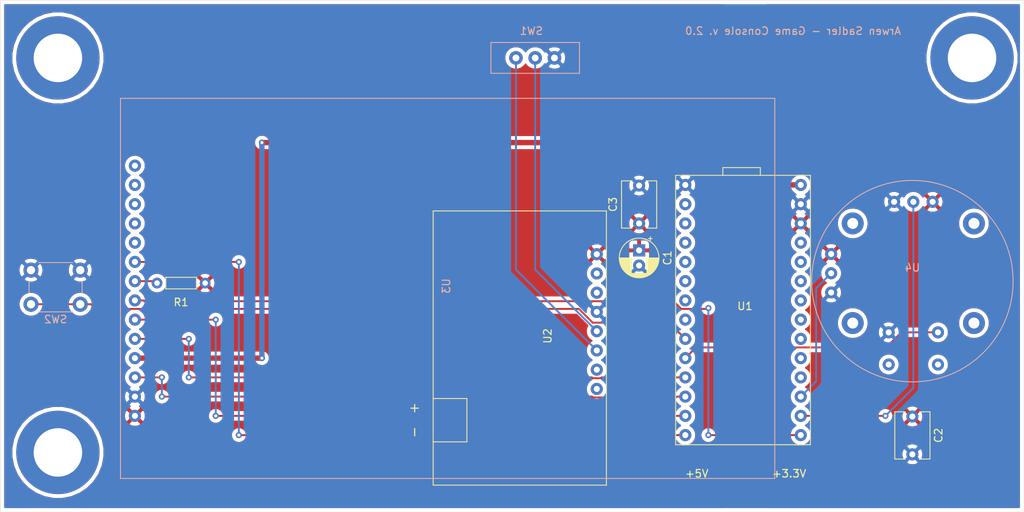
<source format=kicad_pcb>
(kicad_pcb (version 20171130) (host pcbnew "(5.1.4)-1")

  (general
    (thickness 1.6)
    (drawings 7)
    (tracks 77)
    (zones 0)
    (modules 13)
    (nets 40)
  )

  (page A4)
  (layers
    (0 F.Cu signal)
    (31 B.Cu signal)
    (32 B.Adhes user hide)
    (33 F.Adhes user hide)
    (34 B.Paste user hide)
    (35 F.Paste user hide)
    (36 B.SilkS user)
    (37 F.SilkS user)
    (38 B.Mask user)
    (39 F.Mask user)
    (40 Dwgs.User user hide)
    (41 Cmts.User user hide)
    (42 Eco1.User user hide)
    (43 Eco2.User user hide)
    (44 Edge.Cuts user)
    (45 Margin user hide)
    (46 B.CrtYd user hide)
    (47 F.CrtYd user hide)
    (48 B.Fab user hide)
    (49 F.Fab user hide)
  )

  (setup
    (last_trace_width 0.25)
    (user_trace_width 0.7112)
    (trace_clearance 0.2)
    (zone_clearance 0.508)
    (zone_45_only no)
    (trace_min 0.2)
    (via_size 0.8)
    (via_drill 0.4)
    (via_min_size 0.4)
    (via_min_drill 0.3)
    (uvia_size 0.3)
    (uvia_drill 0.1)
    (uvias_allowed no)
    (uvia_min_size 0.2)
    (uvia_min_drill 0.1)
    (edge_width 0.05)
    (segment_width 0.2)
    (pcb_text_width 0.3)
    (pcb_text_size 1.5 1.5)
    (mod_edge_width 0.12)
    (mod_text_size 1 1)
    (mod_text_width 0.15)
    (pad_size 11 11)
    (pad_drill 6.4)
    (pad_to_mask_clearance 0.051)
    (solder_mask_min_width 0.25)
    (aux_axis_origin 0 0)
    (visible_elements 7EFFFFFF)
    (pcbplotparams
      (layerselection 0x010f0_ffffffff)
      (usegerberextensions false)
      (usegerberattributes false)
      (usegerberadvancedattributes false)
      (creategerberjobfile false)
      (excludeedgelayer true)
      (linewidth 0.100000)
      (plotframeref false)
      (viasonmask false)
      (mode 1)
      (useauxorigin false)
      (hpglpennumber 1)
      (hpglpenspeed 20)
      (hpglpendiameter 15.000000)
      (psnegative false)
      (psa4output false)
      (plotreference true)
      (plotvalue true)
      (plotinvisibletext false)
      (padsonsilk false)
      (subtractmaskfromsilk false)
      (outputformat 1)
      (mirror false)
      (drillshape 0)
      (scaleselection 1)
      (outputdirectory "../../../../Fall 2020/Real World Microcontrollers/Game Console/Gerbers v2/"))
  )

  (net 0 "")
  (net 1 GND)
  (net 2 +3V3)
  (net 3 "Net-(R1-Pad2)")
  (net 4 "Net-(SW1-Pad2)")
  (net 5 "Net-(SW1-Pad3)")
  (net 6 "Net-(U1-Pad2)")
  (net 7 "Net-(U1-Pad3)")
  (net 8 "Net-(U1-Pad4)")
  (net 9 "Net-(U1-Pad5)")
  (net 10 "Net-(U1-Pad6)")
  (net 11 "Net-(U1-Pad7)")
  (net 12 "Net-(U1-Pad8)")
  (net 13 JOY_BTN)
  (net 14 DC)
  (net 15 SDI)
  (net 16 JOY_VERT)
  (net 17 JOY_HORZ)
  (net 18 "Net-(U1-Pad18)")
  (net 19 "Net-(U1-Pad19)")
  (net 20 "Net-(U1-Pad20)")
  (net 21 "Net-(U1-Pad21)")
  (net 22 "Net-(U1-Pad22)")
  (net 23 "Net-(U1-Pad23)")
  (net 24 "Net-(U1-Pad24)")
  (net 25 "Net-(U1-Pad25)")
  (net 26 "Net-(U2-Pad1)")
  (net 27 "Net-(U2-Pad2)")
  (net 28 "Net-(U2-Pad6)")
  (net 29 "Net-(U2-Pad7)")
  (net 30 "Net-(U3-Pad10)")
  (net 31 "Net-(U3-Pad11)")
  (net 32 "Net-(U3-Pad12)")
  (net 33 "Net-(U3-Pad13)")
  (net 34 "Net-(U3-Pad14)")
  (net 35 +5V)
  (net 36 BTN)
  (net 37 LCD_CS)
  (net 38 SPI_SDO)
  (net 39 I2C_SCK)

  (net_class Default "This is the default net class."
    (clearance 0.2)
    (trace_width 0.25)
    (via_dia 0.8)
    (via_drill 0.4)
    (uvia_dia 0.3)
    (uvia_drill 0.1)
    (add_net +3V3)
    (add_net +5V)
    (add_net BTN)
    (add_net DC)
    (add_net GND)
    (add_net I2C_SCK)
    (add_net JOY_BTN)
    (add_net JOY_HORZ)
    (add_net JOY_VERT)
    (add_net LCD_CS)
    (add_net "Net-(R1-Pad2)")
    (add_net "Net-(SW1-Pad2)")
    (add_net "Net-(SW1-Pad3)")
    (add_net "Net-(U1-Pad18)")
    (add_net "Net-(U1-Pad19)")
    (add_net "Net-(U1-Pad2)")
    (add_net "Net-(U1-Pad20)")
    (add_net "Net-(U1-Pad21)")
    (add_net "Net-(U1-Pad22)")
    (add_net "Net-(U1-Pad23)")
    (add_net "Net-(U1-Pad24)")
    (add_net "Net-(U1-Pad25)")
    (add_net "Net-(U1-Pad3)")
    (add_net "Net-(U1-Pad4)")
    (add_net "Net-(U1-Pad5)")
    (add_net "Net-(U1-Pad6)")
    (add_net "Net-(U1-Pad7)")
    (add_net "Net-(U1-Pad8)")
    (add_net "Net-(U2-Pad1)")
    (add_net "Net-(U2-Pad2)")
    (add_net "Net-(U2-Pad6)")
    (add_net "Net-(U2-Pad7)")
    (add_net "Net-(U3-Pad10)")
    (add_net "Net-(U3-Pad11)")
    (add_net "Net-(U3-Pad12)")
    (add_net "Net-(U3-Pad13)")
    (add_net "Net-(U3-Pad14)")
    (add_net SDI)
    (add_net SPI_SDO)
  )

  (module Game_Console:Teensy (layer F.Cu) (tedit 5FB186B1) (tstamp 5F9DB3DA)
    (at 115.824 70.104)
    (path /5F8B4702)
    (fp_text reference U1 (at 7.874 16.002) (layer F.SilkS)
      (effects (font (size 1 1) (thickness 0.15)))
    )
    (fp_text value Teensy4.0 (at 7.874 13.462) (layer F.Fab)
      (effects (font (size 1 1) (thickness 0.15)))
    )
    (fp_line (start 9.906 -2.286) (end 9.906 -1.27) (layer F.SilkS) (width 0.12))
    (fp_line (start 4.953 -2.286) (end 9.906 -2.286) (layer F.SilkS) (width 0.12))
    (fp_line (start 4.953 -1.27) (end 4.953 -2.286) (layer F.SilkS) (width 0.12))
    (fp_line (start -1.27 -1.27) (end 16.51 -1.27) (layer F.SilkS) (width 0.12))
    (fp_line (start 16.51 -1.27) (end 16.51 34.29) (layer F.SilkS) (width 0.12))
    (fp_line (start 16.51 34.29) (end -1.27 34.29) (layer F.SilkS) (width 0.12))
    (fp_line (start -1.27 34.29) (end -1.27 -1.27) (layer F.SilkS) (width 0.12))
    (pad 1 thru_hole circle (at 0 0) (size 1.6 1.6) (drill 0.8) (layers *.Cu *.Mask)
      (net 1 GND))
    (pad 2 thru_hole circle (at 0 2.54) (size 1.6 1.6) (drill 0.8) (layers *.Cu *.Mask)
      (net 6 "Net-(U1-Pad2)"))
    (pad 3 thru_hole circle (at 0 5.08) (size 1.6 1.6) (drill 0.8) (layers *.Cu *.Mask)
      (net 7 "Net-(U1-Pad3)"))
    (pad 4 thru_hole circle (at 0 7.62) (size 1.6 1.6) (drill 0.8) (layers *.Cu *.Mask)
      (net 8 "Net-(U1-Pad4)"))
    (pad 5 thru_hole circle (at 0 10.16) (size 1.6 1.6) (drill 0.8) (layers *.Cu *.Mask)
      (net 9 "Net-(U1-Pad5)"))
    (pad 6 thru_hole circle (at 0 12.7) (size 1.6 1.6) (drill 0.8) (layers *.Cu *.Mask)
      (net 10 "Net-(U1-Pad6)"))
    (pad 7 thru_hole circle (at 0 15.24) (size 1.6 1.6) (drill 0.8) (layers *.Cu *.Mask)
      (net 11 "Net-(U1-Pad7)"))
    (pad 8 thru_hole circle (at 0 17.78) (size 1.6 1.6) (drill 0.8) (layers *.Cu *.Mask)
      (net 12 "Net-(U1-Pad8)"))
    (pad 9 thru_hole circle (at 0 20.32) (size 1.6 1.6) (drill 0.8) (layers *.Cu *.Mask)
      (net 36 BTN))
    (pad 10 thru_hole circle (at 0 22.86) (size 1.6 1.6) (drill 0.8) (layers *.Cu *.Mask)
      (net 13 JOY_BTN))
    (pad 11 thru_hole circle (at 0 25.4) (size 1.6 1.6) (drill 0.8) (layers *.Cu *.Mask)
      (net 14 DC))
    (pad 12 thru_hole circle (at 0 27.94) (size 1.6 1.6) (drill 0.8) (layers *.Cu *.Mask)
      (net 37 LCD_CS))
    (pad 13 thru_hole circle (at 0 30.48) (size 1.6 1.6) (drill 0.8) (layers *.Cu *.Mask)
      (net 15 SDI))
    (pad 14 thru_hole circle (at 0 33.02) (size 1.6 1.6) (drill 0.8) (layers *.Cu *.Mask)
      (net 38 SPI_SDO))
    (pad 28 thru_hole circle (at 15.24 0) (size 1.6 1.6) (drill 0.8) (layers *.Cu *.Mask)
      (net 35 +5V))
    (pad 27 thru_hole circle (at 15.24 2.54) (size 1.6 1.6) (drill 0.8) (layers *.Cu *.Mask)
      (net 1 GND))
    (pad 26 thru_hole circle (at 15.24 5.08) (size 1.6 1.6) (drill 0.8) (layers *.Cu *.Mask)
      (net 2 +3V3))
    (pad 25 thru_hole circle (at 15.24 7.62) (size 1.6 1.6) (drill 0.8) (layers *.Cu *.Mask)
      (net 25 "Net-(U1-Pad25)"))
    (pad 24 thru_hole circle (at 15.24 10.16) (size 1.6 1.6) (drill 0.8) (layers *.Cu *.Mask)
      (net 24 "Net-(U1-Pad24)"))
    (pad 23 thru_hole circle (at 15.24 12.7) (size 1.6 1.6) (drill 0.8) (layers *.Cu *.Mask)
      (net 23 "Net-(U1-Pad23)"))
    (pad 22 thru_hole circle (at 15.24 15.24) (size 1.6 1.6) (drill 0.8) (layers *.Cu *.Mask)
      (net 22 "Net-(U1-Pad22)"))
    (pad 21 thru_hole circle (at 15.24 17.78) (size 1.6 1.6) (drill 0.8) (layers *.Cu *.Mask)
      (net 21 "Net-(U1-Pad21)"))
    (pad 20 thru_hole circle (at 15.24 20.32) (size 1.6 1.6) (drill 0.8) (layers *.Cu *.Mask)
      (net 20 "Net-(U1-Pad20)"))
    (pad 19 thru_hole circle (at 15.24 22.86) (size 1.6 1.6) (drill 0.8) (layers *.Cu *.Mask)
      (net 19 "Net-(U1-Pad19)"))
    (pad 18 thru_hole circle (at 15.24 25.4) (size 1.6 1.6) (drill 0.8) (layers *.Cu *.Mask)
      (net 18 "Net-(U1-Pad18)"))
    (pad 17 thru_hole circle (at 15.24 27.94) (size 1.6 1.6) (drill 0.8) (layers *.Cu *.Mask)
      (net 17 JOY_HORZ))
    (pad 16 thru_hole circle (at 15.24 30.48) (size 1.6 1.6) (drill 0.8) (layers *.Cu *.Mask)
      (net 16 JOY_VERT))
    (pad 15 thru_hole circle (at 15.24 33.02) (size 1.6 1.6) (drill 0.8) (layers *.Cu *.Mask)
      (net 39 I2C_SCK))
  )

  (module MountingHole:MountingHole_6.4mm_M6_DIN965_Pad (layer F.Cu) (tedit 56D1B4CB) (tstamp 5FA5DF32)
    (at 33.02 105.41)
    (descr "Mounting Hole 6.4mm, M6, DIN965")
    (tags "mounting hole 6.4mm m6 din965")
    (attr virtual)
    (fp_text reference "" (at 0 -6.5) (layer F.SilkS)
      (effects (font (size 1 1) (thickness 0.15)))
    )
    (fp_text value MountingHole_6.4mm_M6_DIN965_Pad (at 0 6.5) (layer F.Fab)
      (effects (font (size 1 1) (thickness 0.15)))
    )
    (fp_circle (center 0 0) (end 5.75 0) (layer F.CrtYd) (width 0.05))
    (fp_circle (center 0 0) (end 5.5 0) (layer Cmts.User) (width 0.15))
    (fp_text user %R (at 0.3 0) (layer F.Fab)
      (effects (font (size 1 1) (thickness 0.15)))
    )
    (pad 1 thru_hole circle (at 0 0) (size 11 11) (drill 6.4) (layers *.Cu *.Mask))
  )

  (module MountingHole:MountingHole_6.4mm_M6_DIN965_Pad (layer F.Cu) (tedit 56D1B4CB) (tstamp 5FA5DEBD)
    (at 33.02 53.34)
    (descr "Mounting Hole 6.4mm, M6, DIN965")
    (tags "mounting hole 6.4mm m6 din965")
    (attr virtual)
    (fp_text reference "" (at 0 -6.5) (layer F.SilkS)
      (effects (font (size 1 1) (thickness 0.15)))
    )
    (fp_text value MountingHole_6.4mm_M6_DIN965_Pad (at 0 6.5) (layer F.Fab)
      (effects (font (size 1 1) (thickness 0.15)))
    )
    (fp_circle (center 0 0) (end 5.75 0) (layer F.CrtYd) (width 0.05))
    (fp_circle (center 0 0) (end 5.5 0) (layer Cmts.User) (width 0.15))
    (fp_text user %R (at 0.3 0) (layer F.Fab)
      (effects (font (size 1 1) (thickness 0.15)))
    )
    (pad 1 thru_hole circle (at 0 0) (size 11 11) (drill 6.4) (layers *.Cu *.Mask))
  )

  (module MountingHole:MountingHole_6.4mm_M6_DIN965_Pad (layer F.Cu) (tedit 56D1B4CB) (tstamp 5FA5DEA0)
    (at 153.67 53.34)
    (descr "Mounting Hole 6.4mm, M6, DIN965")
    (tags "mounting hole 6.4mm m6 din965")
    (attr virtual)
    (fp_text reference "" (at 0 -6.5) (layer F.SilkS)
      (effects (font (size 1 1) (thickness 0.15)))
    )
    (fp_text value MountingHole_6.4mm_M6_DIN965_Pad (at 0 6.5) (layer F.Fab)
      (effects (font (size 1 1) (thickness 0.15)))
    )
    (fp_circle (center 0 0) (end 5.75 0) (layer F.CrtYd) (width 0.05))
    (fp_circle (center 0 0) (end 5.5 0) (layer Cmts.User) (width 0.15))
    (fp_text user %R (at 0.3 0) (layer F.Fab)
      (effects (font (size 1 1) (thickness 0.15)))
    )
    (pad 1 thru_hole circle (at 0 0) (size 11 11) (drill 6.4) (layers *.Cu *.Mask))
  )

  (module "Game_Console:LCD Screen" (layer B.Cu) (tedit 5F9D8703) (tstamp 5F9EEFA9)
    (at 43.18 100.584 90)
    (path /5F8B7BB5)
    (fp_text reference U3 (at 17.139775 41.1 -90) (layer B.SilkS)
      (effects (font (size 1 1) (thickness 0.15)) (justify mirror))
    )
    (fp_text value LCDScreen (at 16.51 43.815 -90) (layer B.Fab)
      (effects (font (size 1 1) (thickness 0.15)) (justify mirror))
    )
    (fp_line (start -8.255 -1.905) (end -8.255 84.455) (layer B.SilkS) (width 0.12))
    (fp_line (start -8.255 84.455) (end 41.91 84.455) (layer B.SilkS) (width 0.12))
    (fp_line (start 41.91 84.455) (end 41.91 -1.905) (layer B.SilkS) (width 0.12))
    (fp_line (start -8.255 -1.905) (end 41.91 -1.905) (layer B.SilkS) (width 0.12))
    (pad 1 thru_hole circle (at 0 0 90) (size 1.6 1.6) (drill 0.8) (layers *.Cu *.Mask)
      (net 35 +5V))
    (pad 2 thru_hole circle (at 2.54 0 90) (size 1.6 1.6) (drill 0.8) (layers *.Cu *.Mask)
      (net 1 GND))
    (pad 3 thru_hole circle (at 5.08 0 90) (size 1.6 1.6) (drill 0.8) (layers *.Cu *.Mask)
      (net 37 LCD_CS))
    (pad 4 thru_hole circle (at 7.62 0 90) (size 1.6 1.6) (drill 0.8) (layers *.Cu *.Mask)
      (net 2 +3V3))
    (pad 5 thru_hole circle (at 10.16 0 90) (size 1.6 1.6) (drill 0.8) (layers *.Cu *.Mask)
      (net 14 DC))
    (pad 6 thru_hole circle (at 12.7 0 90) (size 1.6 1.6) (drill 0.8) (layers *.Cu *.Mask)
      (net 15 SDI))
    (pad 7 thru_hole circle (at 15.24 0 90) (size 1.6 1.6) (drill 0.8) (layers *.Cu *.Mask)
      (net 39 I2C_SCK))
    (pad 8 thru_hole circle (at 17.78 0 90) (size 1.6 1.6) (drill 0.8) (layers *.Cu *.Mask)
      (net 3 "Net-(R1-Pad2)"))
    (pad 9 thru_hole circle (at 20.32 0 90) (size 1.6 1.6) (drill 0.8) (layers *.Cu *.Mask)
      (net 38 SPI_SDO))
    (pad 10 thru_hole circle (at 22.86 0 90) (size 1.6 1.6) (drill 0.8) (layers *.Cu *.Mask)
      (net 30 "Net-(U3-Pad10)"))
    (pad 11 thru_hole circle (at 25.4 0 90) (size 1.6 1.6) (drill 0.8) (layers *.Cu *.Mask)
      (net 31 "Net-(U3-Pad11)"))
    (pad 12 thru_hole circle (at 27.94 0 90) (size 1.6 1.6) (drill 0.8) (layers *.Cu *.Mask)
      (net 32 "Net-(U3-Pad12)"))
    (pad 13 thru_hole circle (at 30.48 0 90) (size 1.6 1.6) (drill 0.8) (layers *.Cu *.Mask)
      (net 33 "Net-(U3-Pad13)"))
    (pad 14 thru_hole circle (at 33.02 0 90) (size 1.6 1.6) (drill 0.8) (layers *.Cu *.Mask)
      (net 34 "Net-(U3-Pad14)"))
  )

  (module Game_Console:Joystick (layer B.Cu) (tedit 5F9DADA5) (tstamp 5F9F14DE)
    (at 153.924 75.184 180)
    (path /5F8B5984)
    (fp_text reference U4 (at 8.128 -5.842) (layer B.SilkS)
      (effects (font (size 1 1) (thickness 0.15)) (justify mirror))
    )
    (fp_text value Joystick (at 7.62 -3.81) (layer B.Fab)
      (effects (font (size 1 1) (thickness 0.15)) (justify mirror))
    )
    (fp_circle (center 8.128 -7.62) (end 21.336 -9.144) (layer B.SilkS) (width 0.12))
    (pad 4 thru_hole circle (at 18.85 -4.035 180) (size 1.6 1.6) (drill 0.8) (layers *.Cu *.Mask)
      (net 2 +3V3))
    (pad 5 thru_hole circle (at 18.85 -6.575 180) (size 1.6 1.6) (drill 0.8) (layers *.Cu *.Mask)
      (net 17 JOY_HORZ))
    (pad 6 thru_hole circle (at 18.85 -9.115 180) (size 1.6 1.6) (drill 0.8) (layers *.Cu *.Mask)
      (net 1 GND))
    (pad 1 thru_hole circle (at 5.46 2.85 180) (size 1.6 1.6) (drill 0.8) (layers *.Cu *.Mask)
      (net 2 +3V3))
    (pad 2 thru_hole circle (at 8 2.85 180) (size 1.6 1.6) (drill 0.8) (layers *.Cu *.Mask)
      (net 16 JOY_VERT))
    (pad 3 thru_hole circle (at 10.54 2.85 180) (size 1.6 1.6) (drill 0.8) (layers *.Cu *.Mask)
      (net 1 GND))
    (pad 7 thru_hole circle (at 4.75 -14.375 180) (size 1.6 1.6) (drill 0.8) (layers *.Cu *.Mask)
      (net 13 JOY_BTN))
    (pad 8 thru_hole circle (at 11.25 -14.375 180) (size 1.6 1.6) (drill 0.8) (layers *.Cu *.Mask)
      (net 1 GND))
    (pad 9 thru_hole circle (at 4.75 -18.625 180) (size 1.6 1.6) (drill 0.8) (layers *.Cu *.Mask))
    (pad 10 thru_hole circle (at 11.25 -18.625 180) (size 1.6 1.6) (drill 0.8) (layers *.Cu *.Mask))
    (pad 11 thru_hole circle (at 0 0 180) (size 2.9 2.9) (drill 1.45) (layers *.Cu *.Mask))
    (pad 12 thru_hole circle (at 16 0 180) (size 2.9 2.9) (drill 1.45) (layers *.Cu *.Mask))
    (pad 13 thru_hole circle (at 0 -13.15 180) (size 2.9 2.9) (drill 1.45) (layers *.Cu *.Mask))
    (pad 14 thru_hole circle (at 16 -13.15 180) (size 2.9 2.9) (drill 1.45) (layers *.Cu *.Mask))
  )

  (module Game_Console:Power_Boost (layer F.Cu) (tedit 5F9DAF67) (tstamp 5F9EF2A4)
    (at 104.14 97.028 90)
    (path /5F8B8ADB)
    (fp_text reference U2 (at 6.985 -6.485 90) (layer F.SilkS)
      (effects (font (size 1 1) (thickness 0.15)))
    )
    (fp_text value PowerBoost1000 (at 6.985 -8.255 90) (layer F.Fab)
      (effects (font (size 1 1) (thickness 0.15)))
    )
    (fp_text user - (at -5.715 -24.13 90) (layer F.SilkS)
      (effects (font (size 1.27 1.27) (thickness 0.15)))
    )
    (fp_text user + (at -2.54 -24.13 90) (layer F.SilkS)
      (effects (font (size 1.27 1.27) (thickness 0.15)))
    )
    (fp_line (start -6.985 -21.59) (end -6.985 -17.145) (layer F.SilkS) (width 0.12))
    (fp_line (start -6.985 -17.145) (end -1.27 -17.145) (layer F.SilkS) (width 0.12))
    (fp_line (start -1.27 -17.145) (end -1.27 -21.59) (layer F.SilkS) (width 0.12))
    (fp_line (start 23.495 1.27) (end -12.7 1.27) (layer F.SilkS) (width 0.12))
    (fp_line (start -12.7 1.27) (end -12.7 -21.59) (layer F.SilkS) (width 0.12))
    (fp_line (start -12.7 -21.59) (end 23.495 -21.59) (layer F.SilkS) (width 0.12))
    (fp_line (start 23.495 -21.59) (end 23.495 1.27) (layer F.SilkS) (width 0.12))
    (pad 1 thru_hole circle (at 0 0 90) (size 1.6 1.6) (drill 0.8) (layers *.Cu *.Mask)
      (net 26 "Net-(U2-Pad1)"))
    (pad 2 thru_hole circle (at 2.54 0 90) (size 1.6 1.6) (drill 0.8) (layers *.Cu *.Mask)
      (net 27 "Net-(U2-Pad2)"))
    (pad 3 thru_hole circle (at 5.08 0 90) (size 1.6 1.6) (drill 0.8) (layers *.Cu *.Mask)
      (net 5 "Net-(SW1-Pad3)"))
    (pad 4 thru_hole circle (at 7.62 0 90) (size 1.6 1.6) (drill 0.8) (layers *.Cu *.Mask)
      (net 4 "Net-(SW1-Pad2)"))
    (pad 5 thru_hole circle (at 10.16 0 90) (size 1.6 1.6) (drill 0.8) (layers *.Cu *.Mask)
      (net 1 GND))
    (pad 6 thru_hole circle (at 12.7 0 90) (size 1.6 1.6) (drill 0.8) (layers *.Cu *.Mask)
      (net 28 "Net-(U2-Pad6)"))
    (pad 7 thru_hole circle (at 15.24 0 90) (size 1.6 1.6) (drill 0.8) (layers *.Cu *.Mask)
      (net 29 "Net-(U2-Pad7)"))
    (pad 8 thru_hole circle (at 17.78 0 90) (size 1.6 1.6) (drill 0.8) (layers *.Cu *.Mask)
      (net 35 +5V))
  )

  (module Button_Switch_THT:SW_PUSH_6mm_H4.3mm (layer B.Cu) (tedit 5A02FE31) (tstamp 5F9DBF74)
    (at 29.464 85.852)
    (descr "tactile push button, 6x6mm e.g. PHAP33xx series, height=4.3mm")
    (tags "tact sw push 6mm")
    (path /5F866F12)
    (fp_text reference SW2 (at 3.25 2) (layer B.SilkS)
      (effects (font (size 1 1) (thickness 0.15)) (justify mirror))
    )
    (fp_text value BUTTON (at 3.75 -6.7) (layer B.Fab)
      (effects (font (size 1 1) (thickness 0.15)) (justify mirror))
    )
    (fp_circle (center 3.25 -2.25) (end 1.25 -2.5) (layer B.Fab) (width 0.1))
    (fp_line (start 6.75 -3) (end 6.75 -1.5) (layer B.SilkS) (width 0.12))
    (fp_line (start 5.5 1) (end 1 1) (layer B.SilkS) (width 0.12))
    (fp_line (start -0.25 -1.5) (end -0.25 -3) (layer B.SilkS) (width 0.12))
    (fp_line (start 1 -5.5) (end 5.5 -5.5) (layer B.SilkS) (width 0.12))
    (fp_line (start 8 1.25) (end 8 -5.75) (layer B.CrtYd) (width 0.05))
    (fp_line (start 7.75 -6) (end -1.25 -6) (layer B.CrtYd) (width 0.05))
    (fp_line (start -1.5 -5.75) (end -1.5 1.25) (layer B.CrtYd) (width 0.05))
    (fp_line (start -1.25 1.5) (end 7.75 1.5) (layer B.CrtYd) (width 0.05))
    (fp_line (start -1.5 -6) (end -1.25 -6) (layer B.CrtYd) (width 0.05))
    (fp_line (start -1.5 -5.75) (end -1.5 -6) (layer B.CrtYd) (width 0.05))
    (fp_line (start -1.5 1.5) (end -1.25 1.5) (layer B.CrtYd) (width 0.05))
    (fp_line (start -1.5 1.25) (end -1.5 1.5) (layer B.CrtYd) (width 0.05))
    (fp_line (start 8 1.5) (end 8 1.25) (layer B.CrtYd) (width 0.05))
    (fp_line (start 7.75 1.5) (end 8 1.5) (layer B.CrtYd) (width 0.05))
    (fp_line (start 8 -6) (end 8 -5.75) (layer B.CrtYd) (width 0.05))
    (fp_line (start 7.75 -6) (end 8 -6) (layer B.CrtYd) (width 0.05))
    (fp_line (start 0.25 0.75) (end 3.25 0.75) (layer B.Fab) (width 0.1))
    (fp_line (start 0.25 -5.25) (end 0.25 0.75) (layer B.Fab) (width 0.1))
    (fp_line (start 6.25 -5.25) (end 0.25 -5.25) (layer B.Fab) (width 0.1))
    (fp_line (start 6.25 0.75) (end 6.25 -5.25) (layer B.Fab) (width 0.1))
    (fp_line (start 3.25 0.75) (end 6.25 0.75) (layer B.Fab) (width 0.1))
    (fp_text user %R (at 3.25 -2.25) (layer B.Fab)
      (effects (font (size 1 1) (thickness 0.15)) (justify mirror))
    )
    (pad 1 thru_hole circle (at 6.5 0 270) (size 2 2) (drill 1.1) (layers *.Cu *.Mask)
      (net 36 BTN))
    (pad 2 thru_hole circle (at 6.5 -4.5 270) (size 2 2) (drill 1.1) (layers *.Cu *.Mask)
      (net 1 GND))
    (pad 1 thru_hole circle (at 0 0 270) (size 2 2) (drill 1.1) (layers *.Cu *.Mask)
      (net 36 BTN))
    (pad 2 thru_hole circle (at 0 -4.5 270) (size 2 2) (drill 1.1) (layers *.Cu *.Mask)
      (net 1 GND))
    (model ${KISYS3DMOD}/Button_Switch_THT.3dshapes/SW_PUSH_6mm_H4.3mm.wrl
      (at (xyz 0 0 0))
      (scale (xyz 1 1 1))
      (rotate (xyz 0 0 0))
    )
  )

  (module Game_Console:SPDT (layer B.Cu) (tedit 5F9DAD1E) (tstamp 5F9EFB64)
    (at 96.012 50.546 180)
    (path /5F8BA632)
    (fp_text reference SW1 (at 0.508 0.762) (layer B.SilkS)
      (effects (font (size 1 1) (thickness 0.15)) (justify mirror))
    )
    (fp_text value POWER (at 0 2.032) (layer B.Fab)
      (effects (font (size 1 1) (thickness 0.15)) (justify mirror))
    )
    (fp_line (start -5.842 -0.762) (end 5.842 -0.762) (layer B.SilkS) (width 0.12))
    (fp_line (start 5.842 -0.762) (end 5.842 -4.826) (layer B.SilkS) (width 0.12))
    (fp_line (start 5.84 -4.826) (end -5.84 -4.826) (layer B.SilkS) (width 0.12))
    (fp_line (start -5.842 -4.826) (end -5.842 -0.762) (layer B.SilkS) (width 0.12))
    (pad 1 thru_hole circle (at -2.54 -2.794 180) (size 1.8 1.8) (drill 0.9) (layers *.Cu *.Mask)
      (net 1 GND))
    (pad 2 thru_hole circle (at 0 -2.794 180) (size 1.8 1.8) (drill 0.9) (layers *.Cu *.Mask)
      (net 4 "Net-(SW1-Pad2)"))
    (pad 3 thru_hole circle (at 2.54 -2.794 180) (size 1.8 1.8) (drill 0.9) (layers *.Cu *.Mask)
      (net 5 "Net-(SW1-Pad3)"))
  )

  (module Game_Console:R_Through_Hole_eighth_watt (layer F.Cu) (tedit 5F9C4D6E) (tstamp 5F9DB38C)
    (at 49.276 84.328 180)
    (path /5F8C4573)
    (fp_text reference R1 (at 0 -1.27 180) (layer F.SilkS)
      (effects (font (size 1 1) (thickness 0.15)))
    )
    (fp_text value 100 (at 0 -5.08 180) (layer F.Fab)
      (effects (font (size 1 1) (thickness 0.15)))
    )
    (fp_line (start -2.032 0.508) (end -2.032 2.032) (layer F.SilkS) (width 0.12))
    (fp_line (start -2.032 2.032) (end 2.032 2.032) (layer F.SilkS) (width 0.12))
    (fp_line (start 2.032 2.032) (end 2.032 0.508) (layer F.SilkS) (width 0.12))
    (fp_line (start 2.032 0.508) (end -2.032 0.508) (layer F.SilkS) (width 0.12))
    (pad 1 thru_hole circle (at -3.175 1.27 180) (size 1.4224 1.4224) (drill 0.7366) (layers *.Cu *.Mask)
      (net 35 +5V))
    (pad 2 thru_hole circle (at 3.175 1.27 180) (size 1.4224 1.4224) (drill 0.7366) (layers *.Cu *.Mask)
      (net 3 "Net-(R1-Pad2)"))
  )

  (module Capacitor_THT:C_Disc_D6.0mm_W4.4mm_P5.00mm (layer F.Cu) (tedit 5AE50EF0) (tstamp 5F9DB382)
    (at 109.728 75.184 90)
    (descr "C, Disc series, Radial, pin pitch=5.00mm, , diameter*width=6*4.4mm^2, Capacitor")
    (tags "C Disc series Radial pin pitch 5.00mm  diameter 6mm width 4.4mm Capacitor")
    (path /5F9C5F75)
    (fp_text reference C3 (at 2.5 -3.45 90) (layer F.SilkS)
      (effects (font (size 1 1) (thickness 0.15)))
    )
    (fp_text value 0.1uF (at 2.5 3.45 90) (layer F.Fab)
      (effects (font (size 1 1) (thickness 0.15)))
    )
    (fp_text user %R (at 2.5 0 90) (layer F.Fab)
      (effects (font (size 1 1) (thickness 0.15)))
    )
    (fp_line (start 6.05 -2.45) (end -1.05 -2.45) (layer F.CrtYd) (width 0.05))
    (fp_line (start 6.05 2.45) (end 6.05 -2.45) (layer F.CrtYd) (width 0.05))
    (fp_line (start -1.05 2.45) (end 6.05 2.45) (layer F.CrtYd) (width 0.05))
    (fp_line (start -1.05 -2.45) (end -1.05 2.45) (layer F.CrtYd) (width 0.05))
    (fp_line (start 5.62 0.925) (end 5.62 2.321) (layer F.SilkS) (width 0.12))
    (fp_line (start 5.62 -2.321) (end 5.62 -0.925) (layer F.SilkS) (width 0.12))
    (fp_line (start -0.62 0.925) (end -0.62 2.321) (layer F.SilkS) (width 0.12))
    (fp_line (start -0.62 -2.321) (end -0.62 -0.925) (layer F.SilkS) (width 0.12))
    (fp_line (start -0.62 2.321) (end 5.62 2.321) (layer F.SilkS) (width 0.12))
    (fp_line (start -0.62 -2.321) (end 5.62 -2.321) (layer F.SilkS) (width 0.12))
    (fp_line (start 5.5 -2.2) (end -0.5 -2.2) (layer F.Fab) (width 0.1))
    (fp_line (start 5.5 2.2) (end 5.5 -2.2) (layer F.Fab) (width 0.1))
    (fp_line (start -0.5 2.2) (end 5.5 2.2) (layer F.Fab) (width 0.1))
    (fp_line (start -0.5 -2.2) (end -0.5 2.2) (layer F.Fab) (width 0.1))
    (pad 2 thru_hole circle (at 5 0 90) (size 1.6 1.6) (drill 0.8) (layers *.Cu *.Mask)
      (net 1 GND))
    (pad 1 thru_hole circle (at 0 0 90) (size 1.6 1.6) (drill 0.8) (layers *.Cu *.Mask)
      (net 35 +5V))
    (model ${KISYS3DMOD}/Capacitor_THT.3dshapes/C_Disc_D6.0mm_W4.4mm_P5.00mm.wrl
      (at (xyz 0 0 0))
      (scale (xyz 1 1 1))
      (rotate (xyz 0 0 0))
    )
  )

  (module Capacitor_THT:C_Disc_D6.0mm_W4.4mm_P5.00mm (layer F.Cu) (tedit 5AE50EF0) (tstamp 5F9DB36D)
    (at 145.796 100.664 270)
    (descr "C, Disc series, Radial, pin pitch=5.00mm, , diameter*width=6*4.4mm^2, Capacitor")
    (tags "C Disc series Radial pin pitch 5.00mm  diameter 6mm width 4.4mm Capacitor")
    (path /5F9CD301)
    (fp_text reference C2 (at 2.5 -3.45 90) (layer F.SilkS)
      (effects (font (size 1 1) (thickness 0.15)))
    )
    (fp_text value 0.1uF (at 2.5 3.45 90) (layer F.Fab)
      (effects (font (size 1 1) (thickness 0.15)))
    )
    (fp_text user %R (at 2.5 0 90) (layer F.Fab)
      (effects (font (size 1 1) (thickness 0.15)))
    )
    (fp_line (start 6.05 -2.45) (end -1.05 -2.45) (layer F.CrtYd) (width 0.05))
    (fp_line (start 6.05 2.45) (end 6.05 -2.45) (layer F.CrtYd) (width 0.05))
    (fp_line (start -1.05 2.45) (end 6.05 2.45) (layer F.CrtYd) (width 0.05))
    (fp_line (start -1.05 -2.45) (end -1.05 2.45) (layer F.CrtYd) (width 0.05))
    (fp_line (start 5.62 0.925) (end 5.62 2.321) (layer F.SilkS) (width 0.12))
    (fp_line (start 5.62 -2.321) (end 5.62 -0.925) (layer F.SilkS) (width 0.12))
    (fp_line (start -0.62 0.925) (end -0.62 2.321) (layer F.SilkS) (width 0.12))
    (fp_line (start -0.62 -2.321) (end -0.62 -0.925) (layer F.SilkS) (width 0.12))
    (fp_line (start -0.62 2.321) (end 5.62 2.321) (layer F.SilkS) (width 0.12))
    (fp_line (start -0.62 -2.321) (end 5.62 -2.321) (layer F.SilkS) (width 0.12))
    (fp_line (start 5.5 -2.2) (end -0.5 -2.2) (layer F.Fab) (width 0.1))
    (fp_line (start 5.5 2.2) (end 5.5 -2.2) (layer F.Fab) (width 0.1))
    (fp_line (start -0.5 2.2) (end 5.5 2.2) (layer F.Fab) (width 0.1))
    (fp_line (start -0.5 -2.2) (end -0.5 2.2) (layer F.Fab) (width 0.1))
    (pad 2 thru_hole circle (at 5 0 270) (size 1.6 1.6) (drill 0.8) (layers *.Cu *.Mask)
      (net 1 GND))
    (pad 1 thru_hole circle (at 0 0 270) (size 1.6 1.6) (drill 0.8) (layers *.Cu *.Mask)
      (net 2 +3V3))
    (model ${KISYS3DMOD}/Capacitor_THT.3dshapes/C_Disc_D6.0mm_W4.4mm_P5.00mm.wrl
      (at (xyz 0 0 0))
      (scale (xyz 1 1 1))
      (rotate (xyz 0 0 0))
    )
  )

  (module Capacitor_THT:CP_Radial_D5.0mm_P2.00mm (layer F.Cu) (tedit 5AE50EF0) (tstamp 5F9F0557)
    (at 109.728 78.74 270)
    (descr "CP, Radial series, Radial, pin pitch=2.00mm, , diameter=5mm, Electrolytic Capacitor")
    (tags "CP Radial series Radial pin pitch 2.00mm  diameter 5mm Electrolytic Capacitor")
    (path /5F9C6E18)
    (fp_text reference C1 (at 1 -3.75 90) (layer F.SilkS)
      (effects (font (size 1 1) (thickness 0.15)))
    )
    (fp_text value 10uF (at 1 3.75 90) (layer F.Fab)
      (effects (font (size 1 1) (thickness 0.15)))
    )
    (fp_text user %R (at 1 0 90) (layer F.Fab)
      (effects (font (size 1 1) (thickness 0.15)))
    )
    (fp_line (start -1.554775 -1.725) (end -1.554775 -1.225) (layer F.SilkS) (width 0.12))
    (fp_line (start -1.804775 -1.475) (end -1.304775 -1.475) (layer F.SilkS) (width 0.12))
    (fp_line (start 3.601 -0.284) (end 3.601 0.284) (layer F.SilkS) (width 0.12))
    (fp_line (start 3.561 -0.518) (end 3.561 0.518) (layer F.SilkS) (width 0.12))
    (fp_line (start 3.521 -0.677) (end 3.521 0.677) (layer F.SilkS) (width 0.12))
    (fp_line (start 3.481 -0.805) (end 3.481 0.805) (layer F.SilkS) (width 0.12))
    (fp_line (start 3.441 -0.915) (end 3.441 0.915) (layer F.SilkS) (width 0.12))
    (fp_line (start 3.401 -1.011) (end 3.401 1.011) (layer F.SilkS) (width 0.12))
    (fp_line (start 3.361 -1.098) (end 3.361 1.098) (layer F.SilkS) (width 0.12))
    (fp_line (start 3.321 -1.178) (end 3.321 1.178) (layer F.SilkS) (width 0.12))
    (fp_line (start 3.281 -1.251) (end 3.281 1.251) (layer F.SilkS) (width 0.12))
    (fp_line (start 3.241 -1.319) (end 3.241 1.319) (layer F.SilkS) (width 0.12))
    (fp_line (start 3.201 -1.383) (end 3.201 1.383) (layer F.SilkS) (width 0.12))
    (fp_line (start 3.161 -1.443) (end 3.161 1.443) (layer F.SilkS) (width 0.12))
    (fp_line (start 3.121 -1.5) (end 3.121 1.5) (layer F.SilkS) (width 0.12))
    (fp_line (start 3.081 -1.554) (end 3.081 1.554) (layer F.SilkS) (width 0.12))
    (fp_line (start 3.041 -1.605) (end 3.041 1.605) (layer F.SilkS) (width 0.12))
    (fp_line (start 3.001 1.04) (end 3.001 1.653) (layer F.SilkS) (width 0.12))
    (fp_line (start 3.001 -1.653) (end 3.001 -1.04) (layer F.SilkS) (width 0.12))
    (fp_line (start 2.961 1.04) (end 2.961 1.699) (layer F.SilkS) (width 0.12))
    (fp_line (start 2.961 -1.699) (end 2.961 -1.04) (layer F.SilkS) (width 0.12))
    (fp_line (start 2.921 1.04) (end 2.921 1.743) (layer F.SilkS) (width 0.12))
    (fp_line (start 2.921 -1.743) (end 2.921 -1.04) (layer F.SilkS) (width 0.12))
    (fp_line (start 2.881 1.04) (end 2.881 1.785) (layer F.SilkS) (width 0.12))
    (fp_line (start 2.881 -1.785) (end 2.881 -1.04) (layer F.SilkS) (width 0.12))
    (fp_line (start 2.841 1.04) (end 2.841 1.826) (layer F.SilkS) (width 0.12))
    (fp_line (start 2.841 -1.826) (end 2.841 -1.04) (layer F.SilkS) (width 0.12))
    (fp_line (start 2.801 1.04) (end 2.801 1.864) (layer F.SilkS) (width 0.12))
    (fp_line (start 2.801 -1.864) (end 2.801 -1.04) (layer F.SilkS) (width 0.12))
    (fp_line (start 2.761 1.04) (end 2.761 1.901) (layer F.SilkS) (width 0.12))
    (fp_line (start 2.761 -1.901) (end 2.761 -1.04) (layer F.SilkS) (width 0.12))
    (fp_line (start 2.721 1.04) (end 2.721 1.937) (layer F.SilkS) (width 0.12))
    (fp_line (start 2.721 -1.937) (end 2.721 -1.04) (layer F.SilkS) (width 0.12))
    (fp_line (start 2.681 1.04) (end 2.681 1.971) (layer F.SilkS) (width 0.12))
    (fp_line (start 2.681 -1.971) (end 2.681 -1.04) (layer F.SilkS) (width 0.12))
    (fp_line (start 2.641 1.04) (end 2.641 2.004) (layer F.SilkS) (width 0.12))
    (fp_line (start 2.641 -2.004) (end 2.641 -1.04) (layer F.SilkS) (width 0.12))
    (fp_line (start 2.601 1.04) (end 2.601 2.035) (layer F.SilkS) (width 0.12))
    (fp_line (start 2.601 -2.035) (end 2.601 -1.04) (layer F.SilkS) (width 0.12))
    (fp_line (start 2.561 1.04) (end 2.561 2.065) (layer F.SilkS) (width 0.12))
    (fp_line (start 2.561 -2.065) (end 2.561 -1.04) (layer F.SilkS) (width 0.12))
    (fp_line (start 2.521 1.04) (end 2.521 2.095) (layer F.SilkS) (width 0.12))
    (fp_line (start 2.521 -2.095) (end 2.521 -1.04) (layer F.SilkS) (width 0.12))
    (fp_line (start 2.481 1.04) (end 2.481 2.122) (layer F.SilkS) (width 0.12))
    (fp_line (start 2.481 -2.122) (end 2.481 -1.04) (layer F.SilkS) (width 0.12))
    (fp_line (start 2.441 1.04) (end 2.441 2.149) (layer F.SilkS) (width 0.12))
    (fp_line (start 2.441 -2.149) (end 2.441 -1.04) (layer F.SilkS) (width 0.12))
    (fp_line (start 2.401 1.04) (end 2.401 2.175) (layer F.SilkS) (width 0.12))
    (fp_line (start 2.401 -2.175) (end 2.401 -1.04) (layer F.SilkS) (width 0.12))
    (fp_line (start 2.361 1.04) (end 2.361 2.2) (layer F.SilkS) (width 0.12))
    (fp_line (start 2.361 -2.2) (end 2.361 -1.04) (layer F.SilkS) (width 0.12))
    (fp_line (start 2.321 1.04) (end 2.321 2.224) (layer F.SilkS) (width 0.12))
    (fp_line (start 2.321 -2.224) (end 2.321 -1.04) (layer F.SilkS) (width 0.12))
    (fp_line (start 2.281 1.04) (end 2.281 2.247) (layer F.SilkS) (width 0.12))
    (fp_line (start 2.281 -2.247) (end 2.281 -1.04) (layer F.SilkS) (width 0.12))
    (fp_line (start 2.241 1.04) (end 2.241 2.268) (layer F.SilkS) (width 0.12))
    (fp_line (start 2.241 -2.268) (end 2.241 -1.04) (layer F.SilkS) (width 0.12))
    (fp_line (start 2.201 1.04) (end 2.201 2.29) (layer F.SilkS) (width 0.12))
    (fp_line (start 2.201 -2.29) (end 2.201 -1.04) (layer F.SilkS) (width 0.12))
    (fp_line (start 2.161 1.04) (end 2.161 2.31) (layer F.SilkS) (width 0.12))
    (fp_line (start 2.161 -2.31) (end 2.161 -1.04) (layer F.SilkS) (width 0.12))
    (fp_line (start 2.121 1.04) (end 2.121 2.329) (layer F.SilkS) (width 0.12))
    (fp_line (start 2.121 -2.329) (end 2.121 -1.04) (layer F.SilkS) (width 0.12))
    (fp_line (start 2.081 1.04) (end 2.081 2.348) (layer F.SilkS) (width 0.12))
    (fp_line (start 2.081 -2.348) (end 2.081 -1.04) (layer F.SilkS) (width 0.12))
    (fp_line (start 2.041 1.04) (end 2.041 2.365) (layer F.SilkS) (width 0.12))
    (fp_line (start 2.041 -2.365) (end 2.041 -1.04) (layer F.SilkS) (width 0.12))
    (fp_line (start 2.001 1.04) (end 2.001 2.382) (layer F.SilkS) (width 0.12))
    (fp_line (start 2.001 -2.382) (end 2.001 -1.04) (layer F.SilkS) (width 0.12))
    (fp_line (start 1.961 1.04) (end 1.961 2.398) (layer F.SilkS) (width 0.12))
    (fp_line (start 1.961 -2.398) (end 1.961 -1.04) (layer F.SilkS) (width 0.12))
    (fp_line (start 1.921 1.04) (end 1.921 2.414) (layer F.SilkS) (width 0.12))
    (fp_line (start 1.921 -2.414) (end 1.921 -1.04) (layer F.SilkS) (width 0.12))
    (fp_line (start 1.881 1.04) (end 1.881 2.428) (layer F.SilkS) (width 0.12))
    (fp_line (start 1.881 -2.428) (end 1.881 -1.04) (layer F.SilkS) (width 0.12))
    (fp_line (start 1.841 1.04) (end 1.841 2.442) (layer F.SilkS) (width 0.12))
    (fp_line (start 1.841 -2.442) (end 1.841 -1.04) (layer F.SilkS) (width 0.12))
    (fp_line (start 1.801 1.04) (end 1.801 2.455) (layer F.SilkS) (width 0.12))
    (fp_line (start 1.801 -2.455) (end 1.801 -1.04) (layer F.SilkS) (width 0.12))
    (fp_line (start 1.761 1.04) (end 1.761 2.468) (layer F.SilkS) (width 0.12))
    (fp_line (start 1.761 -2.468) (end 1.761 -1.04) (layer F.SilkS) (width 0.12))
    (fp_line (start 1.721 1.04) (end 1.721 2.48) (layer F.SilkS) (width 0.12))
    (fp_line (start 1.721 -2.48) (end 1.721 -1.04) (layer F.SilkS) (width 0.12))
    (fp_line (start 1.68 1.04) (end 1.68 2.491) (layer F.SilkS) (width 0.12))
    (fp_line (start 1.68 -2.491) (end 1.68 -1.04) (layer F.SilkS) (width 0.12))
    (fp_line (start 1.64 1.04) (end 1.64 2.501) (layer F.SilkS) (width 0.12))
    (fp_line (start 1.64 -2.501) (end 1.64 -1.04) (layer F.SilkS) (width 0.12))
    (fp_line (start 1.6 1.04) (end 1.6 2.511) (layer F.SilkS) (width 0.12))
    (fp_line (start 1.6 -2.511) (end 1.6 -1.04) (layer F.SilkS) (width 0.12))
    (fp_line (start 1.56 1.04) (end 1.56 2.52) (layer F.SilkS) (width 0.12))
    (fp_line (start 1.56 -2.52) (end 1.56 -1.04) (layer F.SilkS) (width 0.12))
    (fp_line (start 1.52 1.04) (end 1.52 2.528) (layer F.SilkS) (width 0.12))
    (fp_line (start 1.52 -2.528) (end 1.52 -1.04) (layer F.SilkS) (width 0.12))
    (fp_line (start 1.48 1.04) (end 1.48 2.536) (layer F.SilkS) (width 0.12))
    (fp_line (start 1.48 -2.536) (end 1.48 -1.04) (layer F.SilkS) (width 0.12))
    (fp_line (start 1.44 1.04) (end 1.44 2.543) (layer F.SilkS) (width 0.12))
    (fp_line (start 1.44 -2.543) (end 1.44 -1.04) (layer F.SilkS) (width 0.12))
    (fp_line (start 1.4 1.04) (end 1.4 2.55) (layer F.SilkS) (width 0.12))
    (fp_line (start 1.4 -2.55) (end 1.4 -1.04) (layer F.SilkS) (width 0.12))
    (fp_line (start 1.36 1.04) (end 1.36 2.556) (layer F.SilkS) (width 0.12))
    (fp_line (start 1.36 -2.556) (end 1.36 -1.04) (layer F.SilkS) (width 0.12))
    (fp_line (start 1.32 1.04) (end 1.32 2.561) (layer F.SilkS) (width 0.12))
    (fp_line (start 1.32 -2.561) (end 1.32 -1.04) (layer F.SilkS) (width 0.12))
    (fp_line (start 1.28 1.04) (end 1.28 2.565) (layer F.SilkS) (width 0.12))
    (fp_line (start 1.28 -2.565) (end 1.28 -1.04) (layer F.SilkS) (width 0.12))
    (fp_line (start 1.24 1.04) (end 1.24 2.569) (layer F.SilkS) (width 0.12))
    (fp_line (start 1.24 -2.569) (end 1.24 -1.04) (layer F.SilkS) (width 0.12))
    (fp_line (start 1.2 1.04) (end 1.2 2.573) (layer F.SilkS) (width 0.12))
    (fp_line (start 1.2 -2.573) (end 1.2 -1.04) (layer F.SilkS) (width 0.12))
    (fp_line (start 1.16 1.04) (end 1.16 2.576) (layer F.SilkS) (width 0.12))
    (fp_line (start 1.16 -2.576) (end 1.16 -1.04) (layer F.SilkS) (width 0.12))
    (fp_line (start 1.12 1.04) (end 1.12 2.578) (layer F.SilkS) (width 0.12))
    (fp_line (start 1.12 -2.578) (end 1.12 -1.04) (layer F.SilkS) (width 0.12))
    (fp_line (start 1.08 1.04) (end 1.08 2.579) (layer F.SilkS) (width 0.12))
    (fp_line (start 1.08 -2.579) (end 1.08 -1.04) (layer F.SilkS) (width 0.12))
    (fp_line (start 1.04 -2.58) (end 1.04 -1.04) (layer F.SilkS) (width 0.12))
    (fp_line (start 1.04 1.04) (end 1.04 2.58) (layer F.SilkS) (width 0.12))
    (fp_line (start 1 -2.58) (end 1 -1.04) (layer F.SilkS) (width 0.12))
    (fp_line (start 1 1.04) (end 1 2.58) (layer F.SilkS) (width 0.12))
    (fp_line (start -0.883605 -1.3375) (end -0.883605 -0.8375) (layer F.Fab) (width 0.1))
    (fp_line (start -1.133605 -1.0875) (end -0.633605 -1.0875) (layer F.Fab) (width 0.1))
    (fp_circle (center 1 0) (end 3.75 0) (layer F.CrtYd) (width 0.05))
    (fp_circle (center 1 0) (end 3.62 0) (layer F.SilkS) (width 0.12))
    (fp_circle (center 1 0) (end 3.5 0) (layer F.Fab) (width 0.1))
    (pad 2 thru_hole circle (at 2 0 270) (size 1.6 1.6) (drill 0.8) (layers *.Cu *.Mask)
      (net 1 GND))
    (pad 1 thru_hole rect (at 0 0 270) (size 1.6 1.6) (drill 0.8) (layers *.Cu *.Mask)
      (net 35 +5V))
    (model ${KISYS3DMOD}/Capacitor_THT.3dshapes/CP_Radial_D5.0mm_P2.00mm.wrl
      (at (xyz 0 0 0))
      (scale (xyz 1 1 1))
      (rotate (xyz 0 0 0))
    )
  )

  (gr_text +3.3V (at 129.54 108.204) (layer F.SilkS)
    (effects (font (size 1 1) (thickness 0.15)))
  )
  (gr_text +5V (at 117.348 108.204) (layer F.SilkS)
    (effects (font (size 1 1) (thickness 0.15)))
  )
  (gr_text "Arwen Sadler - Game Console v. 2.0" (at 130.048 49.784) (layer B.SilkS)
    (effects (font (size 1 1) (thickness 0.15)) (justify mirror))
  )
  (gr_line (start 160.528 45.72) (end 25.4 45.72) (layer Edge.Cuts) (width 0.05) (tstamp 5FA5E771))
  (gr_line (start 160.528 113.284) (end 160.528 45.72) (layer Edge.Cuts) (width 0.05))
  (gr_line (start 25.4 113.284) (end 160.528 113.284) (layer Edge.Cuts) (width 0.05))
  (gr_line (start 25.4 45.72) (end 25.4 113.284) (layer Edge.Cuts) (width 0.05))

  (via (at 59.944 92.964) (size 0.8) (drill 0.4) (layers F.Cu B.Cu) (net 2))
  (segment (start 43.18 92.964) (end 59.944 92.964) (width 0.7112) (layer F.Cu) (net 2))
  (via (at 59.944 64.516) (size 0.8) (drill 0.4) (layers F.Cu B.Cu) (net 2))
  (segment (start 59.944 92.964) (end 59.944 64.516) (width 0.7112) (layer B.Cu) (net 2))
  (segment (start 59.944 64.516) (end 127 64.516) (width 0.7112) (layer F.Cu) (net 2))
  (segment (start 45.847 82.804) (end 46.101 83.058) (width 0.25) (layer F.Cu) (net 3))
  (segment (start 43.18 82.804) (end 45.847 82.804) (width 0.25) (layer F.Cu) (net 3))
  (segment (start 96.266 81.534) (end 104.14 89.408) (width 0.25) (layer B.Cu) (net 4))
  (segment (start 96.012 81.28) (end 96.266 81.534) (width 0.25) (layer B.Cu) (net 4))
  (segment (start 96.012 53.34) (end 96.012 81.28) (width 0.25) (layer B.Cu) (net 4))
  (segment (start 103.340001 91.148001) (end 104.14 91.948) (width 0.25) (layer B.Cu) (net 5))
  (segment (start 93.472 53.34) (end 93.472 81.28) (width 0.25) (layer B.Cu) (net 5))
  (segment (start 93.472 81.28) (end 103.340001 91.148001) (width 0.25) (layer B.Cu) (net 5))
  (segment (start 116.623999 92.164001) (end 115.824 92.964) (width 0.25) (layer F.Cu) (net 13))
  (segment (start 117.238999 91.549001) (end 116.623999 92.164001) (width 0.25) (layer F.Cu) (net 13))
  (segment (start 142.349001 91.549001) (end 117.238999 91.549001) (width 0.25) (layer F.Cu) (net 13))
  (segment (start 144.339002 89.559) (end 142.349001 91.549001) (width 0.25) (layer F.Cu) (net 13))
  (segment (start 149.174 89.559) (end 144.339002 89.559) (width 0.25) (layer F.Cu) (net 13))
  (via (at 50.292 90.424) (size 0.8) (drill 0.4) (layers F.Cu B.Cu) (net 14))
  (segment (start 43.18 90.424) (end 50.292 90.424) (width 0.25) (layer F.Cu) (net 14))
  (segment (start 50.292 90.424) (end 50.292 95.50402) (width 0.25) (layer B.Cu) (net 14))
  (via (at 50.292 95.50402) (size 0.8) (drill 0.4) (layers F.Cu B.Cu) (net 14))
  (segment (start 50.857685 95.50402) (end 50.292 95.50402) (width 0.25) (layer F.Cu) (net 14))
  (segment (start 115.824 95.504) (end 114.69263 95.504) (width 0.25) (layer F.Cu) (net 14))
  (segment (start 114.69263 95.504) (end 114.69261 95.50402) (width 0.25) (layer F.Cu) (net 14))
  (segment (start 114.69261 95.50402) (end 104.788982 95.50402) (width 0.25) (layer F.Cu) (net 14))
  (segment (start 104.788982 95.50402) (end 104.680001 95.613001) (width 0.25) (layer F.Cu) (net 14))
  (segment (start 103.491018 95.50402) (end 50.857685 95.50402) (width 0.25) (layer F.Cu) (net 14))
  (segment (start 104.680001 95.613001) (end 103.599999 95.613001) (width 0.25) (layer F.Cu) (net 14))
  (segment (start 103.599999 95.613001) (end 103.491018 95.50402) (width 0.25) (layer F.Cu) (net 14))
  (via (at 53.848 87.884) (size 0.8) (drill 0.4) (layers F.Cu B.Cu) (net 15))
  (segment (start 43.18 87.884) (end 53.848 87.884) (width 0.25) (layer F.Cu) (net 15))
  (via (at 53.848 100.584) (size 0.8) (drill 0.4) (layers F.Cu B.Cu) (net 15))
  (segment (start 53.848 87.884) (end 53.848 100.584) (width 0.25) (layer B.Cu) (net 15))
  (segment (start 53.848 100.584) (end 115.824 100.584) (width 0.25) (layer F.Cu) (net 15))
  (via (at 142.24 100.584) (size 0.8) (drill 0.4) (layers F.Cu B.Cu) (net 16))
  (segment (start 145.924 72.334) (end 145.924 96.9) (width 0.25) (layer B.Cu) (net 16))
  (segment (start 145.924 96.9) (end 142.24 100.584) (width 0.25) (layer B.Cu) (net 16))
  (segment (start 142.24 100.584) (end 131.064 100.584) (width 0.25) (layer F.Cu) (net 16))
  (segment (start 131.863999 97.244001) (end 131.064 98.044) (width 0.25) (layer B.Cu) (net 17))
  (segment (start 133.096 96.012) (end 131.863999 97.244001) (width 0.25) (layer B.Cu) (net 17))
  (segment (start 133.096 83.737) (end 133.096 96.012) (width 0.25) (layer B.Cu) (net 17))
  (segment (start 135.074 81.759) (end 133.096 83.737) (width 0.25) (layer B.Cu) (net 17))
  (segment (start 131.064 70.104) (end 120.396 70.104) (width 0.7112) (layer F.Cu) (net 35))
  (segment (start 104.197991 78.74) (end 104.14 78.797991) (width 0.25) (layer F.Cu) (net 35))
  (segment (start 29.464 85.852) (end 35.964 85.852) (width 0.25) (layer F.Cu) (net 36))
  (segment (start 113.682999 88.282999) (end 115.024001 89.624001) (width 0.25) (layer F.Cu) (net 36))
  (segment (start 103.599999 88.282999) (end 113.682999 88.282999) (width 0.25) (layer F.Cu) (net 36))
  (segment (start 101.786001 86.469001) (end 103.599999 88.282999) (width 0.25) (layer F.Cu) (net 36))
  (segment (start 115.024001 89.624001) (end 115.824 90.424) (width 0.25) (layer F.Cu) (net 36))
  (segment (start 37.995214 86.469001) (end 101.786001 86.469001) (width 0.25) (layer F.Cu) (net 36))
  (segment (start 37.378213 85.852) (end 37.995214 86.469001) (width 0.25) (layer F.Cu) (net 36))
  (segment (start 35.964 85.852) (end 37.378213 85.852) (width 0.25) (layer F.Cu) (net 36))
  (via (at 46.736 95.504) (size 0.8) (drill 0.4) (layers F.Cu B.Cu) (net 37))
  (segment (start 43.18 95.504) (end 46.736 95.504) (width 0.25) (layer F.Cu) (net 37))
  (via (at 46.736 98.044) (size 0.8) (drill 0.4) (layers F.Cu B.Cu) (net 37))
  (segment (start 46.736 95.504) (end 46.736 98.044) (width 0.25) (layer B.Cu) (net 37))
  (segment (start 114.69263 98.044) (end 115.824 98.044) (width 0.25) (layer F.Cu) (net 37))
  (segment (start 114.583629 98.153001) (end 114.69263 98.044) (width 0.25) (layer F.Cu) (net 37))
  (segment (start 103.599999 98.153001) (end 114.583629 98.153001) (width 0.25) (layer F.Cu) (net 37))
  (segment (start 103.490998 98.044) (end 103.599999 98.153001) (width 0.25) (layer F.Cu) (net 37))
  (segment (start 46.736 98.044) (end 103.490998 98.044) (width 0.25) (layer F.Cu) (net 37))
  (via (at 56.896 80.264) (size 0.8) (drill 0.4) (layers F.Cu B.Cu) (net 38))
  (segment (start 43.18 80.264) (end 56.896 80.264) (width 0.25) (layer F.Cu) (net 38))
  (via (at 56.896 103.124) (size 0.8) (drill 0.4) (layers F.Cu B.Cu) (net 38))
  (segment (start 56.896 80.264) (end 56.896 103.124) (width 0.25) (layer B.Cu) (net 38))
  (segment (start 56.896 103.124) (end 115.824 103.124) (width 0.25) (layer F.Cu) (net 38))
  (via (at 118.872 86.36) (size 0.8) (drill 0.4) (layers F.Cu B.Cu) (net 39))
  (segment (start 44.31137 85.344) (end 44.420371 85.453001) (width 0.25) (layer F.Cu) (net 39))
  (segment (start 43.18 85.344) (end 44.31137 85.344) (width 0.25) (layer F.Cu) (net 39))
  (segment (start 44.420371 85.453001) (end 114.267999 85.453001) (width 0.25) (layer F.Cu) (net 39))
  (segment (start 114.267999 85.453001) (end 115.283999 86.469001) (width 0.25) (layer F.Cu) (net 39))
  (segment (start 115.283999 86.469001) (end 118.762999 86.469001) (width 0.25) (layer F.Cu) (net 39))
  (segment (start 118.762999 86.469001) (end 118.872 86.36) (width 0.25) (layer F.Cu) (net 39))
  (via (at 118.872 103.124) (size 0.8) (drill 0.4) (layers F.Cu B.Cu) (net 39))
  (segment (start 118.872 86.36) (end 118.872 103.124) (width 0.25) (layer B.Cu) (net 39))
  (segment (start 118.872 103.124) (end 131.064 103.124) (width 0.25) (layer F.Cu) (net 39))

  (zone (net 2) (net_name +3V3) (layer F.Cu) (tstamp 5FB40C10) (hatch edge 0.508)
    (connect_pads (clearance 0.508))
    (min_thickness 0.254)
    (fill yes (arc_segments 32) (thermal_gap 0.508) (thermal_bridge_width 0.508))
    (polygon
      (pts
        (xy 126.492 45.72) (xy 126.492 113.284) (xy 160.528 113.284) (xy 160.528 45.72)
      )
    )
    (filled_polygon
      (pts
        (xy 159.868 112.624) (xy 126.619 112.624) (xy 126.619 105.522665) (xy 144.361 105.522665) (xy 144.361 105.805335)
        (xy 144.416147 106.082574) (xy 144.52432 106.343727) (xy 144.681363 106.578759) (xy 144.881241 106.778637) (xy 145.116273 106.93568)
        (xy 145.377426 107.043853) (xy 145.654665 107.099) (xy 145.937335 107.099) (xy 146.214574 107.043853) (xy 146.475727 106.93568)
        (xy 146.710759 106.778637) (xy 146.910637 106.578759) (xy 147.06768 106.343727) (xy 147.175853 106.082574) (xy 147.231 105.805335)
        (xy 147.231 105.522665) (xy 147.175853 105.245426) (xy 147.06768 104.984273) (xy 146.910637 104.749241) (xy 146.710759 104.549363)
        (xy 146.475727 104.39232) (xy 146.214574 104.284147) (xy 145.937335 104.229) (xy 145.654665 104.229) (xy 145.377426 104.284147)
        (xy 145.116273 104.39232) (xy 144.881241 104.549363) (xy 144.681363 104.749241) (xy 144.52432 104.984273) (xy 144.416147 105.245426)
        (xy 144.361 105.522665) (xy 126.619 105.522665) (xy 126.619 103.884) (xy 129.845957 103.884) (xy 129.949363 104.038759)
        (xy 130.149241 104.238637) (xy 130.384273 104.39568) (xy 130.645426 104.503853) (xy 130.922665 104.559) (xy 131.205335 104.559)
        (xy 131.482574 104.503853) (xy 131.743727 104.39568) (xy 131.978759 104.238637) (xy 132.178637 104.038759) (xy 132.33568 103.803727)
        (xy 132.443853 103.542574) (xy 132.499 103.265335) (xy 132.499 102.982665) (xy 132.443853 102.705426) (xy 132.33568 102.444273)
        (xy 132.178637 102.209241) (xy 131.978759 102.009363) (xy 131.746241 101.854) (xy 131.978759 101.698637) (xy 132.020694 101.656702)
        (xy 144.982903 101.656702) (xy 145.054486 101.900671) (xy 145.309996 102.021571) (xy 145.584184 102.0903) (xy 145.866512 102.104217)
        (xy 146.14613 102.062787) (xy 146.412292 101.967603) (xy 146.537514 101.900671) (xy 146.609097 101.656702) (xy 145.796 100.843605)
        (xy 144.982903 101.656702) (xy 132.020694 101.656702) (xy 132.178637 101.498759) (xy 132.282043 101.344) (xy 141.536289 101.344)
        (xy 141.580226 101.387937) (xy 141.749744 101.501205) (xy 141.938102 101.579226) (xy 142.138061 101.619) (xy 142.341939 101.619)
        (xy 142.541898 101.579226) (xy 142.730256 101.501205) (xy 142.899774 101.387937) (xy 143.043937 101.243774) (xy 143.157205 101.074256)
        (xy 143.235226 100.885898) (xy 143.265338 100.734512) (xy 144.355783 100.734512) (xy 144.397213 101.01413) (xy 144.492397 101.280292)
        (xy 144.559329 101.405514) (xy 144.803298 101.477097) (xy 145.616395 100.664) (xy 145.975605 100.664) (xy 146.788702 101.477097)
        (xy 147.032671 101.405514) (xy 147.153571 101.150004) (xy 147.2223 100.875816) (xy 147.236217 100.593488) (xy 147.194787 100.31387)
        (xy 147.099603 100.047708) (xy 147.032671 99.922486) (xy 146.788702 99.850903) (xy 145.975605 100.664) (xy 145.616395 100.664)
        (xy 144.803298 99.850903) (xy 144.559329 99.922486) (xy 144.438429 100.177996) (xy 144.3697 100.452184) (xy 144.355783 100.734512)
        (xy 143.265338 100.734512) (xy 143.275 100.685939) (xy 143.275 100.482061) (xy 143.235226 100.282102) (xy 143.157205 100.093744)
        (xy 143.043937 99.924226) (xy 142.899774 99.780063) (xy 142.736996 99.671298) (xy 144.982903 99.671298) (xy 145.796 100.484395)
        (xy 146.609097 99.671298) (xy 146.537514 99.427329) (xy 146.282004 99.306429) (xy 146.007816 99.2377) (xy 145.725488 99.223783)
        (xy 145.44587 99.265213) (xy 145.179708 99.360397) (xy 145.054486 99.427329) (xy 144.982903 99.671298) (xy 142.736996 99.671298)
        (xy 142.730256 99.666795) (xy 142.541898 99.588774) (xy 142.341939 99.549) (xy 142.138061 99.549) (xy 141.938102 99.588774)
        (xy 141.749744 99.666795) (xy 141.580226 99.780063) (xy 141.536289 99.824) (xy 132.282043 99.824) (xy 132.178637 99.669241)
        (xy 131.978759 99.469363) (xy 131.746241 99.314) (xy 131.978759 99.158637) (xy 132.178637 98.958759) (xy 132.33568 98.723727)
        (xy 132.443853 98.462574) (xy 132.499 98.185335) (xy 132.499 97.902665) (xy 132.443853 97.625426) (xy 132.33568 97.364273)
        (xy 132.178637 97.129241) (xy 131.978759 96.929363) (xy 131.746241 96.774) (xy 131.978759 96.618637) (xy 132.178637 96.418759)
        (xy 132.33568 96.183727) (xy 132.443853 95.922574) (xy 132.499 95.645335) (xy 132.499 95.362665) (xy 132.443853 95.085426)
        (xy 132.33568 94.824273) (xy 132.178637 94.589241) (xy 131.978759 94.389363) (xy 131.746241 94.234) (xy 131.978759 94.078637)
        (xy 132.178637 93.878759) (xy 132.319685 93.667665) (xy 141.239 93.667665) (xy 141.239 93.950335) (xy 141.294147 94.227574)
        (xy 141.40232 94.488727) (xy 141.559363 94.723759) (xy 141.759241 94.923637) (xy 141.994273 95.08068) (xy 142.255426 95.188853)
        (xy 142.532665 95.244) (xy 142.815335 95.244) (xy 143.092574 95.188853) (xy 143.353727 95.08068) (xy 143.588759 94.923637)
        (xy 143.788637 94.723759) (xy 143.94568 94.488727) (xy 144.053853 94.227574) (xy 144.109 93.950335) (xy 144.109 93.667665)
        (xy 147.739 93.667665) (xy 147.739 93.950335) (xy 147.794147 94.227574) (xy 147.90232 94.488727) (xy 148.059363 94.723759)
        (xy 148.259241 94.923637) (xy 148.494273 95.08068) (xy 148.755426 95.188853) (xy 149.032665 95.244) (xy 149.315335 95.244)
        (xy 149.592574 95.188853) (xy 149.853727 95.08068) (xy 150.088759 94.923637) (xy 150.288637 94.723759) (xy 150.44568 94.488727)
        (xy 150.553853 94.227574) (xy 150.609 93.950335) (xy 150.609 93.667665) (xy 150.553853 93.390426) (xy 150.44568 93.129273)
        (xy 150.288637 92.894241) (xy 150.088759 92.694363) (xy 149.853727 92.53732) (xy 149.592574 92.429147) (xy 149.315335 92.374)
        (xy 149.032665 92.374) (xy 148.755426 92.429147) (xy 148.494273 92.53732) (xy 148.259241 92.694363) (xy 148.059363 92.894241)
        (xy 147.90232 93.129273) (xy 147.794147 93.390426) (xy 147.739 93.667665) (xy 144.109 93.667665) (xy 144.053853 93.390426)
        (xy 143.94568 93.129273) (xy 143.788637 92.894241) (xy 143.588759 92.694363) (xy 143.353727 92.53732) (xy 143.092574 92.429147)
        (xy 142.815335 92.374) (xy 142.532665 92.374) (xy 142.255426 92.429147) (xy 141.994273 92.53732) (xy 141.759241 92.694363)
        (xy 141.559363 92.894241) (xy 141.40232 93.129273) (xy 141.294147 93.390426) (xy 141.239 93.667665) (xy 132.319685 93.667665)
        (xy 132.33568 93.643727) (xy 132.443853 93.382574) (xy 132.499 93.105335) (xy 132.499 92.822665) (xy 132.443853 92.545426)
        (xy 132.345923 92.309001) (xy 142.311679 92.309001) (xy 142.349001 92.312677) (xy 142.386323 92.309001) (xy 142.386334 92.309001)
        (xy 142.497987 92.298004) (xy 142.641248 92.254547) (xy 142.773277 92.183975) (xy 142.889002 92.089002) (xy 142.912805 92.059999)
        (xy 144.653805 90.319) (xy 147.955957 90.319) (xy 148.059363 90.473759) (xy 148.259241 90.673637) (xy 148.494273 90.83068)
        (xy 148.755426 90.938853) (xy 149.032665 90.994) (xy 149.315335 90.994) (xy 149.592574 90.938853) (xy 149.853727 90.83068)
        (xy 150.088759 90.673637) (xy 150.288637 90.473759) (xy 150.44568 90.238727) (xy 150.553853 89.977574) (xy 150.609 89.700335)
        (xy 150.609 89.417665) (xy 150.553853 89.140426) (xy 150.44568 88.879273) (xy 150.288637 88.644241) (xy 150.088759 88.444363)
        (xy 149.853727 88.28732) (xy 149.592574 88.179147) (xy 149.338687 88.128645) (xy 151.839 88.128645) (xy 151.839 88.539355)
        (xy 151.919126 88.942172) (xy 152.076297 89.321618) (xy 152.304475 89.66311) (xy 152.59489 89.953525) (xy 152.936382 90.181703)
        (xy 153.315828 90.338874) (xy 153.718645 90.419) (xy 154.129355 90.419) (xy 154.532172 90.338874) (xy 154.911618 90.181703)
        (xy 155.25311 89.953525) (xy 155.543525 89.66311) (xy 155.771703 89.321618) (xy 155.928874 88.942172) (xy 156.009 88.539355)
        (xy 156.009 88.128645) (xy 155.928874 87.725828) (xy 155.771703 87.346382) (xy 155.543525 87.00489) (xy 155.25311 86.714475)
        (xy 154.911618 86.486297) (xy 154.532172 86.329126) (xy 154.129355 86.249) (xy 153.718645 86.249) (xy 153.315828 86.329126)
        (xy 152.936382 86.486297) (xy 152.59489 86.714475) (xy 152.304475 87.00489) (xy 152.076297 87.346382) (xy 151.919126 87.725828)
        (xy 151.839 88.128645) (xy 149.338687 88.128645) (xy 149.315335 88.124) (xy 149.032665 88.124) (xy 148.755426 88.179147)
        (xy 148.494273 88.28732) (xy 148.259241 88.444363) (xy 148.059363 88.644241) (xy 147.955957 88.799) (xy 144.376324 88.799)
        (xy 144.339001 88.795324) (xy 144.301678 88.799) (xy 144.301669 88.799) (xy 144.190016 88.809997) (xy 144.046755 88.853454)
        (xy 143.955246 88.902367) (xy 143.94568 88.879273) (xy 143.788637 88.644241) (xy 143.588759 88.444363) (xy 143.353727 88.28732)
        (xy 143.092574 88.179147) (xy 142.815335 88.124) (xy 142.532665 88.124) (xy 142.255426 88.179147) (xy 141.994273 88.28732)
        (xy 141.759241 88.444363) (xy 141.559363 88.644241) (xy 141.40232 88.879273) (xy 141.294147 89.140426) (xy 141.239 89.417665)
        (xy 141.239 89.700335) (xy 141.294147 89.977574) (xy 141.40232 90.238727) (xy 141.559363 90.473759) (xy 141.759241 90.673637)
        (xy 141.931896 90.789001) (xy 132.454509 90.789001) (xy 132.499 90.565335) (xy 132.499 90.282665) (xy 132.443853 90.005426)
        (xy 132.33568 89.744273) (xy 132.178637 89.509241) (xy 131.978759 89.309363) (xy 131.746241 89.154) (xy 131.978759 88.998637)
        (xy 132.178637 88.798759) (xy 132.33568 88.563727) (xy 132.443853 88.302574) (xy 132.47845 88.128645) (xy 135.839 88.128645)
        (xy 135.839 88.539355) (xy 135.919126 88.942172) (xy 136.076297 89.321618) (xy 136.304475 89.66311) (xy 136.59489 89.953525)
        (xy 136.936382 90.181703) (xy 137.315828 90.338874) (xy 137.718645 90.419) (xy 138.129355 90.419) (xy 138.532172 90.338874)
        (xy 138.911618 90.181703) (xy 139.25311 89.953525) (xy 139.543525 89.66311) (xy 139.771703 89.321618) (xy 139.928874 88.942172)
        (xy 140.009 88.539355) (xy 140.009 88.128645) (xy 139.928874 87.725828) (xy 139.771703 87.346382) (xy 139.543525 87.00489)
        (xy 139.25311 86.714475) (xy 138.911618 86.486297) (xy 138.532172 86.329126) (xy 138.129355 86.249) (xy 137.718645 86.249)
        (xy 137.315828 86.329126) (xy 136.936382 86.486297) (xy 136.59489 86.714475) (xy 136.304475 87.00489) (xy 136.076297 87.346382)
        (xy 135.919126 87.725828) (xy 135.839 88.128645) (xy 132.47845 88.128645) (xy 132.499 88.025335) (xy 132.499 87.742665)
        (xy 132.443853 87.465426) (xy 132.33568 87.204273) (xy 132.178637 86.969241) (xy 131.978759 86.769363) (xy 131.746241 86.614)
        (xy 131.978759 86.458637) (xy 132.178637 86.258759) (xy 132.33568 86.023727) (xy 132.443853 85.762574) (xy 132.499 85.485335)
        (xy 132.499 85.202665) (xy 132.443853 84.925426) (xy 132.33568 84.664273) (xy 132.178637 84.429241) (xy 131.978759 84.229363)
        (xy 131.746241 84.074) (xy 131.978759 83.918637) (xy 132.178637 83.718759) (xy 132.33568 83.483727) (xy 132.443853 83.222574)
        (xy 132.499 82.945335) (xy 132.499 82.662665) (xy 132.443853 82.385426) (xy 132.33568 82.124273) (xy 132.178637 81.889241)
        (xy 131.978759 81.689363) (xy 131.871455 81.617665) (xy 133.639 81.617665) (xy 133.639 81.900335) (xy 133.694147 82.177574)
        (xy 133.80232 82.438727) (xy 133.959363 82.673759) (xy 134.159241 82.873637) (xy 134.391759 83.029) (xy 134.159241 83.184363)
        (xy 133.959363 83.384241) (xy 133.80232 83.619273) (xy 133.694147 83.880426) (xy 133.639 84.157665) (xy 133.639 84.440335)
        (xy 133.694147 84.717574) (xy 133.80232 84.978727) (xy 133.959363 85.213759) (xy 134.159241 85.413637) (xy 134.394273 85.57068)
        (xy 134.655426 85.678853) (xy 134.932665 85.734) (xy 135.215335 85.734) (xy 135.492574 85.678853) (xy 135.753727 85.57068)
        (xy 135.988759 85.413637) (xy 136.188637 85.213759) (xy 136.34568 84.978727) (xy 136.453853 84.717574) (xy 136.509 84.440335)
        (xy 136.509 84.157665) (xy 136.453853 83.880426) (xy 136.34568 83.619273) (xy 136.188637 83.384241) (xy 135.988759 83.184363)
        (xy 135.756241 83.029) (xy 135.988759 82.873637) (xy 136.188637 82.673759) (xy 136.34568 82.438727) (xy 136.453853 82.177574)
        (xy 136.509 81.900335) (xy 136.509 81.617665) (xy 136.453853 81.340426) (xy 136.34568 81.079273) (xy 136.188637 80.844241)
        (xy 135.988759 80.644363) (xy 135.754872 80.488085) (xy 135.815514 80.455671) (xy 135.887097 80.211702) (xy 135.074 79.398605)
        (xy 134.260903 80.211702) (xy 134.332486 80.455671) (xy 134.396992 80.486194) (xy 134.394273 80.48732) (xy 134.159241 80.644363)
        (xy 133.959363 80.844241) (xy 133.80232 81.079273) (xy 133.694147 81.340426) (xy 133.639 81.617665) (xy 131.871455 81.617665)
        (xy 131.746241 81.534) (xy 131.978759 81.378637) (xy 132.178637 81.178759) (xy 132.33568 80.943727) (xy 132.443853 80.682574)
        (xy 132.499 80.405335) (xy 132.499 80.122665) (xy 132.443853 79.845426) (xy 132.33568 79.584273) (xy 132.178637 79.349241)
        (xy 132.118908 79.289512) (xy 133.633783 79.289512) (xy 133.675213 79.56913) (xy 133.770397 79.835292) (xy 133.837329 79.960514)
        (xy 134.081298 80.032097) (xy 134.894395 79.219) (xy 135.253605 79.219) (xy 136.066702 80.032097) (xy 136.310671 79.960514)
        (xy 136.431571 79.705004) (xy 136.5003 79.430816) (xy 136.514217 79.148488) (xy 136.472787 78.86887) (xy 136.377603 78.602708)
        (xy 136.310671 78.477486) (xy 136.066702 78.405903) (xy 135.253605 79.219) (xy 134.894395 79.219) (xy 134.081298 78.405903)
        (xy 133.837329 78.477486) (xy 133.716429 78.732996) (xy 133.6477 79.007184) (xy 133.633783 79.289512) (xy 132.118908 79.289512)
        (xy 131.978759 79.149363) (xy 131.746241 78.994) (xy 131.978759 78.838637) (xy 132.178637 78.638759) (xy 132.33568 78.403727)
        (xy 132.409173 78.226298) (xy 134.260903 78.226298) (xy 135.074 79.039395) (xy 135.887097 78.226298) (xy 135.815514 77.982329)
        (xy 135.560004 77.861429) (xy 135.285816 77.7927) (xy 135.003488 77.778783) (xy 134.72387 77.820213) (xy 134.457708 77.915397)
        (xy 134.332486 77.982329) (xy 134.260903 78.226298) (xy 132.409173 78.226298) (xy 132.443853 78.142574) (xy 132.499 77.865335)
        (xy 132.499 77.582665) (xy 132.443853 77.305426) (xy 132.33568 77.044273) (xy 132.178637 76.809241) (xy 131.978759 76.609363)
        (xy 131.744872 76.453085) (xy 131.805514 76.420671) (xy 131.877097 76.176702) (xy 131.064 75.363605) (xy 130.250903 76.176702)
        (xy 130.322486 76.420671) (xy 130.386992 76.451194) (xy 130.384273 76.45232) (xy 130.149241 76.609363) (xy 129.949363 76.809241)
        (xy 129.79232 77.044273) (xy 129.684147 77.305426) (xy 129.629 77.582665) (xy 129.629 77.865335) (xy 129.684147 78.142574)
        (xy 129.79232 78.403727) (xy 129.949363 78.638759) (xy 130.149241 78.838637) (xy 130.381759 78.994) (xy 130.149241 79.149363)
        (xy 129.949363 79.349241) (xy 129.79232 79.584273) (xy 129.684147 79.845426) (xy 129.629 80.122665) (xy 129.629 80.405335)
        (xy 129.684147 80.682574) (xy 129.79232 80.943727) (xy 129.949363 81.178759) (xy 130.149241 81.378637) (xy 130.381759 81.534)
        (xy 130.149241 81.689363) (xy 129.949363 81.889241) (xy 129.79232 82.124273) (xy 129.684147 82.385426) (xy 129.629 82.662665)
        (xy 129.629 82.945335) (xy 129.684147 83.222574) (xy 129.79232 83.483727) (xy 129.949363 83.718759) (xy 130.149241 83.918637)
        (xy 130.381759 84.074) (xy 130.149241 84.229363) (xy 129.949363 84.429241) (xy 129.79232 84.664273) (xy 129.684147 84.925426)
        (xy 129.629 85.202665) (xy 129.629 85.485335) (xy 129.684147 85.762574) (xy 129.79232 86.023727) (xy 129.949363 86.258759)
        (xy 130.149241 86.458637) (xy 130.381759 86.614) (xy 130.149241 86.769363) (xy 129.949363 86.969241) (xy 129.79232 87.204273)
        (xy 129.684147 87.465426) (xy 129.629 87.742665) (xy 129.629 88.025335) (xy 129.684147 88.302574) (xy 129.79232 88.563727)
        (xy 129.949363 88.798759) (xy 130.149241 88.998637) (xy 130.381759 89.154) (xy 130.149241 89.309363) (xy 129.949363 89.509241)
        (xy 129.79232 89.744273) (xy 129.684147 90.005426) (xy 129.629 90.282665) (xy 129.629 90.565335) (xy 129.673491 90.789001)
        (xy 126.619 90.789001) (xy 126.619 75.254512) (xy 129.623783 75.254512) (xy 129.665213 75.53413) (xy 129.760397 75.800292)
        (xy 129.827329 75.925514) (xy 130.071298 75.997097) (xy 130.884395 75.184) (xy 131.243605 75.184) (xy 132.056702 75.997097)
        (xy 132.300671 75.925514) (xy 132.421571 75.670004) (xy 132.4903 75.395816) (xy 132.504217 75.113488) (xy 132.484238 74.978645)
        (xy 135.839 74.978645) (xy 135.839 75.389355) (xy 135.919126 75.792172) (xy 136.076297 76.171618) (xy 136.304475 76.51311)
        (xy 136.59489 76.803525) (xy 136.936382 77.031703) (xy 137.315828 77.188874) (xy 137.718645 77.269) (xy 138.129355 77.269)
        (xy 138.532172 77.188874) (xy 138.911618 77.031703) (xy 139.25311 76.803525) (xy 139.543525 76.51311) (xy 139.771703 76.171618)
        (xy 139.928874 75.792172) (xy 140.009 75.389355) (xy 140.009 74.978645) (xy 151.839 74.978645) (xy 151.839 75.389355)
        (xy 151.919126 75.792172) (xy 152.076297 76.171618) (xy 152.304475 76.51311) (xy 152.59489 76.803525) (xy 152.936382 77.031703)
        (xy 153.315828 77.188874) (xy 153.718645 77.269) (xy 154.129355 77.269) (xy 154.532172 77.188874) (xy 154.911618 77.031703)
        (xy 155.25311 76.803525) (xy 155.543525 76.51311) (xy 155.771703 76.171618) (xy 155.928874 75.792172) (xy 156.009 75.389355)
        (xy 156.009 74.978645) (xy 155.928874 74.575828) (xy 155.771703 74.196382) (xy 155.543525 73.85489) (xy 155.25311 73.564475)
        (xy 154.911618 73.336297) (xy 154.532172 73.179126) (xy 154.129355 73.099) (xy 153.718645 73.099) (xy 153.315828 73.179126)
        (xy 152.936382 73.336297) (xy 152.59489 73.564475) (xy 152.304475 73.85489) (xy 152.076297 74.196382) (xy 151.919126 74.575828)
        (xy 151.839 74.978645) (xy 140.009 74.978645) (xy 139.928874 74.575828) (xy 139.771703 74.196382) (xy 139.543525 73.85489)
        (xy 139.25311 73.564475) (xy 138.911618 73.336297) (xy 138.532172 73.179126) (xy 138.129355 73.099) (xy 137.718645 73.099)
        (xy 137.315828 73.179126) (xy 136.936382 73.336297) (xy 136.59489 73.564475) (xy 136.304475 73.85489) (xy 136.076297 74.196382)
        (xy 135.919126 74.575828) (xy 135.839 74.978645) (xy 132.484238 74.978645) (xy 132.462787 74.83387) (xy 132.367603 74.567708)
        (xy 132.300671 74.442486) (xy 132.056702 74.370903) (xy 131.243605 75.184) (xy 130.884395 75.184) (xy 130.071298 74.370903)
        (xy 129.827329 74.442486) (xy 129.706429 74.697996) (xy 129.6377 74.972184) (xy 129.623783 75.254512) (xy 126.619 75.254512)
        (xy 126.619 71.0946) (xy 130.025204 71.0946) (xy 130.149241 71.218637) (xy 130.381759 71.374) (xy 130.149241 71.529363)
        (xy 129.949363 71.729241) (xy 129.79232 71.964273) (xy 129.684147 72.225426) (xy 129.629 72.502665) (xy 129.629 72.785335)
        (xy 129.684147 73.062574) (xy 129.79232 73.323727) (xy 129.949363 73.558759) (xy 130.149241 73.758637) (xy 130.383128 73.914915)
        (xy 130.322486 73.947329) (xy 130.250903 74.191298) (xy 131.064 75.004395) (xy 131.877097 74.191298) (xy 131.805514 73.947329)
        (xy 131.741008 73.916806) (xy 131.743727 73.91568) (xy 131.978759 73.758637) (xy 132.178637 73.558759) (xy 132.33568 73.323727)
        (xy 132.443853 73.062574) (xy 132.499 72.785335) (xy 132.499 72.502665) (xy 132.443853 72.225426) (xy 132.430283 72.192665)
        (xy 141.949 72.192665) (xy 141.949 72.475335) (xy 142.004147 72.752574) (xy 142.11232 73.013727) (xy 142.269363 73.248759)
        (xy 142.469241 73.448637) (xy 142.704273 73.60568) (xy 142.965426 73.713853) (xy 143.242665 73.769) (xy 143.525335 73.769)
        (xy 143.802574 73.713853) (xy 144.063727 73.60568) (xy 144.298759 73.448637) (xy 144.498637 73.248759) (xy 144.654 73.016241)
        (xy 144.809363 73.248759) (xy 145.009241 73.448637) (xy 145.244273 73.60568) (xy 145.505426 73.713853) (xy 145.782665 73.769)
        (xy 146.065335 73.769) (xy 146.342574 73.713853) (xy 146.603727 73.60568) (xy 146.838759 73.448637) (xy 146.960694 73.326702)
        (xy 147.650903 73.326702) (xy 147.722486 73.570671) (xy 147.977996 73.691571) (xy 148.252184 73.7603) (xy 148.534512 73.774217)
        (xy 148.81413 73.732787) (xy 149.080292 73.637603) (xy 149.205514 73.570671) (xy 149.277097 73.326702) (xy 148.464 72.513605)
        (xy 147.650903 73.326702) (xy 146.960694 73.326702) (xy 147.038637 73.248759) (xy 147.194915 73.014872) (xy 147.227329 73.075514)
        (xy 147.471298 73.147097) (xy 148.284395 72.334) (xy 148.643605 72.334) (xy 149.456702 73.147097) (xy 149.700671 73.075514)
        (xy 149.821571 72.820004) (xy 149.8903 72.545816) (xy 149.904217 72.263488) (xy 149.862787 71.98387) (xy 149.767603 71.717708)
        (xy 149.700671 71.592486) (xy 149.456702 71.520903) (xy 148.643605 72.334) (xy 148.284395 72.334) (xy 147.471298 71.520903)
        (xy 147.227329 71.592486) (xy 147.196806 71.656992) (xy 147.19568 71.654273) (xy 147.038637 71.419241) (xy 146.960694 71.341298)
        (xy 147.650903 71.341298) (xy 148.464 72.154395) (xy 149.277097 71.341298) (xy 149.205514 71.097329) (xy 148.950004 70.976429)
        (xy 148.675816 70.9077) (xy 148.393488 70.893783) (xy 148.11387 70.935213) (xy 147.847708 71.030397) (xy 147.722486 71.097329)
        (xy 147.650903 71.341298) (xy 146.960694 71.341298) (xy 146.838759 71.219363) (xy 146.603727 71.06232) (xy 146.342574 70.954147)
        (xy 146.065335 70.899) (xy 145.782665 70.899) (xy 145.505426 70.954147) (xy 145.244273 71.06232) (xy 145.009241 71.219363)
        (xy 144.809363 71.419241) (xy 144.654 71.651759) (xy 144.498637 71.419241) (xy 144.298759 71.219363) (xy 144.063727 71.06232)
        (xy 143.802574 70.954147) (xy 143.525335 70.899) (xy 143.242665 70.899) (xy 142.965426 70.954147) (xy 142.704273 71.06232)
        (xy 142.469241 71.219363) (xy 142.269363 71.419241) (xy 142.11232 71.654273) (xy 142.004147 71.915426) (xy 141.949 72.192665)
        (xy 132.430283 72.192665) (xy 132.33568 71.964273) (xy 132.178637 71.729241) (xy 131.978759 71.529363) (xy 131.746241 71.374)
        (xy 131.978759 71.218637) (xy 132.178637 71.018759) (xy 132.33568 70.783727) (xy 132.443853 70.522574) (xy 132.499 70.245335)
        (xy 132.499 69.962665) (xy 132.443853 69.685426) (xy 132.33568 69.424273) (xy 132.178637 69.189241) (xy 131.978759 68.989363)
        (xy 131.743727 68.83232) (xy 131.482574 68.724147) (xy 131.205335 68.669) (xy 130.922665 68.669) (xy 130.645426 68.724147)
        (xy 130.384273 68.83232) (xy 130.149241 68.989363) (xy 130.025204 69.1134) (xy 126.619 69.1134) (xy 126.619 52.735755)
        (xy 147.535 52.735755) (xy 147.535 53.944245) (xy 147.770764 55.129514) (xy 148.233233 56.246012) (xy 148.904634 57.250835)
        (xy 149.759165 58.105366) (xy 150.763988 58.776767) (xy 151.880486 59.239236) (xy 153.065755 59.475) (xy 154.274245 59.475)
        (xy 155.459514 59.239236) (xy 156.576012 58.776767) (xy 157.580835 58.105366) (xy 158.435366 57.250835) (xy 159.106767 56.246012)
        (xy 159.569236 55.129514) (xy 159.805 53.944245) (xy 159.805 52.735755) (xy 159.569236 51.550486) (xy 159.106767 50.433988)
        (xy 158.435366 49.429165) (xy 157.580835 48.574634) (xy 156.576012 47.903233) (xy 155.459514 47.440764) (xy 154.274245 47.205)
        (xy 153.065755 47.205) (xy 151.880486 47.440764) (xy 150.763988 47.903233) (xy 149.759165 48.574634) (xy 148.904634 49.429165)
        (xy 148.233233 50.433988) (xy 147.770764 51.550486) (xy 147.535 52.735755) (xy 126.619 52.735755) (xy 126.619 46.38)
        (xy 159.868001 46.38)
      )
    )
  )
  (zone (net 35) (net_name +5V) (layer F.Cu) (tstamp 5FB40C0D) (hatch edge 0.508)
    (connect_pads (clearance 0.508))
    (min_thickness 0.254)
    (fill yes (arc_segments 32) (thermal_gap 0.508) (thermal_bridge_width 0.508))
    (polygon
      (pts
        (xy 25.4 45.72) (xy 25.4 113.284) (xy 120.904 113.284) (xy 120.904 45.72)
      )
    )
    (filled_polygon
      (pts
        (xy 120.777 63.5254) (xy 60.257066 63.5254) (xy 60.245898 63.520774) (xy 60.045939 63.481) (xy 59.842061 63.481)
        (xy 59.642102 63.520774) (xy 59.453744 63.598795) (xy 59.284226 63.712063) (xy 59.140063 63.856226) (xy 59.026795 64.025744)
        (xy 58.948774 64.214102) (xy 58.909 64.414061) (xy 58.909 64.617939) (xy 58.948774 64.817898) (xy 59.026795 65.006256)
        (xy 59.140063 65.175774) (xy 59.284226 65.319937) (xy 59.453744 65.433205) (xy 59.642102 65.511226) (xy 59.842061 65.551)
        (xy 60.045939 65.551) (xy 60.245898 65.511226) (xy 60.257066 65.5066) (xy 120.777 65.5066) (xy 120.777 90.789001)
        (xy 117.276321 90.789001) (xy 117.238998 90.785325) (xy 117.214766 90.787712) (xy 117.259 90.565335) (xy 117.259 90.282665)
        (xy 117.203853 90.005426) (xy 117.09568 89.744273) (xy 116.938637 89.509241) (xy 116.738759 89.309363) (xy 116.506241 89.154)
        (xy 116.738759 88.998637) (xy 116.938637 88.798759) (xy 117.09568 88.563727) (xy 117.203853 88.302574) (xy 117.259 88.025335)
        (xy 117.259 87.742665) (xy 117.203853 87.465426) (xy 117.105923 87.229001) (xy 118.309601 87.229001) (xy 118.381744 87.277205)
        (xy 118.570102 87.355226) (xy 118.770061 87.395) (xy 118.973939 87.395) (xy 119.173898 87.355226) (xy 119.362256 87.277205)
        (xy 119.531774 87.163937) (xy 119.675937 87.019774) (xy 119.789205 86.850256) (xy 119.867226 86.661898) (xy 119.907 86.461939)
        (xy 119.907 86.258061) (xy 119.867226 86.058102) (xy 119.789205 85.869744) (xy 119.675937 85.700226) (xy 119.531774 85.556063)
        (xy 119.362256 85.442795) (xy 119.173898 85.364774) (xy 118.973939 85.325) (xy 118.770061 85.325) (xy 118.570102 85.364774)
        (xy 118.381744 85.442795) (xy 118.212226 85.556063) (xy 118.068063 85.700226) (xy 118.0622 85.709001) (xy 117.214509 85.709001)
        (xy 117.259 85.485335) (xy 117.259 85.202665) (xy 117.203853 84.925426) (xy 117.09568 84.664273) (xy 116.938637 84.429241)
        (xy 116.738759 84.229363) (xy 116.506241 84.074) (xy 116.738759 83.918637) (xy 116.938637 83.718759) (xy 117.09568 83.483727)
        (xy 117.203853 83.222574) (xy 117.259 82.945335) (xy 117.259 82.662665) (xy 117.203853 82.385426) (xy 117.09568 82.124273)
        (xy 116.938637 81.889241) (xy 116.738759 81.689363) (xy 116.506241 81.534) (xy 116.738759 81.378637) (xy 116.938637 81.178759)
        (xy 117.09568 80.943727) (xy 117.203853 80.682574) (xy 117.259 80.405335) (xy 117.259 80.122665) (xy 117.203853 79.845426)
        (xy 117.09568 79.584273) (xy 116.938637 79.349241) (xy 116.738759 79.149363) (xy 116.506241 78.994) (xy 116.738759 78.838637)
        (xy 116.938637 78.638759) (xy 117.09568 78.403727) (xy 117.203853 78.142574) (xy 117.259 77.865335) (xy 117.259 77.582665)
        (xy 117.203853 77.305426) (xy 117.09568 77.044273) (xy 116.938637 76.809241) (xy 116.738759 76.609363) (xy 116.506241 76.454)
        (xy 116.738759 76.298637) (xy 116.938637 76.098759) (xy 117.09568 75.863727) (xy 117.203853 75.602574) (xy 117.259 75.325335)
        (xy 117.259 75.042665) (xy 117.203853 74.765426) (xy 117.09568 74.504273) (xy 116.938637 74.269241) (xy 116.738759 74.069363)
        (xy 116.506241 73.914) (xy 116.738759 73.758637) (xy 116.938637 73.558759) (xy 117.09568 73.323727) (xy 117.203853 73.062574)
        (xy 117.259 72.785335) (xy 117.259 72.502665) (xy 117.203853 72.225426) (xy 117.09568 71.964273) (xy 116.938637 71.729241)
        (xy 116.738759 71.529363) (xy 116.506241 71.374) (xy 116.738759 71.218637) (xy 116.938637 71.018759) (xy 117.09568 70.783727)
        (xy 117.203853 70.522574) (xy 117.259 70.245335) (xy 117.259 69.962665) (xy 117.203853 69.685426) (xy 117.09568 69.424273)
        (xy 116.938637 69.189241) (xy 116.738759 68.989363) (xy 116.503727 68.83232) (xy 116.242574 68.724147) (xy 115.965335 68.669)
        (xy 115.682665 68.669) (xy 115.405426 68.724147) (xy 115.144273 68.83232) (xy 114.909241 68.989363) (xy 114.709363 69.189241)
        (xy 114.55232 69.424273) (xy 114.444147 69.685426) (xy 114.389 69.962665) (xy 114.389 70.245335) (xy 114.444147 70.522574)
        (xy 114.55232 70.783727) (xy 114.709363 71.018759) (xy 114.909241 71.218637) (xy 115.141759 71.374) (xy 114.909241 71.529363)
        (xy 114.709363 71.729241) (xy 114.55232 71.964273) (xy 114.444147 72.225426) (xy 114.389 72.502665) (xy 114.389 72.785335)
        (xy 114.444147 73.062574) (xy 114.55232 73.323727) (xy 114.709363 73.558759) (xy 114.909241 73.758637) (xy 115.141759 73.914)
        (xy 114.909241 74.069363) (xy 114.709363 74.269241) (xy 114.55232 74.504273) (xy 114.444147 74.765426) (xy 114.389 75.042665)
        (xy 114.389 75.325335) (xy 114.444147 75.602574) (xy 114.55232 75.863727) (xy 114.709363 76.098759) (xy 114.909241 76.298637)
        (xy 115.141759 76.454) (xy 114.909241 76.609363) (xy 114.709363 76.809241) (xy 114.55232 77.044273) (xy 114.444147 77.305426)
        (xy 114.389 77.582665) (xy 114.389 77.865335) (xy 114.444147 78.142574) (xy 114.55232 78.403727) (xy 114.709363 78.638759)
        (xy 114.909241 78.838637) (xy 115.141759 78.994) (xy 114.909241 79.149363) (xy 114.709363 79.349241) (xy 114.55232 79.584273)
        (xy 114.444147 79.845426) (xy 114.389 80.122665) (xy 114.389 80.405335) (xy 114.444147 80.682574) (xy 114.55232 80.943727)
        (xy 114.709363 81.178759) (xy 114.909241 81.378637) (xy 115.141759 81.534) (xy 114.909241 81.689363) (xy 114.709363 81.889241)
        (xy 114.55232 82.124273) (xy 114.444147 82.385426) (xy 114.389 82.662665) (xy 114.389 82.945335) (xy 114.444147 83.222574)
        (xy 114.55232 83.483727) (xy 114.709363 83.718759) (xy 114.909241 83.918637) (xy 115.141759 84.074) (xy 114.909241 84.229363)
        (xy 114.709363 84.429241) (xy 114.55232 84.664273) (xy 114.522596 84.736034) (xy 114.416985 84.703998) (xy 114.305332 84.693001)
        (xy 114.305321 84.693001) (xy 114.267999 84.689325) (xy 114.230677 84.693001) (xy 105.530509 84.693001) (xy 105.575 84.469335)
        (xy 105.575 84.186665) (xy 105.519853 83.909426) (xy 105.41168 83.648273) (xy 105.254637 83.413241) (xy 105.054759 83.213363)
        (xy 104.822241 83.058) (xy 105.054759 82.902637) (xy 105.254637 82.702759) (xy 105.41168 82.467727) (xy 105.519853 82.206574)
        (xy 105.575 81.929335) (xy 105.575 81.646665) (xy 105.519853 81.369426) (xy 105.41168 81.108273) (xy 105.254637 80.873241)
        (xy 105.054759 80.673363) (xy 104.820872 80.517085) (xy 104.881514 80.484671) (xy 104.953097 80.240702) (xy 104.14 79.427605)
        (xy 103.326903 80.240702) (xy 103.398486 80.484671) (xy 103.462992 80.515194) (xy 103.460273 80.51632) (xy 103.225241 80.673363)
        (xy 103.025363 80.873241) (xy 102.86832 81.108273) (xy 102.760147 81.369426) (xy 102.705 81.646665) (xy 102.705 81.929335)
        (xy 102.760147 82.206574) (xy 102.86832 82.467727) (xy 103.025363 82.702759) (xy 103.225241 82.902637) (xy 103.457759 83.058)
        (xy 103.225241 83.213363) (xy 103.025363 83.413241) (xy 102.86832 83.648273) (xy 102.760147 83.909426) (xy 102.705 84.186665)
        (xy 102.705 84.469335) (xy 102.749491 84.693001) (xy 44.705666 84.693001) (xy 44.603617 84.638454) (xy 44.460356 84.594997)
        (xy 44.401519 84.589202) (xy 44.294637 84.429241) (xy 44.094759 84.229363) (xy 43.862241 84.074) (xy 44.094759 83.918637)
        (xy 44.294637 83.718759) (xy 44.398043 83.564) (xy 44.853475 83.564) (xy 44.908013 83.695665) (xy 45.055338 83.916153)
        (xy 45.242847 84.103662) (xy 45.463335 84.250987) (xy 45.708328 84.352467) (xy 45.968411 84.4042) (xy 46.233589 84.4042)
        (xy 46.493672 84.352467) (xy 46.738665 84.250987) (xy 46.959153 84.103662) (xy 47.075542 83.987273) (xy 51.701332 83.987273)
        (xy 51.762152 84.222183) (xy 52.002509 84.334202) (xy 52.260102 84.397176) (xy 52.52503 84.408687) (xy 52.787113 84.368291)
        (xy 53.03628 84.277542) (xy 53.139848 84.222183) (xy 53.200668 83.987273) (xy 52.451 83.237605) (xy 51.701332 83.987273)
        (xy 47.075542 83.987273) (xy 47.146662 83.916153) (xy 47.293987 83.695665) (xy 47.395467 83.450672) (xy 47.4472 83.190589)
        (xy 47.4472 83.13203) (xy 51.100313 83.13203) (xy 51.140709 83.394113) (xy 51.231458 83.64328) (xy 51.286817 83.746848)
        (xy 51.521727 83.807668) (xy 52.271395 83.058) (xy 52.630605 83.058) (xy 53.380273 83.807668) (xy 53.615183 83.746848)
        (xy 53.727202 83.506491) (xy 53.790176 83.248898) (xy 53.801687 82.98397) (xy 53.761291 82.721887) (xy 53.670542 82.47272)
        (xy 53.615183 82.369152) (xy 53.380273 82.308332) (xy 52.630605 83.058) (xy 52.271395 83.058) (xy 51.521727 82.308332)
        (xy 51.286817 82.369152) (xy 51.174798 82.609509) (xy 51.111824 82.867102) (xy 51.100313 83.13203) (xy 47.4472 83.13203)
        (xy 47.4472 82.925411) (xy 47.395467 82.665328) (xy 47.293987 82.420335) (xy 47.146662 82.199847) (xy 47.075542 82.128727)
        (xy 51.701332 82.128727) (xy 52.451 82.878395) (xy 53.200668 82.128727) (xy 53.139848 81.893817) (xy 52.899491 81.781798)
        (xy 52.641898 81.718824) (xy 52.37697 81.707313) (xy 52.114887 81.747709) (xy 51.86572 81.838458) (xy 51.762152 81.893817)
        (xy 51.701332 82.128727) (xy 47.075542 82.128727) (xy 46.959153 82.012338) (xy 46.738665 81.865013) (xy 46.493672 81.763533)
        (xy 46.233589 81.7118) (xy 45.968411 81.7118) (xy 45.708328 81.763533) (xy 45.463335 81.865013) (xy 45.242847 82.012338)
        (xy 45.211185 82.044) (xy 44.398043 82.044) (xy 44.294637 81.889241) (xy 44.094759 81.689363) (xy 43.862241 81.534)
        (xy 44.094759 81.378637) (xy 44.294637 81.178759) (xy 44.398043 81.024) (xy 56.192289 81.024) (xy 56.236226 81.067937)
        (xy 56.405744 81.181205) (xy 56.594102 81.259226) (xy 56.794061 81.299) (xy 56.997939 81.299) (xy 57.197898 81.259226)
        (xy 57.386256 81.181205) (xy 57.555774 81.067937) (xy 57.699937 80.923774) (xy 57.813205 80.754256) (xy 57.891226 80.565898)
        (xy 57.931 80.365939) (xy 57.931 80.162061) (xy 57.891226 79.962102) (xy 57.813205 79.773744) (xy 57.699937 79.604226)
        (xy 57.555774 79.460063) (xy 57.386256 79.346795) (xy 57.317976 79.318512) (xy 102.699783 79.318512) (xy 102.741213 79.59813)
        (xy 102.836397 79.864292) (xy 102.903329 79.989514) (xy 103.147298 80.061097) (xy 103.960395 79.248) (xy 104.319605 79.248)
        (xy 105.132702 80.061097) (xy 105.376671 79.989514) (xy 105.497571 79.734004) (xy 105.5462 79.54) (xy 108.289928 79.54)
        (xy 108.302188 79.664482) (xy 108.338498 79.78418) (xy 108.397463 79.894494) (xy 108.476815 79.991185) (xy 108.493393 80.00479)
        (xy 108.45632 80.060273) (xy 108.348147 80.321426) (xy 108.293 80.598665) (xy 108.293 80.881335) (xy 108.348147 81.158574)
        (xy 108.45632 81.419727) (xy 108.613363 81.654759) (xy 108.813241 81.854637) (xy 109.048273 82.01168) (xy 109.309426 82.119853)
        (xy 109.586665 82.175) (xy 109.869335 82.175) (xy 110.146574 82.119853) (xy 110.407727 82.01168) (xy 110.642759 81.854637)
        (xy 110.842637 81.654759) (xy 110.99968 81.419727) (xy 111.107853 81.158574) (xy 111.163 80.881335) (xy 111.163 80.598665)
        (xy 111.107853 80.321426) (xy 110.99968 80.060273) (xy 110.962607 80.00479) (xy 110.979185 79.991185) (xy 111.058537 79.894494)
        (xy 111.117502 79.78418) (xy 111.153812 79.664482) (xy 111.166072 79.54) (xy 111.163 79.02575) (xy 111.00425 78.867)
        (xy 109.855 78.867) (xy 109.855 78.887) (xy 109.601 78.887) (xy 109.601 78.867) (xy 108.45175 78.867)
        (xy 108.293 79.02575) (xy 108.289928 79.54) (xy 105.5462 79.54) (xy 105.5663 79.459816) (xy 105.580217 79.177488)
        (xy 105.538787 78.89787) (xy 105.443603 78.631708) (xy 105.376671 78.506486) (xy 105.132702 78.434903) (xy 104.319605 79.248)
        (xy 103.960395 79.248) (xy 103.147298 78.434903) (xy 102.903329 78.506486) (xy 102.782429 78.761996) (xy 102.7137 79.036184)
        (xy 102.699783 79.318512) (xy 57.317976 79.318512) (xy 57.197898 79.268774) (xy 56.997939 79.229) (xy 56.794061 79.229)
        (xy 56.594102 79.268774) (xy 56.405744 79.346795) (xy 56.236226 79.460063) (xy 56.192289 79.504) (xy 44.398043 79.504)
        (xy 44.294637 79.349241) (xy 44.094759 79.149363) (xy 43.862241 78.994) (xy 44.094759 78.838637) (xy 44.294637 78.638759)
        (xy 44.45168 78.403727) (xy 44.513161 78.255298) (xy 103.326903 78.255298) (xy 104.14 79.068395) (xy 104.953097 78.255298)
        (xy 104.881514 78.011329) (xy 104.730768 77.94) (xy 108.289928 77.94) (xy 108.293 78.45425) (xy 108.45175 78.613)
        (xy 109.601 78.613) (xy 109.601 77.46375) (xy 109.855 77.46375) (xy 109.855 78.613) (xy 111.00425 78.613)
        (xy 111.163 78.45425) (xy 111.166072 77.94) (xy 111.153812 77.815518) (xy 111.117502 77.69582) (xy 111.058537 77.585506)
        (xy 110.979185 77.488815) (xy 110.882494 77.409463) (xy 110.77218 77.350498) (xy 110.652482 77.314188) (xy 110.528 77.301928)
        (xy 110.01375 77.305) (xy 109.855 77.46375) (xy 109.601 77.46375) (xy 109.44225 77.305) (xy 108.928 77.301928)
        (xy 108.803518 77.314188) (xy 108.68382 77.350498) (xy 108.573506 77.409463) (xy 108.476815 77.488815) (xy 108.397463 77.585506)
        (xy 108.338498 77.69582) (xy 108.302188 77.815518) (xy 108.289928 77.94) (xy 104.730768 77.94) (xy 104.626004 77.890429)
        (xy 104.351816 77.8217) (xy 104.069488 77.807783) (xy 103.78987 77.849213) (xy 103.523708 77.944397) (xy 103.398486 78.011329)
        (xy 103.326903 78.255298) (xy 44.513161 78.255298) (xy 44.559853 78.142574) (xy 44.615 77.865335) (xy 44.615 77.582665)
        (xy 44.559853 77.305426) (xy 44.45168 77.044273) (xy 44.294637 76.809241) (xy 44.094759 76.609363) (xy 43.862241 76.454)
        (xy 44.094759 76.298637) (xy 44.216694 76.176702) (xy 108.914903 76.176702) (xy 108.986486 76.420671) (xy 109.241996 76.541571)
        (xy 109.516184 76.6103) (xy 109.798512 76.624217) (xy 110.07813 76.582787) (xy 110.344292 76.487603) (xy 110.469514 76.420671)
        (xy 110.541097 76.176702) (xy 109.728 75.363605) (xy 108.914903 76.176702) (xy 44.216694 76.176702) (xy 44.294637 76.098759)
        (xy 44.45168 75.863727) (xy 44.559853 75.602574) (xy 44.615 75.325335) (xy 44.615 75.254512) (xy 108.287783 75.254512)
        (xy 108.329213 75.53413) (xy 108.424397 75.800292) (xy 108.491329 75.925514) (xy 108.735298 75.997097) (xy 109.548395 75.184)
        (xy 109.907605 75.184) (xy 110.720702 75.997097) (xy 110.964671 75.925514) (xy 111.085571 75.670004) (xy 111.1543 75.395816)
        (xy 111.168217 75.113488) (xy 111.126787 74.83387) (xy 111.031603 74.567708) (xy 110.964671 74.442486) (xy 110.720702 74.370903)
        (xy 109.907605 75.184) (xy 109.548395 75.184) (xy 108.735298 74.370903) (xy 108.491329 74.442486) (xy 108.370429 74.697996)
        (xy 108.3017 74.972184) (xy 108.287783 75.254512) (xy 44.615 75.254512) (xy 44.615 75.042665) (xy 44.559853 74.765426)
        (xy 44.45168 74.504273) (xy 44.294637 74.269241) (xy 44.216694 74.191298) (xy 108.914903 74.191298) (xy 109.728 75.004395)
        (xy 110.541097 74.191298) (xy 110.469514 73.947329) (xy 110.214004 73.826429) (xy 109.939816 73.7577) (xy 109.657488 73.743783)
        (xy 109.37787 73.785213) (xy 109.111708 73.880397) (xy 108.986486 73.947329) (xy 108.914903 74.191298) (xy 44.216694 74.191298)
        (xy 44.094759 74.069363) (xy 43.862241 73.914) (xy 44.094759 73.758637) (xy 44.294637 73.558759) (xy 44.45168 73.323727)
        (xy 44.559853 73.062574) (xy 44.615 72.785335) (xy 44.615 72.502665) (xy 44.559853 72.225426) (xy 44.45168 71.964273)
        (xy 44.294637 71.729241) (xy 44.094759 71.529363) (xy 43.862241 71.374) (xy 44.094759 71.218637) (xy 44.294637 71.018759)
        (xy 44.45168 70.783727) (xy 44.559853 70.522574) (xy 44.615 70.245335) (xy 44.615 70.042665) (xy 108.293 70.042665)
        (xy 108.293 70.325335) (xy 108.348147 70.602574) (xy 108.45632 70.863727) (xy 108.613363 71.098759) (xy 108.813241 71.298637)
        (xy 109.048273 71.45568) (xy 109.309426 71.563853) (xy 109.586665 71.619) (xy 109.869335 71.619) (xy 110.146574 71.563853)
        (xy 110.407727 71.45568) (xy 110.642759 71.298637) (xy 110.842637 71.098759) (xy 110.99968 70.863727) (xy 111.107853 70.602574)
        (xy 111.163 70.325335) (xy 111.163 70.042665) (xy 111.107853 69.765426) (xy 110.99968 69.504273) (xy 110.842637 69.269241)
        (xy 110.642759 69.069363) (xy 110.407727 68.91232) (xy 110.146574 68.804147) (xy 109.869335 68.749) (xy 109.586665 68.749)
        (xy 109.309426 68.804147) (xy 109.048273 68.91232) (xy 108.813241 69.069363) (xy 108.613363 69.269241) (xy 108.45632 69.504273)
        (xy 108.348147 69.765426) (xy 108.293 70.042665) (xy 44.615 70.042665) (xy 44.615 69.962665) (xy 44.559853 69.685426)
        (xy 44.45168 69.424273) (xy 44.294637 69.189241) (xy 44.094759 68.989363) (xy 43.862241 68.834) (xy 44.094759 68.678637)
        (xy 44.294637 68.478759) (xy 44.45168 68.243727) (xy 44.559853 67.982574) (xy 44.615 67.705335) (xy 44.615 67.422665)
        (xy 44.559853 67.145426) (xy 44.45168 66.884273) (xy 44.294637 66.649241) (xy 44.094759 66.449363) (xy 43.859727 66.29232)
        (xy 43.598574 66.184147) (xy 43.321335 66.129) (xy 43.038665 66.129) (xy 42.761426 66.184147) (xy 42.500273 66.29232)
        (xy 42.265241 66.449363) (xy 42.065363 66.649241) (xy 41.90832 66.884273) (xy 41.800147 67.145426) (xy 41.745 67.422665)
        (xy 41.745 67.705335) (xy 41.800147 67.982574) (xy 41.90832 68.243727) (xy 42.065363 68.478759) (xy 42.265241 68.678637)
        (xy 42.497759 68.834) (xy 42.265241 68.989363) (xy 42.065363 69.189241) (xy 41.90832 69.424273) (xy 41.800147 69.685426)
        (xy 41.745 69.962665) (xy 41.745 70.245335) (xy 41.800147 70.522574) (xy 41.90832 70.783727) (xy 42.065363 71.018759)
        (xy 42.265241 71.218637) (xy 42.497759 71.374) (xy 42.265241 71.529363) (xy 42.065363 71.729241) (xy 41.90832 71.964273)
        (xy 41.800147 72.225426) (xy 41.745 72.502665) (xy 41.745 72.785335) (xy 41.800147 73.062574) (xy 41.90832 73.323727)
        (xy 42.065363 73.558759) (xy 42.265241 73.758637) (xy 42.497759 73.914) (xy 42.265241 74.069363) (xy 42.065363 74.269241)
        (xy 41.90832 74.504273) (xy 41.800147 74.765426) (xy 41.745 75.042665) (xy 41.745 75.325335) (xy 41.800147 75.602574)
        (xy 41.90832 75.863727) (xy 42.065363 76.098759) (xy 42.265241 76.298637) (xy 42.497759 76.454) (xy 42.265241 76.609363)
        (xy 42.065363 76.809241) (xy 41.90832 77.044273) (xy 41.800147 77.305426) (xy 41.745 77.582665) (xy 41.745 77.865335)
        (xy 41.800147 78.142574) (xy 41.90832 78.403727) (xy 42.065363 78.638759) (xy 42.265241 78.838637) (xy 42.497759 78.994)
        (xy 42.265241 79.149363) (xy 42.065363 79.349241) (xy 41.90832 79.584273) (xy 41.800147 79.845426) (xy 41.745 80.122665)
        (xy 41.745 80.405335) (xy 41.800147 80.682574) (xy 41.90832 80.943727) (xy 42.065363 81.178759) (xy 42.265241 81.378637)
        (xy 42.497759 81.534) (xy 42.265241 81.689363) (xy 42.065363 81.889241) (xy 41.90832 82.124273) (xy 41.800147 82.385426)
        (xy 41.745 82.662665) (xy 41.745 82.945335) (xy 41.800147 83.222574) (xy 41.90832 83.483727) (xy 42.065363 83.718759)
        (xy 42.265241 83.918637) (xy 42.497759 84.074) (xy 42.265241 84.229363) (xy 42.065363 84.429241) (xy 41.90832 84.664273)
        (xy 41.800147 84.925426) (xy 41.745 85.202665) (xy 41.745 85.485335) (xy 41.789491 85.709001) (xy 38.310016 85.709001)
        (xy 37.942016 85.341002) (xy 37.918214 85.311999) (xy 37.802489 85.217026) (xy 37.67046 85.146454) (xy 37.527199 85.102997)
        (xy 37.419052 85.092345) (xy 37.412918 85.077537) (xy 37.233987 84.809748) (xy 37.006252 84.582013) (xy 36.738463 84.403082)
        (xy 36.440912 84.279832) (xy 36.125033 84.217) (xy 35.802967 84.217) (xy 35.487088 84.279832) (xy 35.189537 84.403082)
        (xy 34.921748 84.582013) (xy 34.694013 84.809748) (xy 34.515082 85.077537) (xy 34.509091 85.092) (xy 30.918909 85.092)
        (xy 30.912918 85.077537) (xy 30.733987 84.809748) (xy 30.506252 84.582013) (xy 30.238463 84.403082) (xy 29.940912 84.279832)
        (xy 29.625033 84.217) (xy 29.302967 84.217) (xy 28.987088 84.279832) (xy 28.689537 84.403082) (xy 28.421748 84.582013)
        (xy 28.194013 84.809748) (xy 28.015082 85.077537) (xy 27.891832 85.375088) (xy 27.829 85.690967) (xy 27.829 86.013033)
        (xy 27.891832 86.328912) (xy 28.015082 86.626463) (xy 28.194013 86.894252) (xy 28.421748 87.121987) (xy 28.689537 87.300918)
        (xy 28.987088 87.424168) (xy 29.302967 87.487) (xy 29.625033 87.487) (xy 29.940912 87.424168) (xy 30.238463 87.300918)
        (xy 30.506252 87.121987) (xy 30.733987 86.894252) (xy 30.912918 86.626463) (xy 30.918909 86.612) (xy 34.509091 86.612)
        (xy 34.515082 86.626463) (xy 34.694013 86.894252) (xy 34.921748 87.121987) (xy 35.189537 87.300918) (xy 35.487088 87.424168)
        (xy 35.802967 87.487) (xy 36.125033 87.487) (xy 36.440912 87.424168) (xy 36.738463 87.300918) (xy 37.006252 87.121987)
        (xy 37.233987 86.894252) (xy 37.278718 86.827307) (xy 37.431414 86.980003) (xy 37.455213 87.009002) (xy 37.570938 87.103975)
        (xy 37.702967 87.174547) (xy 37.846228 87.218004) (xy 37.957881 87.229001) (xy 37.95789 87.229001) (xy 37.995213 87.232677)
        (xy 38.032536 87.229001) (xy 41.898077 87.229001) (xy 41.800147 87.465426) (xy 41.745 87.742665) (xy 41.745 88.025335)
        (xy 41.800147 88.302574) (xy 41.90832 88.563727) (xy 42.065363 88.798759) (xy 42.265241 88.998637) (xy 42.497759 89.154)
        (xy 42.265241 89.309363) (xy 42.065363 89.509241) (xy 41.90832 89.744273) (xy 41.800147 90.005426) (xy 41.745 90.282665)
        (xy 41.745 90.565335) (xy 41.800147 90.842574) (xy 41.90832 91.103727) (xy 42.065363 91.338759) (xy 42.265241 91.538637)
        (xy 42.497759 91.694) (xy 42.265241 91.849363) (xy 42.065363 92.049241) (xy 41.90832 92.284273) (xy 41.800147 92.545426)
        (xy 41.745 92.822665) (xy 41.745 93.105335) (xy 41.800147 93.382574) (xy 41.90832 93.643727) (xy 42.065363 93.878759)
        (xy 42.265241 94.078637) (xy 42.497759 94.234) (xy 42.265241 94.389363) (xy 42.065363 94.589241) (xy 41.90832 94.824273)
        (xy 41.800147 95.085426) (xy 41.745 95.362665) (xy 41.745 95.645335) (xy 41.800147 95.922574) (xy 41.90832 96.183727)
        (xy 42.065363 96.418759) (xy 42.265241 96.618637) (xy 42.497759 96.774) (xy 42.265241 96.929363) (xy 42.065363 97.129241)
        (xy 41.90832 97.364273) (xy 41.800147 97.625426) (xy 41.745 97.902665) (xy 41.745 98.185335) (xy 41.800147 98.462574)
        (xy 41.90832 98.723727) (xy 42.065363 98.958759) (xy 42.265241 99.158637) (xy 42.499128 99.314915) (xy 42.438486 99.347329)
        (xy 42.366903 99.591298) (xy 43.18 100.404395) (xy 43.993097 99.591298) (xy 43.921514 99.347329) (xy 43.857008 99.316806)
        (xy 43.859727 99.31568) (xy 44.094759 99.158637) (xy 44.294637 98.958759) (xy 44.45168 98.723727) (xy 44.559853 98.462574)
        (xy 44.615 98.185335) (xy 44.615 97.902665) (xy 44.559853 97.625426) (xy 44.45168 97.364273) (xy 44.294637 97.129241)
        (xy 44.094759 96.929363) (xy 43.862241 96.774) (xy 44.094759 96.618637) (xy 44.294637 96.418759) (xy 44.398043 96.264)
        (xy 46.032289 96.264) (xy 46.076226 96.307937) (xy 46.245744 96.421205) (xy 46.434102 96.499226) (xy 46.634061 96.539)
        (xy 46.837939 96.539) (xy 47.037898 96.499226) (xy 47.226256 96.421205) (xy 47.395774 96.307937) (xy 47.539937 96.163774)
        (xy 47.653205 95.994256) (xy 47.731226 95.805898) (xy 47.771 95.605939) (xy 47.771 95.402061) (xy 47.731226 95.202102)
        (xy 47.653205 95.013744) (xy 47.539937 94.844226) (xy 47.395774 94.700063) (xy 47.226256 94.586795) (xy 47.037898 94.508774)
        (xy 46.837939 94.469) (xy 46.634061 94.469) (xy 46.434102 94.508774) (xy 46.245744 94.586795) (xy 46.076226 94.700063)
        (xy 46.032289 94.744) (xy 44.398043 94.744) (xy 44.294637 94.589241) (xy 44.094759 94.389363) (xy 43.862241 94.234)
        (xy 44.094759 94.078637) (xy 44.218796 93.9546) (xy 59.630934 93.9546) (xy 59.642102 93.959226) (xy 59.842061 93.999)
        (xy 60.045939 93.999) (xy 60.245898 93.959226) (xy 60.434256 93.881205) (xy 60.603774 93.767937) (xy 60.747937 93.623774)
        (xy 60.861205 93.454256) (xy 60.939226 93.265898) (xy 60.979 93.065939) (xy 60.979 92.862061) (xy 60.939226 92.662102)
        (xy 60.861205 92.473744) (xy 60.747937 92.304226) (xy 60.603774 92.160063) (xy 60.434256 92.046795) (xy 60.245898 91.968774)
        (xy 60.045939 91.929) (xy 59.842061 91.929) (xy 59.642102 91.968774) (xy 59.630934 91.9734) (xy 44.218796 91.9734)
        (xy 44.094759 91.849363) (xy 43.862241 91.694) (xy 44.094759 91.538637) (xy 44.294637 91.338759) (xy 44.398043 91.184)
        (xy 49.588289 91.184) (xy 49.632226 91.227937) (xy 49.801744 91.341205) (xy 49.990102 91.419226) (xy 50.190061 91.459)
        (xy 50.393939 91.459) (xy 50.593898 91.419226) (xy 50.782256 91.341205) (xy 50.951774 91.227937) (xy 51.095937 91.083774)
        (xy 51.209205 90.914256) (xy 51.287226 90.725898) (xy 51.327 90.525939) (xy 51.327 90.322061) (xy 51.287226 90.122102)
        (xy 51.209205 89.933744) (xy 51.095937 89.764226) (xy 50.951774 89.620063) (xy 50.782256 89.506795) (xy 50.593898 89.428774)
        (xy 50.393939 89.389) (xy 50.190061 89.389) (xy 49.990102 89.428774) (xy 49.801744 89.506795) (xy 49.632226 89.620063)
        (xy 49.588289 89.664) (xy 44.398043 89.664) (xy 44.294637 89.509241) (xy 44.094759 89.309363) (xy 43.862241 89.154)
        (xy 44.094759 88.998637) (xy 44.294637 88.798759) (xy 44.398043 88.644) (xy 53.144289 88.644) (xy 53.188226 88.687937)
        (xy 53.357744 88.801205) (xy 53.546102 88.879226) (xy 53.746061 88.919) (xy 53.949939 88.919) (xy 54.149898 88.879226)
        (xy 54.338256 88.801205) (xy 54.507774 88.687937) (xy 54.651937 88.543774) (xy 54.765205 88.374256) (xy 54.843226 88.185898)
        (xy 54.883 87.985939) (xy 54.883 87.782061) (xy 54.843226 87.582102) (xy 54.765205 87.393744) (xy 54.655128 87.229001)
        (xy 101.4712 87.229001) (xy 102.909236 88.667038) (xy 102.86832 88.728273) (xy 102.760147 88.989426) (xy 102.705 89.266665)
        (xy 102.705 89.549335) (xy 102.760147 89.826574) (xy 102.86832 90.087727) (xy 103.025363 90.322759) (xy 103.225241 90.522637)
        (xy 103.457759 90.678) (xy 103.225241 90.833363) (xy 103.025363 91.033241) (xy 102.86832 91.268273) (xy 102.760147 91.529426)
        (xy 102.705 91.806665) (xy 102.705 92.089335) (xy 102.760147 92.366574) (xy 102.86832 92.627727) (xy 103.025363 92.862759)
        (xy 103.225241 93.062637) (xy 103.457759 93.218) (xy 103.225241 93.373363) (xy 103.025363 93.573241) (xy 102.86832 93.808273)
        (xy 102.760147 94.069426) (xy 102.705 94.346665) (xy 102.705 94.629335) (xy 102.727813 94.74402) (xy 50.995711 94.74402)
        (xy 50.951774 94.700083) (xy 50.782256 94.586815) (xy 50.593898 94.508794) (xy 50.393939 94.46902) (xy 50.190061 94.46902)
        (xy 49.990102 94.508794) (xy 49.801744 94.586815) (xy 49.632226 94.700083) (xy 49.488063 94.844246) (xy 49.374795 95.013764)
        (xy 49.296774 95.202122) (xy 49.257 95.402081) (xy 49.257 95.605959) (xy 49.296774 95.805918) (xy 49.374795 95.994276)
        (xy 49.488063 96.163794) (xy 49.632226 96.307957) (xy 49.801744 96.421225) (xy 49.990102 96.499246) (xy 50.190061 96.53902)
        (xy 50.393939 96.53902) (xy 50.593898 96.499246) (xy 50.782256 96.421225) (xy 50.951774 96.307957) (xy 50.995711 96.26402)
        (xy 102.924616 96.26402) (xy 102.86832 96.348273) (xy 102.760147 96.609426) (xy 102.705 96.886665) (xy 102.705 97.169335)
        (xy 102.727809 97.284) (xy 47.439711 97.284) (xy 47.395774 97.240063) (xy 47.226256 97.126795) (xy 47.037898 97.048774)
        (xy 46.837939 97.009) (xy 46.634061 97.009) (xy 46.434102 97.048774) (xy 46.245744 97.126795) (xy 46.076226 97.240063)
        (xy 45.932063 97.384226) (xy 45.818795 97.553744) (xy 45.740774 97.742102) (xy 45.701 97.942061) (xy 45.701 98.145939)
        (xy 45.740774 98.345898) (xy 45.818795 98.534256) (xy 45.932063 98.703774) (xy 46.076226 98.847937) (xy 46.245744 98.961205)
        (xy 46.434102 99.039226) (xy 46.634061 99.079) (xy 46.837939 99.079) (xy 47.037898 99.039226) (xy 47.226256 98.961205)
        (xy 47.395774 98.847937) (xy 47.439711 98.804) (xy 103.205703 98.804) (xy 103.307752 98.858547) (xy 103.451013 98.902004)
        (xy 103.562666 98.913001) (xy 103.562674 98.913001) (xy 103.599999 98.916677) (xy 103.637324 98.913001) (xy 114.546307 98.913001)
        (xy 114.583629 98.916677) (xy 114.620951 98.913001) (xy 114.620962 98.913001) (xy 114.675218 98.907657) (xy 114.709363 98.958759)
        (xy 114.909241 99.158637) (xy 115.141759 99.314) (xy 114.909241 99.469363) (xy 114.709363 99.669241) (xy 114.605957 99.824)
        (xy 54.551711 99.824) (xy 54.507774 99.780063) (xy 54.338256 99.666795) (xy 54.149898 99.588774) (xy 53.949939 99.549)
        (xy 53.746061 99.549) (xy 53.546102 99.588774) (xy 53.357744 99.666795) (xy 53.188226 99.780063) (xy 53.044063 99.924226)
        (xy 52.930795 100.093744) (xy 52.852774 100.282102) (xy 52.813 100.482061) (xy 52.813 100.685939) (xy 52.852774 100.885898)
        (xy 52.930795 101.074256) (xy 53.044063 101.243774) (xy 53.188226 101.387937) (xy 53.357744 101.501205) (xy 53.546102 101.579226)
        (xy 53.746061 101.619) (xy 53.949939 101.619) (xy 54.149898 101.579226) (xy 54.338256 101.501205) (xy 54.507774 101.387937)
        (xy 54.551711 101.344) (xy 114.605957 101.344) (xy 114.709363 101.498759) (xy 114.909241 101.698637) (xy 115.141759 101.854)
        (xy 114.909241 102.009363) (xy 114.709363 102.209241) (xy 114.605957 102.364) (xy 57.599711 102.364) (xy 57.555774 102.320063)
        (xy 57.386256 102.206795) (xy 57.197898 102.128774) (xy 56.997939 102.089) (xy 56.794061 102.089) (xy 56.594102 102.128774)
        (xy 56.405744 102.206795) (xy 56.236226 102.320063) (xy 56.092063 102.464226) (xy 55.978795 102.633744) (xy 55.900774 102.822102)
        (xy 55.861 103.022061) (xy 55.861 103.225939) (xy 55.900774 103.425898) (xy 55.978795 103.614256) (xy 56.092063 103.783774)
        (xy 56.236226 103.927937) (xy 56.405744 104.041205) (xy 56.594102 104.119226) (xy 56.794061 104.159) (xy 56.997939 104.159)
        (xy 57.197898 104.119226) (xy 57.386256 104.041205) (xy 57.555774 103.927937) (xy 57.599711 103.884) (xy 114.605957 103.884)
        (xy 114.709363 104.038759) (xy 114.909241 104.238637) (xy 115.144273 104.39568) (xy 115.405426 104.503853) (xy 115.682665 104.559)
        (xy 115.965335 104.559) (xy 116.242574 104.503853) (xy 116.503727 104.39568) (xy 116.738759 104.238637) (xy 116.938637 104.038759)
        (xy 117.09568 103.803727) (xy 117.203853 103.542574) (xy 117.259 103.265335) (xy 117.259 102.982665) (xy 117.203853 102.705426)
        (xy 117.09568 102.444273) (xy 116.938637 102.209241) (xy 116.738759 102.009363) (xy 116.506241 101.854) (xy 116.738759 101.698637)
        (xy 116.938637 101.498759) (xy 117.09568 101.263727) (xy 117.203853 101.002574) (xy 117.259 100.725335) (xy 117.259 100.442665)
        (xy 117.203853 100.165426) (xy 117.09568 99.904273) (xy 116.938637 99.669241) (xy 116.738759 99.469363) (xy 116.506241 99.314)
        (xy 116.738759 99.158637) (xy 116.938637 98.958759) (xy 117.09568 98.723727) (xy 117.203853 98.462574) (xy 117.259 98.185335)
        (xy 117.259 97.902665) (xy 117.203853 97.625426) (xy 117.09568 97.364273) (xy 116.938637 97.129241) (xy 116.738759 96.929363)
        (xy 116.506241 96.774) (xy 116.738759 96.618637) (xy 116.938637 96.418759) (xy 117.09568 96.183727) (xy 117.203853 95.922574)
        (xy 117.259 95.645335) (xy 117.259 95.362665) (xy 117.203853 95.085426) (xy 117.09568 94.824273) (xy 116.938637 94.589241)
        (xy 116.738759 94.389363) (xy 116.506241 94.234) (xy 116.738759 94.078637) (xy 116.938637 93.878759) (xy 117.09568 93.643727)
        (xy 117.203853 93.382574) (xy 117.259 93.105335) (xy 117.259 92.822665) (xy 117.222688 92.640113) (xy 117.553801 92.309001)
        (xy 120.777 92.309001) (xy 120.777 102.364) (xy 119.575711 102.364) (xy 119.531774 102.320063) (xy 119.362256 102.206795)
        (xy 119.173898 102.128774) (xy 118.973939 102.089) (xy 118.770061 102.089) (xy 118.570102 102.128774) (xy 118.381744 102.206795)
        (xy 118.212226 102.320063) (xy 118.068063 102.464226) (xy 117.954795 102.633744) (xy 117.876774 102.822102) (xy 117.837 103.022061)
        (xy 117.837 103.225939) (xy 117.876774 103.425898) (xy 117.954795 103.614256) (xy 118.068063 103.783774) (xy 118.212226 103.927937)
        (xy 118.381744 104.041205) (xy 118.570102 104.119226) (xy 118.770061 104.159) (xy 118.973939 104.159) (xy 119.173898 104.119226)
        (xy 119.362256 104.041205) (xy 119.531774 103.927937) (xy 119.575711 103.884) (xy 120.777 103.884) (xy 120.777 112.624)
        (xy 26.06 112.624) (xy 26.06 104.805755) (xy 26.885 104.805755) (xy 26.885 106.014245) (xy 27.120764 107.199514)
        (xy 27.583233 108.316012) (xy 28.254634 109.320835) (xy 29.109165 110.175366) (xy 30.113988 110.846767) (xy 31.230486 111.309236)
        (xy 32.415755 111.545) (xy 33.624245 111.545) (xy 34.809514 111.309236) (xy 35.926012 110.846767) (xy 36.930835 110.175366)
        (xy 37.785366 109.320835) (xy 38.456767 108.316012) (xy 38.919236 107.199514) (xy 39.155 106.014245) (xy 39.155 104.805755)
        (xy 38.919236 103.620486) (xy 38.456767 102.503988) (xy 37.837175 101.576702) (xy 42.366903 101.576702) (xy 42.438486 101.820671)
        (xy 42.693996 101.941571) (xy 42.968184 102.0103) (xy 43.250512 102.024217) (xy 43.53013 101.982787) (xy 43.796292 101.887603)
        (xy 43.921514 101.820671) (xy 43.993097 101.576702) (xy 43.18 100.763605) (xy 42.366903 101.576702) (xy 37.837175 101.576702)
        (xy 37.785366 101.499165) (xy 36.940713 100.654512) (xy 41.739783 100.654512) (xy 41.781213 100.93413) (xy 41.876397 101.200292)
        (xy 41.943329 101.325514) (xy 42.187298 101.397097) (xy 43.000395 100.584) (xy 43.359605 100.584) (xy 44.172702 101.397097)
        (xy 44.416671 101.325514) (xy 44.537571 101.070004) (xy 44.6063 100.795816) (xy 44.620217 100.513488) (xy 44.578787 100.23387)
        (xy 44.483603 99.967708) (xy 44.416671 99.842486) (xy 44.172702 99.770903) (xy 43.359605 100.584) (xy 43.000395 100.584)
        (xy 42.187298 99.770903) (xy 41.943329 99.842486) (xy 41.822429 100.097996) (xy 41.7537 100.372184) (xy 41.739783 100.654512)
        (xy 36.940713 100.654512) (xy 36.930835 100.644634) (xy 35.926012 99.973233) (xy 34.809514 99.510764) (xy 33.624245 99.275)
        (xy 32.415755 99.275) (xy 31.230486 99.510764) (xy 30.113988 99.973233) (xy 29.109165 100.644634) (xy 28.254634 101.499165)
        (xy 27.583233 102.503988) (xy 27.120764 103.620486) (xy 26.885 104.805755) (xy 26.06 104.805755) (xy 26.06 81.190967)
        (xy 27.829 81.190967) (xy 27.829 81.513033) (xy 27.891832 81.828912) (xy 28.015082 82.126463) (xy 28.194013 82.394252)
        (xy 28.421748 82.621987) (xy 28.689537 82.800918) (xy 28.987088 82.924168) (xy 29.302967 82.987) (xy 29.625033 82.987)
        (xy 29.940912 82.924168) (xy 30.238463 82.800918) (xy 30.506252 82.621987) (xy 30.733987 82.394252) (xy 30.912918 82.126463)
        (xy 31.036168 81.828912) (xy 31.099 81.513033) (xy 31.099 81.190967) (xy 34.329 81.190967) (xy 34.329 81.513033)
        (xy 34.391832 81.828912) (xy 34.515082 82.126463) (xy 34.694013 82.394252) (xy 34.921748 82.621987) (xy 35.189537 82.800918)
        (xy 35.487088 82.924168) (xy 35.802967 82.987) (xy 36.125033 82.987) (xy 36.440912 82.924168) (xy 36.738463 82.800918)
        (xy 37.006252 82.621987) (xy 37.233987 82.394252) (xy 37.412918 82.126463) (xy 37.536168 81.828912) (xy 37.599 81.513033)
        (xy 37.599 81.190967) (xy 37.536168 80.875088) (xy 37.412918 80.577537) (xy 37.233987 80.309748) (xy 37.006252 80.082013)
        (xy 36.738463 79.903082) (xy 36.440912 79.779832) (xy 36.125033 79.717) (xy 35.802967 79.717) (xy 35.487088 79.779832)
        (xy 35.189537 79.903082) (xy 34.921748 80.082013) (xy 34.694013 80.309748) (xy 34.515082 80.577537) (xy 34.391832 80.875088)
        (xy 34.329 81.190967) (xy 31.099 81.190967) (xy 31.036168 80.875088) (xy 30.912918 80.577537) (xy 30.733987 80.309748)
        (xy 30.506252 80.082013) (xy 30.238463 79.903082) (xy 29.940912 79.779832) (xy 29.625033 79.717) (xy 29.302967 79.717)
        (xy 28.987088 79.779832) (xy 28.689537 79.903082) (xy 28.421748 80.082013) (xy 28.194013 80.309748) (xy 28.015082 80.577537)
        (xy 27.891832 80.875088) (xy 27.829 81.190967) (xy 26.06 81.190967) (xy 26.06 52.735755) (xy 26.885 52.735755)
        (xy 26.885 53.944245) (xy 27.120764 55.129514) (xy 27.583233 56.246012) (xy 28.254634 57.250835) (xy 29.109165 58.105366)
        (xy 30.113988 58.776767) (xy 31.230486 59.239236) (xy 32.415755 59.475) (xy 33.624245 59.475) (xy 34.809514 59.239236)
        (xy 35.926012 58.776767) (xy 36.930835 58.105366) (xy 37.785366 57.250835) (xy 38.456767 56.246012) (xy 38.919236 55.129514)
        (xy 39.155 53.944245) (xy 39.155 53.188816) (xy 91.937 53.188816) (xy 91.937 53.491184) (xy 91.995989 53.787743)
        (xy 92.111701 54.067095) (xy 92.279688 54.318505) (xy 92.493495 54.532312) (xy 92.744905 54.700299) (xy 93.024257 54.816011)
        (xy 93.320816 54.875) (xy 93.623184 54.875) (xy 93.919743 54.816011) (xy 94.199095 54.700299) (xy 94.450505 54.532312)
        (xy 94.664312 54.318505) (xy 94.742 54.202237) (xy 94.819688 54.318505) (xy 95.033495 54.532312) (xy 95.284905 54.700299)
        (xy 95.564257 54.816011) (xy 95.860816 54.875) (xy 96.163184 54.875) (xy 96.459743 54.816011) (xy 96.739095 54.700299)
        (xy 96.990505 54.532312) (xy 97.204312 54.318505) (xy 97.282 54.202237) (xy 97.359688 54.318505) (xy 97.573495 54.532312)
        (xy 97.824905 54.700299) (xy 98.104257 54.816011) (xy 98.400816 54.875) (xy 98.703184 54.875) (xy 98.999743 54.816011)
        (xy 99.279095 54.700299) (xy 99.530505 54.532312) (xy 99.744312 54.318505) (xy 99.912299 54.067095) (xy 100.028011 53.787743)
        (xy 100.087 53.491184) (xy 100.087 53.188816) (xy 100.028011 52.892257) (xy 99.912299 52.612905) (xy 99.744312 52.361495)
        (xy 99.530505 52.147688) (xy 99.279095 51.979701) (xy 98.999743 51.863989) (xy 98.703184 51.805) (xy 98.400816 51.805)
        (xy 98.104257 51.863989) (xy 97.824905 51.979701) (xy 97.573495 52.147688) (xy 97.359688 52.361495) (xy 97.282 52.477763)
        (xy 97.204312 52.361495) (xy 96.990505 52.147688) (xy 96.739095 51.979701) (xy 96.459743 51.863989) (xy 96.163184 51.805)
        (xy 95.860816 51.805) (xy 95.564257 51.863989) (xy 95.284905 51.979701) (xy 95.033495 52.147688) (xy 94.819688 52.361495)
        (xy 94.742 52.477763) (xy 94.664312 52.361495) (xy 94.450505 52.147688) (xy 94.199095 51.979701) (xy 93.919743 51.863989)
        (xy 93.623184 51.805) (xy 93.320816 51.805) (xy 93.024257 51.863989) (xy 92.744905 51.979701) (xy 92.493495 52.147688)
        (xy 92.279688 52.361495) (xy 92.111701 52.612905) (xy 91.995989 52.892257) (xy 91.937 53.188816) (xy 39.155 53.188816)
        (xy 39.155 52.735755) (xy 38.919236 51.550486) (xy 38.456767 50.433988) (xy 37.785366 49.429165) (xy 36.930835 48.574634)
        (xy 35.926012 47.903233) (xy 34.809514 47.440764) (xy 33.624245 47.205) (xy 32.415755 47.205) (xy 31.230486 47.440764)
        (xy 30.113988 47.903233) (xy 29.109165 48.574634) (xy 28.254634 49.429165) (xy 27.583233 50.433988) (xy 27.120764 51.550486)
        (xy 26.885 52.735755) (xy 26.06 52.735755) (xy 26.06 46.38) (xy 120.777 46.38)
      )
    )
  )
  (zone (net 1) (net_name GND) (layer B.Cu) (tstamp 5FB40C0A) (hatch edge 0.508)
    (connect_pads (clearance 0.508))
    (min_thickness 0.254)
    (fill yes (arc_segments 32) (thermal_gap 0.508) (thermal_bridge_width 0.508))
    (polygon
      (pts
        (xy 160.528 113.284) (xy 25.4 113.284) (xy 25.4 45.72) (xy 160.528 45.72)
      )
    )
    (filled_polygon
      (pts
        (xy 159.868 112.624) (xy 26.06 112.624) (xy 26.06 104.805755) (xy 26.885 104.805755) (xy 26.885 106.014245)
        (xy 27.120764 107.199514) (xy 27.583233 108.316012) (xy 28.254634 109.320835) (xy 29.109165 110.175366) (xy 30.113988 110.846767)
        (xy 31.230486 111.309236) (xy 32.415755 111.545) (xy 33.624245 111.545) (xy 34.809514 111.309236) (xy 35.926012 110.846767)
        (xy 36.930835 110.175366) (xy 37.785366 109.320835) (xy 38.456767 108.316012) (xy 38.919236 107.199514) (xy 39.027207 106.656702)
        (xy 144.982903 106.656702) (xy 145.054486 106.900671) (xy 145.309996 107.021571) (xy 145.584184 107.0903) (xy 145.866512 107.104217)
        (xy 146.14613 107.062787) (xy 146.412292 106.967603) (xy 146.537514 106.900671) (xy 146.609097 106.656702) (xy 145.796 105.843605)
        (xy 144.982903 106.656702) (xy 39.027207 106.656702) (xy 39.155 106.014245) (xy 39.155 105.734512) (xy 144.355783 105.734512)
        (xy 144.397213 106.01413) (xy 144.492397 106.280292) (xy 144.559329 106.405514) (xy 144.803298 106.477097) (xy 145.616395 105.664)
        (xy 145.975605 105.664) (xy 146.788702 106.477097) (xy 147.032671 106.405514) (xy 147.153571 106.150004) (xy 147.2223 105.875816)
        (xy 147.236217 105.593488) (xy 147.194787 105.31387) (xy 147.099603 105.047708) (xy 147.032671 104.922486) (xy 146.788702 104.850903)
        (xy 145.975605 105.664) (xy 145.616395 105.664) (xy 144.803298 104.850903) (xy 144.559329 104.922486) (xy 144.438429 105.177996)
        (xy 144.3697 105.452184) (xy 144.355783 105.734512) (xy 39.155 105.734512) (xy 39.155 104.805755) (xy 39.128255 104.671298)
        (xy 144.982903 104.671298) (xy 145.796 105.484395) (xy 146.609097 104.671298) (xy 146.537514 104.427329) (xy 146.282004 104.306429)
        (xy 146.007816 104.2377) (xy 145.725488 104.223783) (xy 145.44587 104.265213) (xy 145.179708 104.360397) (xy 145.054486 104.427329)
        (xy 144.982903 104.671298) (xy 39.128255 104.671298) (xy 38.919236 103.620486) (xy 38.456767 102.503988) (xy 37.785366 101.499165)
        (xy 36.930835 100.644634) (xy 36.628567 100.442665) (xy 41.745 100.442665) (xy 41.745 100.725335) (xy 41.800147 101.002574)
        (xy 41.90832 101.263727) (xy 42.065363 101.498759) (xy 42.265241 101.698637) (xy 42.500273 101.85568) (xy 42.761426 101.963853)
        (xy 43.038665 102.019) (xy 43.321335 102.019) (xy 43.598574 101.963853) (xy 43.859727 101.85568) (xy 44.094759 101.698637)
        (xy 44.294637 101.498759) (xy 44.45168 101.263727) (xy 44.559853 101.002574) (xy 44.615 100.725335) (xy 44.615 100.442665)
        (xy 44.559853 100.165426) (xy 44.45168 99.904273) (xy 44.294637 99.669241) (xy 44.094759 99.469363) (xy 43.860872 99.313085)
        (xy 43.921514 99.280671) (xy 43.993097 99.036702) (xy 43.18 98.223605) (xy 42.366903 99.036702) (xy 42.438486 99.280671)
        (xy 42.502992 99.311194) (xy 42.500273 99.31232) (xy 42.265241 99.469363) (xy 42.065363 99.669241) (xy 41.90832 99.904273)
        (xy 41.800147 100.165426) (xy 41.745 100.442665) (xy 36.628567 100.442665) (xy 35.926012 99.973233) (xy 34.809514 99.510764)
        (xy 33.624245 99.275) (xy 32.415755 99.275) (xy 31.230486 99.510764) (xy 30.113988 99.973233) (xy 29.109165 100.644634)
        (xy 28.254634 101.499165) (xy 27.583233 102.503988) (xy 27.120764 103.620486) (xy 26.885 104.805755) (xy 26.06 104.805755)
        (xy 26.06 98.114512) (xy 41.739783 98.114512) (xy 41.781213 98.39413) (xy 41.876397 98.660292) (xy 41.943329 98.785514)
        (xy 42.187298 98.857097) (xy 43.000395 98.044) (xy 43.359605 98.044) (xy 44.172702 98.857097) (xy 44.416671 98.785514)
        (xy 44.537571 98.530004) (xy 44.6063 98.255816) (xy 44.620217 97.973488) (xy 44.578787 97.69387) (xy 44.483603 97.427708)
        (xy 44.416671 97.302486) (xy 44.172702 97.230903) (xy 43.359605 98.044) (xy 43.000395 98.044) (xy 42.187298 97.230903)
        (xy 41.943329 97.302486) (xy 41.822429 97.557996) (xy 41.7537 97.832184) (xy 41.739783 98.114512) (xy 26.06 98.114512)
        (xy 26.06 85.690967) (xy 27.829 85.690967) (xy 27.829 86.013033) (xy 27.891832 86.328912) (xy 28.015082 86.626463)
        (xy 28.194013 86.894252) (xy 28.421748 87.121987) (xy 28.689537 87.300918) (xy 28.987088 87.424168) (xy 29.302967 87.487)
        (xy 29.625033 87.487) (xy 29.940912 87.424168) (xy 30.238463 87.300918) (xy 30.506252 87.121987) (xy 30.733987 86.894252)
        (xy 30.912918 86.626463) (xy 31.036168 86.328912) (xy 31.099 86.013033) (xy 31.099 85.690967) (xy 34.329 85.690967)
        (xy 34.329 86.013033) (xy 34.391832 86.328912) (xy 34.515082 86.626463) (xy 34.694013 86.894252) (xy 34.921748 87.121987)
        (xy 35.189537 87.300918) (xy 35.487088 87.424168) (xy 35.802967 87.487) (xy 36.125033 87.487) (xy 36.440912 87.424168)
        (xy 36.738463 87.300918) (xy 37.006252 87.121987) (xy 37.233987 86.894252) (xy 37.412918 86.626463) (xy 37.536168 86.328912)
        (xy 37.599 86.013033) (xy 37.599 85.690967) (xy 37.536168 85.375088) (xy 37.412918 85.077537) (xy 37.233987 84.809748)
        (xy 37.006252 84.582013) (xy 36.738463 84.403082) (xy 36.440912 84.279832) (xy 36.125033 84.217) (xy 35.802967 84.217)
        (xy 35.487088 84.279832) (xy 35.189537 84.403082) (xy 34.921748 84.582013) (xy 34.694013 84.809748) (xy 34.515082 85.077537)
        (xy 34.391832 85.375088) (xy 34.329 85.690967) (xy 31.099 85.690967) (xy 31.036168 85.375088) (xy 30.912918 85.077537)
        (xy 30.733987 84.809748) (xy 30.506252 84.582013) (xy 30.238463 84.403082) (xy 29.940912 84.279832) (xy 29.625033 84.217)
        (xy 29.302967 84.217) (xy 28.987088 84.279832) (xy 28.689537 84.403082) (xy 28.421748 84.582013) (xy 28.194013 84.809748)
        (xy 28.015082 85.077537) (xy 27.891832 85.375088) (xy 27.829 85.690967) (xy 26.06 85.690967) (xy 26.06 82.487413)
        (xy 28.508192 82.487413) (xy 28.603956 82.751814) (xy 28.893571 82.892704) (xy 29.205108 82.974384) (xy 29.526595 82.993718)
        (xy 29.845675 82.949961) (xy 30.150088 82.844795) (xy 30.324044 82.751814) (xy 30.419808 82.487413) (xy 35.008192 82.487413)
        (xy 35.103956 82.751814) (xy 35.393571 82.892704) (xy 35.705108 82.974384) (xy 36.026595 82.993718) (xy 36.345675 82.949961)
        (xy 36.650088 82.844795) (xy 36.824044 82.751814) (xy 36.919808 82.487413) (xy 35.964 81.531605) (xy 35.008192 82.487413)
        (xy 30.419808 82.487413) (xy 29.464 81.531605) (xy 28.508192 82.487413) (xy 26.06 82.487413) (xy 26.06 81.414595)
        (xy 27.822282 81.414595) (xy 27.866039 81.733675) (xy 27.971205 82.038088) (xy 28.064186 82.212044) (xy 28.328587 82.307808)
        (xy 29.284395 81.352) (xy 29.643605 81.352) (xy 30.599413 82.307808) (xy 30.863814 82.212044) (xy 31.004704 81.922429)
        (xy 31.086384 81.610892) (xy 31.098189 81.414595) (xy 34.322282 81.414595) (xy 34.366039 81.733675) (xy 34.471205 82.038088)
        (xy 34.564186 82.212044) (xy 34.828587 82.307808) (xy 35.784395 81.352) (xy 36.143605 81.352) (xy 37.099413 82.307808)
        (xy 37.363814 82.212044) (xy 37.504704 81.922429) (xy 37.586384 81.610892) (xy 37.605718 81.289405) (xy 37.561961 80.970325)
        (xy 37.456795 80.665912) (xy 37.363814 80.491956) (xy 37.099413 80.396192) (xy 36.143605 81.352) (xy 35.784395 81.352)
        (xy 34.828587 80.396192) (xy 34.564186 80.491956) (xy 34.423296 80.781571) (xy 34.341616 81.093108) (xy 34.322282 81.414595)
        (xy 31.098189 81.414595) (xy 31.105718 81.289405) (xy 31.061961 80.970325) (xy 30.956795 80.665912) (xy 30.863814 80.491956)
        (xy 30.599413 80.396192) (xy 29.643605 81.352) (xy 29.284395 81.352) (xy 28.328587 80.396192) (xy 28.064186 80.491956)
        (xy 27.923296 80.781571) (xy 27.841616 81.093108) (xy 27.822282 81.414595) (xy 26.06 81.414595) (xy 26.06 80.216587)
        (xy 28.508192 80.216587) (xy 29.464 81.172395) (xy 30.419808 80.216587) (xy 35.008192 80.216587) (xy 35.964 81.172395)
        (xy 36.919808 80.216587) (xy 36.824044 79.952186) (xy 36.534429 79.811296) (xy 36.222892 79.729616) (xy 35.901405 79.710282)
        (xy 35.582325 79.754039) (xy 35.277912 79.859205) (xy 35.103956 79.952186) (xy 35.008192 80.216587) (xy 30.419808 80.216587)
        (xy 30.324044 79.952186) (xy 30.034429 79.811296) (xy 29.722892 79.729616) (xy 29.401405 79.710282) (xy 29.082325 79.754039)
        (xy 28.777912 79.859205) (xy 28.603956 79.952186) (xy 28.508192 80.216587) (xy 26.06 80.216587) (xy 26.06 67.422665)
        (xy 41.745 67.422665) (xy 41.745 67.705335) (xy 41.800147 67.982574) (xy 41.90832 68.243727) (xy 42.065363 68.478759)
        (xy 42.265241 68.678637) (xy 42.497759 68.834) (xy 42.265241 68.989363) (xy 42.065363 69.189241) (xy 41.90832 69.424273)
        (xy 41.800147 69.685426) (xy 41.745 69.962665) (xy 41.745 70.245335) (xy 41.800147 70.522574) (xy 41.90832 70.783727)
        (xy 42.065363 71.018759) (xy 42.265241 71.218637) (xy 42.497759 71.374) (xy 42.265241 71.529363) (xy 42.065363 71.729241)
        (xy 41.90832 71.964273) (xy 41.800147 72.225426) (xy 41.745 72.502665) (xy 41.745 72.785335) (xy 41.800147 73.062574)
        (xy 41.90832 73.323727) (xy 42.065363 73.558759) (xy 42.265241 73.758637) (xy 42.497759 73.914) (xy 42.265241 74.069363)
        (xy 42.065363 74.269241) (xy 41.90832 74.504273) (xy 41.800147 74.765426) (xy 41.745 75.042665) (xy 41.745 75.325335)
        (xy 41.800147 75.602574) (xy 41.90832 75.863727) (xy 42.065363 76.098759) (xy 42.265241 76.298637) (xy 42.497759 76.454)
        (xy 42.265241 76.609363) (xy 42.065363 76.809241) (xy 41.90832 77.044273) (xy 41.800147 77.305426) (xy 41.745 77.582665)
        (xy 41.745 77.865335) (xy 41.800147 78.142574) (xy 41.90832 78.403727) (xy 42.065363 78.638759) (xy 42.265241 78.838637)
        (xy 42.497759 78.994) (xy 42.265241 79.149363) (xy 42.065363 79.349241) (xy 41.90832 79.584273) (xy 41.800147 79.845426)
        (xy 41.745 80.122665) (xy 41.745 80.405335) (xy 41.800147 80.682574) (xy 41.90832 80.943727) (xy 42.065363 81.178759)
        (xy 42.265241 81.378637) (xy 42.497759 81.534) (xy 42.265241 81.689363) (xy 42.065363 81.889241) (xy 41.90832 82.124273)
        (xy 41.800147 82.385426) (xy 41.745 82.662665) (xy 41.745 82.945335) (xy 41.800147 83.222574) (xy 41.90832 83.483727)
        (xy 42.065363 83.718759) (xy 42.265241 83.918637) (xy 42.497759 84.074) (xy 42.265241 84.229363) (xy 42.065363 84.429241)
        (xy 41.90832 84.664273) (xy 41.800147 84.925426) (xy 41.745 85.202665) (xy 41.745 85.485335) (xy 41.800147 85.762574)
        (xy 41.90832 86.023727) (xy 42.065363 86.258759) (xy 42.265241 86.458637) (xy 42.497759 86.614) (xy 42.265241 86.769363)
        (xy 42.065363 86.969241) (xy 41.90832 87.204273) (xy 41.800147 87.465426) (xy 41.745 87.742665) (xy 41.745 88.025335)
        (xy 41.800147 88.302574) (xy 41.90832 88.563727) (xy 42.065363 88.798759) (xy 42.265241 88.998637) (xy 42.497759 89.154)
        (xy 42.265241 89.309363) (xy 42.065363 89.509241) (xy 41.90832 89.744273) (xy 41.800147 90.005426) (xy 41.745 90.282665)
        (xy 41.745 90.565335) (xy 41.800147 90.842574) (xy 41.90832 91.103727) (xy 42.065363 91.338759) (xy 42.265241 91.538637)
        (xy 42.497759 91.694) (xy 42.265241 91.849363) (xy 42.065363 92.049241) (xy 41.90832 92.284273) (xy 41.800147 92.545426)
        (xy 41.745 92.822665) (xy 41.745 93.105335) (xy 41.800147 93.382574) (xy 41.90832 93.643727) (xy 42.065363 93.878759)
        (xy 42.265241 94.078637) (xy 42.497759 94.234) (xy 42.265241 94.389363) (xy 42.065363 94.589241) (xy 41.90832 94.824273)
        (xy 41.800147 95.085426) (xy 41.745 95.362665) (xy 41.745 95.645335) (xy 41.800147 95.922574) (xy 41.90832 96.183727)
        (xy 42.065363 96.418759) (xy 42.265241 96.618637) (xy 42.499128 96.774915) (xy 42.438486 96.807329) (xy 42.366903 97.051298)
        (xy 43.18 97.864395) (xy 43.993097 97.051298) (xy 43.921514 96.807329) (xy 43.857008 96.776806) (xy 43.859727 96.77568)
        (xy 44.094759 96.618637) (xy 44.294637 96.418759) (xy 44.45168 96.183727) (xy 44.559853 95.922574) (xy 44.615 95.645335)
        (xy 44.615 95.402061) (xy 45.701 95.402061) (xy 45.701 95.605939) (xy 45.740774 95.805898) (xy 45.818795 95.994256)
        (xy 45.932063 96.163774) (xy 45.976 96.207711) (xy 45.976001 97.340288) (xy 45.932063 97.384226) (xy 45.818795 97.553744)
        (xy 45.740774 97.742102) (xy 45.701 97.942061) (xy 45.701 98.145939) (xy 45.740774 98.345898) (xy 45.818795 98.534256)
        (xy 45.932063 98.703774) (xy 46.076226 98.847937) (xy 46.245744 98.961205) (xy 46.434102 99.039226) (xy 46.634061 99.079)
        (xy 46.837939 99.079) (xy 47.037898 99.039226) (xy 47.226256 98.961205) (xy 47.395774 98.847937) (xy 47.539937 98.703774)
        (xy 47.653205 98.534256) (xy 47.731226 98.345898) (xy 47.771 98.145939) (xy 47.771 97.942061) (xy 47.731226 97.742102)
        (xy 47.653205 97.553744) (xy 47.539937 97.384226) (xy 47.496 97.340289) (xy 47.496 96.207711) (xy 47.539937 96.163774)
        (xy 47.653205 95.994256) (xy 47.731226 95.805898) (xy 47.771 95.605939) (xy 47.771 95.402061) (xy 47.731226 95.202102)
        (xy 47.653205 95.013744) (xy 47.539937 94.844226) (xy 47.395774 94.700063) (xy 47.226256 94.586795) (xy 47.037898 94.508774)
        (xy 46.837939 94.469) (xy 46.634061 94.469) (xy 46.434102 94.508774) (xy 46.245744 94.586795) (xy 46.076226 94.700063)
        (xy 45.932063 94.844226) (xy 45.818795 95.013744) (xy 45.740774 95.202102) (xy 45.701 95.402061) (xy 44.615 95.402061)
        (xy 44.615 95.362665) (xy 44.559853 95.085426) (xy 44.45168 94.824273) (xy 44.294637 94.589241) (xy 44.094759 94.389363)
        (xy 43.862241 94.234) (xy 44.094759 94.078637) (xy 44.294637 93.878759) (xy 44.45168 93.643727) (xy 44.559853 93.382574)
        (xy 44.615 93.105335) (xy 44.615 92.822665) (xy 44.559853 92.545426) (xy 44.45168 92.284273) (xy 44.294637 92.049241)
        (xy 44.094759 91.849363) (xy 43.862241 91.694) (xy 44.094759 91.538637) (xy 44.294637 91.338759) (xy 44.45168 91.103727)
        (xy 44.559853 90.842574) (xy 44.615 90.565335) (xy 44.615 90.322061) (xy 49.257 90.322061) (xy 49.257 90.525939)
        (xy 49.296774 90.725898) (xy 49.374795 90.914256) (xy 49.488063 91.083774) (xy 49.532 91.127711) (xy 49.532001 94.800308)
        (xy 49.488063 94.844246) (xy 49.374795 95.013764) (xy 49.296774 95.202122) (xy 49.257 95.402081) (xy 49.257 95.605959)
        (xy 49.296774 95.805918) (xy 49.374795 95.994276) (xy 49.488063 96.163794) (xy 49.632226 96.307957) (xy 49.801744 96.421225)
        (xy 49.990102 96.499246) (xy 50.190061 96.53902) (xy 50.393939 96.53902) (xy 50.593898 96.499246) (xy 50.782256 96.421225)
        (xy 50.951774 96.307957) (xy 51.095937 96.163794) (xy 51.209205 95.994276) (xy 51.287226 95.805918) (xy 51.327 95.605959)
        (xy 51.327 95.402081) (xy 51.287226 95.202122) (xy 51.209205 95.013764) (xy 51.095937 94.844246) (xy 51.052 94.800309)
        (xy 51.052 91.127711) (xy 51.095937 91.083774) (xy 51.209205 90.914256) (xy 51.287226 90.725898) (xy 51.327 90.525939)
        (xy 51.327 90.322061) (xy 51.287226 90.122102) (xy 51.209205 89.933744) (xy 51.095937 89.764226) (xy 50.951774 89.620063)
        (xy 50.782256 89.506795) (xy 50.593898 89.428774) (xy 50.393939 89.389) (xy 50.190061 89.389) (xy 49.990102 89.428774)
        (xy 49.801744 89.506795) (xy 49.632226 89.620063) (xy 49.488063 89.764226) (xy 49.374795 89.933744) (xy 49.296774 90.122102)
        (xy 49.257 90.322061) (xy 44.615 90.322061) (xy 44.615 90.282665) (xy 44.559853 90.005426) (xy 44.45168 89.744273)
        (xy 44.294637 89.509241) (xy 44.094759 89.309363) (xy 43.862241 89.154) (xy 44.094759 88.998637) (xy 44.294637 88.798759)
        (xy 44.45168 88.563727) (xy 44.559853 88.302574) (xy 44.615 88.025335) (xy 44.615 87.782061) (xy 52.813 87.782061)
        (xy 52.813 87.985939) (xy 52.852774 88.185898) (xy 52.930795 88.374256) (xy 53.044063 88.543774) (xy 53.088 88.587711)
        (xy 53.088001 99.880288) (xy 53.044063 99.924226) (xy 52.930795 100.093744) (xy 52.852774 100.282102) (xy 52.813 100.482061)
        (xy 52.813 100.685939) (xy 52.852774 100.885898) (xy 52.930795 101.074256) (xy 53.044063 101.243774) (xy 53.188226 101.387937)
        (xy 53.357744 101.501205) (xy 53.546102 101.579226) (xy 53.746061 101.619) (xy 53.949939 101.619) (xy 54.149898 101.579226)
        (xy 54.338256 101.501205) (xy 54.507774 101.387937) (xy 54.651937 101.243774) (xy 54.765205 101.074256) (xy 54.843226 100.885898)
        (xy 54.883 100.685939) (xy 54.883 100.482061) (xy 54.843226 100.282102) (xy 54.765205 100.093744) (xy 54.651937 99.924226)
        (xy 54.608 99.880289) (xy 54.608 88.587711) (xy 54.651937 88.543774) (xy 54.765205 88.374256) (xy 54.843226 88.185898)
        (xy 54.883 87.985939) (xy 54.883 87.782061) (xy 54.843226 87.582102) (xy 54.765205 87.393744) (xy 54.651937 87.224226)
        (xy 54.507774 87.080063) (xy 54.338256 86.966795) (xy 54.149898 86.888774) (xy 53.949939 86.849) (xy 53.746061 86.849)
        (xy 53.546102 86.888774) (xy 53.357744 86.966795) (xy 53.188226 87.080063) (xy 53.044063 87.224226) (xy 52.930795 87.393744)
        (xy 52.852774 87.582102) (xy 52.813 87.782061) (xy 44.615 87.782061) (xy 44.615 87.742665) (xy 44.559853 87.465426)
        (xy 44.45168 87.204273) (xy 44.294637 86.969241) (xy 44.094759 86.769363) (xy 43.862241 86.614) (xy 44.094759 86.458637)
        (xy 44.294637 86.258759) (xy 44.45168 86.023727) (xy 44.559853 85.762574) (xy 44.615 85.485335) (xy 44.615 85.202665)
        (xy 44.559853 84.925426) (xy 44.45168 84.664273) (xy 44.294637 84.429241) (xy 44.094759 84.229363) (xy 43.862241 84.074)
        (xy 44.094759 83.918637) (xy 44.294637 83.718759) (xy 44.45168 83.483727) (xy 44.559853 83.222574) (xy 44.615 82.945335)
        (xy 44.615 82.925411) (xy 44.7548 82.925411) (xy 44.7548 83.190589) (xy 44.806533 83.450672) (xy 44.908013 83.695665)
        (xy 45.055338 83.916153) (xy 45.242847 84.103662) (xy 45.463335 84.250987) (xy 45.708328 84.352467) (xy 45.968411 84.4042)
        (xy 46.233589 84.4042) (xy 46.493672 84.352467) (xy 46.738665 84.250987) (xy 46.959153 84.103662) (xy 47.146662 83.916153)
        (xy 47.293987 83.695665) (xy 47.395467 83.450672) (xy 47.4472 83.190589) (xy 47.4472 82.925411) (xy 51.1048 82.925411)
        (xy 51.1048 83.190589) (xy 51.156533 83.450672) (xy 51.258013 83.695665) (xy 51.405338 83.916153) (xy 51.592847 84.103662)
        (xy 51.813335 84.250987) (xy 52.058328 84.352467) (xy 52.318411 84.4042) (xy 52.583589 84.4042) (xy 52.843672 84.352467)
        (xy 53.088665 84.250987) (xy 53.309153 84.103662) (xy 53.496662 83.916153) (xy 53.643987 83.695665) (xy 53.745467 83.450672)
        (xy 53.7972 83.190589) (xy 53.7972 82.925411) (xy 53.745467 82.665328) (xy 53.643987 82.420335) (xy 53.496662 82.199847)
        (xy 53.309153 82.012338) (xy 53.088665 81.865013) (xy 52.843672 81.763533) (xy 52.583589 81.7118) (xy 52.318411 81.7118)
        (xy 52.058328 81.763533) (xy 51.813335 81.865013) (xy 51.592847 82.012338) (xy 51.405338 82.199847) (xy 51.258013 82.420335)
        (xy 51.156533 82.665328) (xy 51.1048 82.925411) (xy 47.4472 82.925411) (xy 47.395467 82.665328) (xy 47.293987 82.420335)
        (xy 47.146662 82.199847) (xy 46.959153 82.012338) (xy 46.738665 81.865013) (xy 46.493672 81.763533) (xy 46.233589 81.7118)
        (xy 45.968411 81.7118) (xy 45.708328 81.763533) (xy 45.463335 81.865013) (xy 45.242847 82.012338) (xy 45.055338 82.199847)
        (xy 44.908013 82.420335) (xy 44.806533 82.665328) (xy 44.7548 82.925411) (xy 44.615 82.925411) (xy 44.615 82.662665)
        (xy 44.559853 82.385426) (xy 44.45168 82.124273) (xy 44.294637 81.889241) (xy 44.094759 81.689363) (xy 43.862241 81.534)
        (xy 44.094759 81.378637) (xy 44.294637 81.178759) (xy 44.45168 80.943727) (xy 44.559853 80.682574) (xy 44.615 80.405335)
        (xy 44.615 80.162061) (xy 55.861 80.162061) (xy 55.861 80.365939) (xy 55.900774 80.565898) (xy 55.978795 80.754256)
        (xy 56.092063 80.923774) (xy 56.136 80.967711) (xy 56.136001 102.420288) (xy 56.092063 102.464226) (xy 55.978795 102.633744)
        (xy 55.900774 102.822102) (xy 55.861 103.022061) (xy 55.861 103.225939) (xy 55.900774 103.425898) (xy 55.978795 103.614256)
        (xy 56.092063 103.783774) (xy 56.236226 103.927937) (xy 56.405744 104.041205) (xy 56.594102 104.119226) (xy 56.794061 104.159)
        (xy 56.997939 104.159) (xy 57.197898 104.119226) (xy 57.386256 104.041205) (xy 57.555774 103.927937) (xy 57.699937 103.783774)
        (xy 57.813205 103.614256) (xy 57.891226 103.425898) (xy 57.931 103.225939) (xy 57.931 103.022061) (xy 57.891226 102.822102)
        (xy 57.813205 102.633744) (xy 57.699937 102.464226) (xy 57.656 102.420289) (xy 57.656 80.967711) (xy 57.699937 80.923774)
        (xy 57.813205 80.754256) (xy 57.891226 80.565898) (xy 57.931 80.365939) (xy 57.931 80.162061) (xy 57.891226 79.962102)
        (xy 57.813205 79.773744) (xy 57.699937 79.604226) (xy 57.555774 79.460063) (xy 57.386256 79.346795) (xy 57.197898 79.268774)
        (xy 56.997939 79.229) (xy 56.794061 79.229) (xy 56.594102 79.268774) (xy 56.405744 79.346795) (xy 56.236226 79.460063)
        (xy 56.092063 79.604226) (xy 55.978795 79.773744) (xy 55.900774 79.962102) (xy 55.861 80.162061) (xy 44.615 80.162061)
        (xy 44.615 80.122665) (xy 44.559853 79.845426) (xy 44.45168 79.584273) (xy 44.294637 79.349241) (xy 44.094759 79.149363)
        (xy 43.862241 78.994) (xy 44.094759 78.838637) (xy 44.294637 78.638759) (xy 44.45168 78.403727) (xy 44.559853 78.142574)
        (xy 44.615 77.865335) (xy 44.615 77.582665) (xy 44.559853 77.305426) (xy 44.45168 77.044273) (xy 44.294637 76.809241)
        (xy 44.094759 76.609363) (xy 43.862241 76.454) (xy 44.094759 76.298637) (xy 44.294637 76.098759) (xy 44.45168 75.863727)
        (xy 44.559853 75.602574) (xy 44.615 75.325335) (xy 44.615 75.042665) (xy 44.559853 74.765426) (xy 44.45168 74.504273)
        (xy 44.294637 74.269241) (xy 44.094759 74.069363) (xy 43.862241 73.914) (xy 44.094759 73.758637) (xy 44.294637 73.558759)
        (xy 44.45168 73.323727) (xy 44.559853 73.062574) (xy 44.615 72.785335) (xy 44.615 72.502665) (xy 44.559853 72.225426)
        (xy 44.45168 71.964273) (xy 44.294637 71.729241) (xy 44.094759 71.529363) (xy 43.862241 71.374) (xy 44.094759 71.218637)
        (xy 44.294637 71.018759) (xy 44.45168 70.783727) (xy 44.559853 70.522574) (xy 44.615 70.245335) (xy 44.615 69.962665)
        (xy 44.559853 69.685426) (xy 44.45168 69.424273) (xy 44.294637 69.189241) (xy 44.094759 68.989363) (xy 43.862241 68.834)
        (xy 44.094759 68.678637) (xy 44.294637 68.478759) (xy 44.45168 68.243727) (xy 44.559853 67.982574) (xy 44.615 67.705335)
        (xy 44.615 67.422665) (xy 44.559853 67.145426) (xy 44.45168 66.884273) (xy 44.294637 66.649241) (xy 44.094759 66.449363)
        (xy 43.859727 66.29232) (xy 43.598574 66.184147) (xy 43.321335 66.129) (xy 43.038665 66.129) (xy 42.761426 66.184147)
        (xy 42.500273 66.29232) (xy 42.265241 66.449363) (xy 42.065363 66.649241) (xy 41.90832 66.884273) (xy 41.800147 67.145426)
        (xy 41.745 67.422665) (xy 26.06 67.422665) (xy 26.06 64.414061) (xy 58.909 64.414061) (xy 58.909 64.617939)
        (xy 58.948774 64.817898) (xy 58.953401 64.829068) (xy 58.9534 92.650934) (xy 58.948774 92.662102) (xy 58.909 92.862061)
        (xy 58.909 93.065939) (xy 58.948774 93.265898) (xy 59.026795 93.454256) (xy 59.140063 93.623774) (xy 59.284226 93.767937)
        (xy 59.453744 93.881205) (xy 59.642102 93.959226) (xy 59.842061 93.999) (xy 60.045939 93.999) (xy 60.245898 93.959226)
        (xy 60.434256 93.881205) (xy 60.603774 93.767937) (xy 60.747937 93.623774) (xy 60.861205 93.454256) (xy 60.939226 93.265898)
        (xy 60.979 93.065939) (xy 60.979 92.862061) (xy 60.939226 92.662102) (xy 60.9346 92.650934) (xy 60.9346 64.829066)
        (xy 60.939226 64.817898) (xy 60.979 64.617939) (xy 60.979 64.414061) (xy 60.939226 64.214102) (xy 60.861205 64.025744)
        (xy 60.747937 63.856226) (xy 60.603774 63.712063) (xy 60.434256 63.598795) (xy 60.245898 63.520774) (xy 60.045939 63.481)
        (xy 59.842061 63.481) (xy 59.642102 63.520774) (xy 59.453744 63.598795) (xy 59.284226 63.712063) (xy 59.140063 63.856226)
        (xy 59.026795 64.025744) (xy 58.948774 64.214102) (xy 58.909 64.414061) (xy 26.06 64.414061) (xy 26.06 52.735755)
        (xy 26.885 52.735755) (xy 26.885 53.944245) (xy 27.120764 55.129514) (xy 27.583233 56.246012) (xy 28.254634 57.250835)
        (xy 29.109165 58.105366) (xy 30.113988 58.776767) (xy 31.230486 59.239236) (xy 32.415755 59.475) (xy 33.624245 59.475)
        (xy 34.809514 59.239236) (xy 35.926012 58.776767) (xy 36.930835 58.105366) (xy 37.785366 57.250835) (xy 38.456767 56.246012)
        (xy 38.919236 55.129514) (xy 39.155 53.944245) (xy 39.155 53.188816) (xy 91.937 53.188816) (xy 91.937 53.491184)
        (xy 91.995989 53.787743) (xy 92.111701 54.067095) (xy 92.279688 54.318505) (xy 92.493495 54.532312) (xy 92.712 54.678313)
        (xy 92.712001 81.242667) (xy 92.708324 81.28) (xy 92.712001 81.317333) (xy 92.715416 81.352) (xy 92.722998 81.428985)
        (xy 92.766454 81.572246) (xy 92.837026 81.704276) (xy 92.885658 81.763533) (xy 92.932 81.820001) (xy 92.960998 81.843799)
        (xy 102.741312 91.624114) (xy 102.705 91.806665) (xy 102.705 92.089335) (xy 102.760147 92.366574) (xy 102.86832 92.627727)
        (xy 103.025363 92.862759) (xy 103.225241 93.062637) (xy 103.457759 93.218) (xy 103.225241 93.373363) (xy 103.025363 93.573241)
        (xy 102.86832 93.808273) (xy 102.760147 94.069426) (xy 102.705 94.346665) (xy 102.705 94.629335) (xy 102.760147 94.906574)
        (xy 102.86832 95.167727) (xy 103.025363 95.402759) (xy 103.225241 95.602637) (xy 103.457759 95.758) (xy 103.225241 95.913363)
        (xy 103.025363 96.113241) (xy 102.86832 96.348273) (xy 102.760147 96.609426) (xy 102.705 96.886665) (xy 102.705 97.169335)
        (xy 102.760147 97.446574) (xy 102.86832 97.707727) (xy 103.025363 97.942759) (xy 103.225241 98.142637) (xy 103.460273 98.29968)
        (xy 103.721426 98.407853) (xy 103.998665 98.463) (xy 104.281335 98.463) (xy 104.558574 98.407853) (xy 104.819727 98.29968)
        (xy 105.054759 98.142637) (xy 105.254637 97.942759) (xy 105.41168 97.707727) (xy 105.519853 97.446574) (xy 105.575 97.169335)
        (xy 105.575 96.886665) (xy 105.519853 96.609426) (xy 105.41168 96.348273) (xy 105.254637 96.113241) (xy 105.054759 95.913363)
        (xy 104.822241 95.758) (xy 105.054759 95.602637) (xy 105.254637 95.402759) (xy 105.41168 95.167727) (xy 105.519853 94.906574)
        (xy 105.575 94.629335) (xy 105.575 94.346665) (xy 105.519853 94.069426) (xy 105.41168 93.808273) (xy 105.254637 93.573241)
        (xy 105.054759 93.373363) (xy 104.822241 93.218) (xy 105.054759 93.062637) (xy 105.254637 92.862759) (xy 105.41168 92.627727)
        (xy 105.519853 92.366574) (xy 105.575 92.089335) (xy 105.575 91.806665) (xy 105.519853 91.529426) (xy 105.41168 91.268273)
        (xy 105.254637 91.033241) (xy 105.054759 90.833363) (xy 104.822241 90.678) (xy 105.054759 90.522637) (xy 105.254637 90.322759)
        (xy 105.41168 90.087727) (xy 105.519853 89.826574) (xy 105.575 89.549335) (xy 105.575 89.266665) (xy 105.519853 88.989426)
        (xy 105.41168 88.728273) (xy 105.254637 88.493241) (xy 105.054759 88.293363) (xy 104.820872 88.137085) (xy 104.881514 88.104671)
        (xy 104.953097 87.860702) (xy 104.14 87.047605) (xy 104.125858 87.061748) (xy 103.946253 86.882143) (xy 103.960395 86.868)
        (xy 104.319605 86.868) (xy 105.132702 87.681097) (xy 105.376671 87.609514) (xy 105.497571 87.354004) (xy 105.5663 87.079816)
        (xy 105.580217 86.797488) (xy 105.538787 86.51787) (xy 105.443603 86.251708) (xy 105.376671 86.126486) (xy 105.132702 86.054903)
        (xy 104.319605 86.868) (xy 103.960395 86.868) (xy 103.147298 86.054903) (xy 102.903329 86.126486) (xy 102.782429 86.381996)
        (xy 102.7137 86.656184) (xy 102.701922 86.89512) (xy 96.777002 80.970201) (xy 96.772 80.965199) (xy 96.772 79.106665)
        (xy 102.705 79.106665) (xy 102.705 79.389335) (xy 102.760147 79.666574) (xy 102.86832 79.927727) (xy 103.025363 80.162759)
        (xy 103.225241 80.362637) (xy 103.457759 80.518) (xy 103.225241 80.673363) (xy 103.025363 80.873241) (xy 102.86832 81.108273)
        (xy 102.760147 81.369426) (xy 102.705 81.646665) (xy 102.705 81.929335) (xy 102.760147 82.206574) (xy 102.86832 82.467727)
        (xy 103.025363 82.702759) (xy 103.225241 82.902637) (xy 103.457759 83.058) (xy 103.225241 83.213363) (xy 103.025363 83.413241)
        (xy 102.86832 83.648273) (xy 102.760147 83.909426) (xy 102.705 84.186665) (xy 102.705 84.469335) (xy 102.760147 84.746574)
        (xy 102.86832 85.007727) (xy 103.025363 85.242759) (xy 103.225241 85.442637) (xy 103.459128 85.598915) (xy 103.398486 85.631329)
        (xy 103.326903 85.875298) (xy 104.14 86.688395) (xy 104.953097 85.875298) (xy 104.881514 85.631329) (xy 104.817008 85.600806)
        (xy 104.819727 85.59968) (xy 105.054759 85.442637) (xy 105.254637 85.242759) (xy 105.41168 85.007727) (xy 105.519853 84.746574)
        (xy 105.575 84.469335) (xy 105.575 84.186665) (xy 105.519853 83.909426) (xy 105.41168 83.648273) (xy 105.254637 83.413241)
        (xy 105.054759 83.213363) (xy 104.822241 83.058) (xy 105.054759 82.902637) (xy 105.254637 82.702759) (xy 105.41168 82.467727)
        (xy 105.519853 82.206574) (xy 105.575 81.929335) (xy 105.575 81.732702) (xy 108.914903 81.732702) (xy 108.986486 81.976671)
        (xy 109.241996 82.097571) (xy 109.516184 82.1663) (xy 109.798512 82.180217) (xy 110.07813 82.138787) (xy 110.344292 82.043603)
        (xy 110.469514 81.976671) (xy 110.541097 81.732702) (xy 109.728 80.919605) (xy 108.914903 81.732702) (xy 105.575 81.732702)
        (xy 105.575 81.646665) (xy 105.519853 81.369426) (xy 105.41168 81.108273) (xy 105.254637 80.873241) (xy 105.191908 80.810512)
        (xy 108.287783 80.810512) (xy 108.329213 81.09013) (xy 108.424397 81.356292) (xy 108.491329 81.481514) (xy 108.735298 81.553097)
        (xy 109.548395 80.74) (xy 109.534253 80.725858) (xy 109.713858 80.546253) (xy 109.728 80.560395) (xy 109.742143 80.546253)
        (xy 109.921748 80.725858) (xy 109.907605 80.74) (xy 110.720702 81.553097) (xy 110.964671 81.481514) (xy 111.085571 81.226004)
        (xy 111.1543 80.951816) (xy 111.168217 80.669488) (xy 111.126787 80.38987) (xy 111.031603 80.123708) (xy 110.966384 80.001691)
        (xy 110.979185 79.991185) (xy 111.058537 79.894494) (xy 111.117502 79.78418) (xy 111.153812 79.664482) (xy 111.166072 79.54)
        (xy 111.166072 77.94) (xy 111.153812 77.815518) (xy 111.117502 77.69582) (xy 111.058537 77.585506) (xy 110.979185 77.488815)
        (xy 110.882494 77.409463) (xy 110.77218 77.350498) (xy 110.652482 77.314188) (xy 110.528 77.301928) (xy 108.928 77.301928)
        (xy 108.803518 77.314188) (xy 108.68382 77.350498) (xy 108.573506 77.409463) (xy 108.476815 77.488815) (xy 108.397463 77.585506)
        (xy 108.338498 77.69582) (xy 108.302188 77.815518) (xy 108.289928 77.94) (xy 108.289928 79.54) (xy 108.302188 79.664482)
        (xy 108.338498 79.78418) (xy 108.397463 79.894494) (xy 108.476815 79.991185) (xy 108.489758 80.001807) (xy 108.370429 80.253996)
        (xy 108.3017 80.528184) (xy 108.287783 80.810512) (xy 105.191908 80.810512) (xy 105.054759 80.673363) (xy 104.822241 80.518)
        (xy 105.054759 80.362637) (xy 105.254637 80.162759) (xy 105.41168 79.927727) (xy 105.519853 79.666574) (xy 105.575 79.389335)
        (xy 105.575 79.106665) (xy 105.519853 78.829426) (xy 105.41168 78.568273) (xy 105.254637 78.333241) (xy 105.054759 78.133363)
        (xy 104.819727 77.97632) (xy 104.558574 77.868147) (xy 104.281335 77.813) (xy 103.998665 77.813) (xy 103.721426 77.868147)
        (xy 103.460273 77.97632) (xy 103.225241 78.133363) (xy 103.025363 78.333241) (xy 102.86832 78.568273) (xy 102.760147 78.829426)
        (xy 102.705 79.106665) (xy 96.772 79.106665) (xy 96.772 75.042665) (xy 108.293 75.042665) (xy 108.293 75.325335)
        (xy 108.348147 75.602574) (xy 108.45632 75.863727) (xy 108.613363 76.098759) (xy 108.813241 76.298637) (xy 109.048273 76.45568)
        (xy 109.309426 76.563853) (xy 109.586665 76.619) (xy 109.869335 76.619) (xy 110.146574 76.563853) (xy 110.407727 76.45568)
        (xy 110.642759 76.298637) (xy 110.842637 76.098759) (xy 110.99968 75.863727) (xy 111.107853 75.602574) (xy 111.163 75.325335)
        (xy 111.163 75.042665) (xy 111.107853 74.765426) (xy 110.99968 74.504273) (xy 110.842637 74.269241) (xy 110.642759 74.069363)
        (xy 110.407727 73.91232) (xy 110.146574 73.804147) (xy 109.869335 73.749) (xy 109.586665 73.749) (xy 109.309426 73.804147)
        (xy 109.048273 73.91232) (xy 108.813241 74.069363) (xy 108.613363 74.269241) (xy 108.45632 74.504273) (xy 108.348147 74.765426)
        (xy 108.293 75.042665) (xy 96.772 75.042665) (xy 96.772 72.502665) (xy 114.389 72.502665) (xy 114.389 72.785335)
        (xy 114.444147 73.062574) (xy 114.55232 73.323727) (xy 114.709363 73.558759) (xy 114.909241 73.758637) (xy 115.141759 73.914)
        (xy 114.909241 74.069363) (xy 114.709363 74.269241) (xy 114.55232 74.504273) (xy 114.444147 74.765426) (xy 114.389 75.042665)
        (xy 114.389 75.325335) (xy 114.444147 75.602574) (xy 114.55232 75.863727) (xy 114.709363 76.098759) (xy 114.909241 76.298637)
        (xy 115.141759 76.454) (xy 114.909241 76.609363) (xy 114.709363 76.809241) (xy 114.55232 77.044273) (xy 114.444147 77.305426)
        (xy 114.389 77.582665) (xy 114.389 77.865335) (xy 114.444147 78.142574) (xy 114.55232 78.403727) (xy 114.709363 78.638759)
        (xy 114.909241 78.838637) (xy 115.141759 78.994) (xy 114.909241 79.149363) (xy 114.709363 79.349241) (xy 114.55232 79.584273)
        (xy 114.444147 79.845426) (xy 114.389 80.122665) (xy 114.389 80.405335) (xy 114.444147 80.682574) (xy 114.55232 80.943727)
        (xy 114.709363 81.178759) (xy 114.909241 81.378637) (xy 115.141759 81.534) (xy 114.909241 81.689363) (xy 114.709363 81.889241)
        (xy 114.55232 82.124273) (xy 114.444147 82.385426) (xy 114.389 82.662665) (xy 114.389 82.945335) (xy 114.444147 83.222574)
        (xy 114.55232 83.483727) (xy 114.709363 83.718759) (xy 114.909241 83.918637) (xy 115.141759 84.074) (xy 114.909241 84.229363)
        (xy 114.709363 84.429241) (xy 114.55232 84.664273) (xy 114.444147 84.925426) (xy 114.389 85.202665) (xy 114.389 85.485335)
        (xy 114.444147 85.762574) (xy 114.55232 86.023727) (xy 114.709363 86.258759) (xy 114.909241 86.458637) (xy 115.141759 86.614)
        (xy 114.909241 86.769363) (xy 114.709363 86.969241) (xy 114.55232 87.204273) (xy 114.444147 87.465426) (xy 114.389 87.742665)
        (xy 114.389 88.025335) (xy 114.444147 88.302574) (xy 114.55232 88.563727) (xy 114.709363 88.798759) (xy 114.909241 88.998637)
        (xy 115.141759 89.154) (xy 114.909241 89.309363) (xy 114.709363 89.509241) (xy 114.55232 89.744273) (xy 114.444147 90.005426)
        (xy 114.389 90.282665) (xy 114.389 90.565335) (xy 114.444147 90.842574) (xy 114.55232 91.103727) (xy 114.709363 91.338759)
        (xy 114.909241 91.538637) (xy 115.141759 91.694) (xy 114.909241 91.849363) (xy 114.709363 92.049241) (xy 114.55232 92.284273)
        (xy 114.444147 92.545426) (xy 114.389 92.822665) (xy 114.389 93.105335) (xy 114.444147 93.382574) (xy 114.55232 93.643727)
        (xy 114.709363 93.878759) (xy 114.909241 94.078637) (xy 115.141759 94.234) (xy 114.909241 94.389363) (xy 114.709363 94.589241)
        (xy 114.55232 94.824273) (xy 114.444147 95.085426) (xy 114.389 95.362665) (xy 114.389 95.645335) (xy 114.444147 95.922574)
        (xy 114.55232 96.183727) (xy 114.709363 96.418759) (xy 114.909241 96.618637) (xy 115.141759 96.774) (xy 114.909241 96.929363)
        (xy 114.709363 97.129241) (xy 114.55232 97.364273) (xy 114.444147 97.625426) (xy 114.389 97.902665) (xy 114.389 98.185335)
        (xy 114.444147 98.462574) (xy 114.55232 98.723727) (xy 114.709363 98.958759) (xy 114.909241 99.158637) (xy 115.141759 99.314)
        (xy 114.909241 99.469363) (xy 114.709363 99.669241) (xy 114.55232 99.904273) (xy 114.444147 100.165426) (xy 114.389 100.442665)
        (xy 114.389 100.725335) (xy 114.444147 101.002574) (xy 114.55232 101.263727) (xy 114.709363 101.498759) (xy 114.909241 101.698637)
        (xy 115.141759 101.854) (xy 114.909241 102.009363) (xy 114.709363 102.209241) (xy 114.55232 102.444273) (xy 114.444147 102.705426)
        (xy 114.389 102.982665) (xy 114.389 103.265335) (xy 114.444147 103.542574) (xy 114.55232 103.803727) (xy 114.709363 104.038759)
        (xy 114.909241 104.238637) (xy 115.144273 104.39568) (xy 115.405426 104.503853) (xy 115.682665 104.559) (xy 115.965335 104.559)
        (xy 116.242574 104.503853) (xy 116.503727 104.39568) (xy 116.738759 104.238637) (xy 116.938637 104.038759) (xy 117.09568 103.803727)
        (xy 117.203853 103.542574) (xy 117.259 103.265335) (xy 117.259 102.982665) (xy 117.203853 102.705426) (xy 117.09568 102.444273)
        (xy 116.938637 102.209241) (xy 116.738759 102.009363) (xy 116.506241 101.854) (xy 116.738759 101.698637) (xy 116.938637 101.498759)
        (xy 117.09568 101.263727) (xy 117.203853 101.002574) (xy 117.259 100.725335) (xy 117.259 100.442665) (xy 117.203853 100.165426)
        (xy 117.09568 99.904273) (xy 116.938637 99.669241) (xy 116.738759 99.469363) (xy 116.506241 99.314) (xy 116.738759 99.158637)
        (xy 116.938637 98.958759) (xy 117.09568 98.723727) (xy 117.203853 98.462574) (xy 117.259 98.185335) (xy 117.259 97.902665)
        (xy 117.203853 97.625426) (xy 117.09568 97.364273) (xy 116.938637 97.129241) (xy 116.738759 96.929363) (xy 116.506241 96.774)
        (xy 116.738759 96.618637) (xy 116.938637 96.418759) (xy 117.09568 96.183727) (xy 117.203853 95.922574) (xy 117.259 95.645335)
        (xy 117.259 95.362665) (xy 117.203853 95.085426) (xy 117.09568 94.824273) (xy 116.938637 94.589241) (xy 116.738759 94.389363)
        (xy 116.506241 94.234) (xy 116.738759 94.078637) (xy 116.938637 93.878759) (xy 117.09568 93.643727) (xy 117.203853 93.382574)
        (xy 117.259 93.105335) (xy 117.259 92.822665) (xy 117.203853 92.545426) (xy 117.09568 92.284273) (xy 116.938637 92.049241)
        (xy 116.738759 91.849363) (xy 116.506241 91.694) (xy 116.738759 91.538637) (xy 116.938637 91.338759) (xy 117.09568 91.103727)
        (xy 117.203853 90.842574) (xy 117.259 90.565335) (xy 117.259 90.282665) (xy 117.203853 90.005426) (xy 117.09568 89.744273)
        (xy 116.938637 89.509241) (xy 116.738759 89.309363) (xy 116.506241 89.154) (xy 116.738759 88.998637) (xy 116.938637 88.798759)
        (xy 117.09568 88.563727) (xy 117.203853 88.302574) (xy 117.259 88.025335) (xy 117.259 87.742665) (xy 117.203853 87.465426)
        (xy 117.09568 87.204273) (xy 116.938637 86.969241) (xy 116.738759 86.769363) (xy 116.506241 86.614) (xy 116.738759 86.458637)
        (xy 116.938637 86.258759) (xy 116.939103 86.258061) (xy 117.837 86.258061) (xy 117.837 86.461939) (xy 117.876774 86.661898)
        (xy 117.954795 86.850256) (xy 118.068063 87.019774) (xy 118.112 87.063711) (xy 118.112001 102.420288) (xy 118.068063 102.464226)
        (xy 117.954795 102.633744) (xy 117.876774 102.822102) (xy 117.837 103.022061) (xy 117.837 103.225939) (xy 117.876774 103.425898)
        (xy 117.954795 103.614256) (xy 118.068063 103.783774) (xy 118.212226 103.927937) (xy 118.381744 104.041205) (xy 118.570102 104.119226)
        (xy 118.770061 104.159) (xy 118.973939 104.159) (xy 119.173898 104.119226) (xy 119.362256 104.041205) (xy 119.531774 103.927937)
        (xy 119.675937 103.783774) (xy 119.789205 103.614256) (xy 119.867226 103.425898) (xy 119.907 103.225939) (xy 119.907 103.022061)
        (xy 119.867226 102.822102) (xy 119.789205 102.633744) (xy 119.675937 102.464226) (xy 119.632 102.420289) (xy 119.632 87.063711)
        (xy 119.675937 87.019774) (xy 119.789205 86.850256) (xy 119.867226 86.661898) (xy 119.907 86.461939) (xy 119.907 86.258061)
        (xy 119.867226 86.058102) (xy 119.789205 85.869744) (xy 119.675937 85.700226) (xy 119.531774 85.556063) (xy 119.362256 85.442795)
        (xy 119.173898 85.364774) (xy 118.973939 85.325) (xy 118.770061 85.325) (xy 118.570102 85.364774) (xy 118.381744 85.442795)
        (xy 118.212226 85.556063) (xy 118.068063 85.700226) (xy 117.954795 85.869744) (xy 117.876774 86.058102) (xy 117.837 86.258061)
        (xy 116.939103 86.258061) (xy 117.09568 86.023727) (xy 117.203853 85.762574) (xy 117.259 85.485335) (xy 117.259 85.202665)
        (xy 117.203853 84.925426) (xy 117.09568 84.664273) (xy 116.938637 84.429241) (xy 116.738759 84.229363) (xy 116.506241 84.074)
        (xy 116.738759 83.918637) (xy 116.938637 83.718759) (xy 117.09568 83.483727) (xy 117.203853 83.222574) (xy 117.259 82.945335)
        (xy 117.259 82.662665) (xy 117.203853 82.385426) (xy 117.09568 82.124273) (xy 116.938637 81.889241) (xy 116.738759 81.689363)
        (xy 116.506241 81.534) (xy 116.738759 81.378637) (xy 116.938637 81.178759) (xy 117.09568 80.943727) (xy 117.203853 80.682574)
        (xy 117.259 80.405335) (xy 117.259 80.122665) (xy 117.203853 79.845426) (xy 117.09568 79.584273) (xy 116.938637 79.349241)
        (xy 116.738759 79.149363) (xy 116.506241 78.994) (xy 116.738759 78.838637) (xy 116.938637 78.638759) (xy 117.09568 78.403727)
        (xy 117.203853 78.142574) (xy 117.259 77.865335) (xy 117.259 77.582665) (xy 117.203853 77.305426) (xy 117.09568 77.044273)
        (xy 116.938637 76.809241) (xy 116.738759 76.609363) (xy 116.506241 76.454) (xy 116.738759 76.298637) (xy 116.938637 76.098759)
        (xy 117.09568 75.863727) (xy 117.203853 75.602574) (xy 117.259 75.325335) (xy 117.259 75.042665) (xy 129.629 75.042665)
        (xy 129.629 75.325335) (xy 129.684147 75.602574) (xy 129.79232 75.863727) (xy 129.949363 76.098759) (xy 130.149241 76.298637)
        (xy 130.381759 76.454) (xy 130.149241 76.609363) (xy 129.949363 76.809241) (xy 129.79232 77.044273) (xy 129.684147 77.305426)
        (xy 129.629 77.582665) (xy 129.629 77.865335) (xy 129.684147 78.142574) (xy 129.79232 78.403727) (xy 129.949363 78.638759)
        (xy 130.149241 78.838637) (xy 130.381759 78.994) (xy 130.149241 79.149363) (xy 129.949363 79.349241) (xy 129.79232 79.584273)
        (xy 129.684147 79.845426) (xy 129.629 80.122665) (xy 129.629 80.405335) (xy 129.684147 80.682574) (xy 129.79232 80.943727)
        (xy 129.949363 81.178759) (xy 130.149241 81.378637) (xy 130.381759 81.534) (xy 130.149241 81.689363) (xy 129.949363 81.889241)
        (xy 129.79232 82.124273) (xy 129.684147 82.385426) (xy 129.629 82.662665) (xy 129.629 82.945335) (xy 129.684147 83.222574)
        (xy 129.79232 83.483727) (xy 129.949363 83.718759) (xy 130.149241 83.918637) (xy 130.381759 84.074) (xy 130.149241 84.229363)
        (xy 129.949363 84.429241) (xy 129.79232 84.664273) (xy 129.684147 84.925426) (xy 129.629 85.202665) (xy 129.629 85.485335)
        (xy 129.684147 85.762574) (xy 129.79232 86.023727) (xy 129.949363 86.258759) (xy 130.149241 86.458637) (xy 130.381759 86.614)
        (xy 130.149241 86.769363) (xy 129.949363 86.969241) (xy 129.79232 87.204273) (xy 129.684147 87.465426) (xy 129.629 87.742665)
        (xy 129.629 88.025335) (xy 129.684147 88.302574) (xy 129.79232 88.563727) (xy 129.949363 88.798759) (xy 130.149241 88.998637)
        (xy 130.381759 89.154) (xy 130.149241 89.309363) (xy 129.949363 89.509241) (xy 129.79232 89.744273) (xy 129.684147 90.005426)
        (xy 129.629 90.282665) (xy 129.629 90.565335) (xy 129.684147 90.842574) (xy 129.79232 91.103727) (xy 129.949363 91.338759)
        (xy 130.149241 91.538637) (xy 130.381759 91.694) (xy 130.149241 91.849363) (xy 129.949363 92.049241) (xy 129.79232 92.284273)
        (xy 129.684147 92.545426) (xy 129.629 92.822665) (xy 129.629 93.105335) (xy 129.684147 93.382574) (xy 129.79232 93.643727)
        (xy 129.949363 93.878759) (xy 130.149241 94.078637) (xy 130.381759 94.234) (xy 130.149241 94.389363) (xy 129.949363 94.589241)
        (xy 129.79232 94.824273) (xy 129.684147 95.085426) (xy 129.629 95.362665) (xy 129.629 95.645335) (xy 129.684147 95.922574)
        (xy 129.79232 96.183727) (xy 129.949363 96.418759) (xy 130.149241 96.618637) (xy 130.381759 96.774) (xy 130.149241 96.929363)
        (xy 129.949363 97.129241) (xy 129.79232 97.364273) (xy 129.684147 97.625426) (xy 129.629 97.902665) (xy 129.629 98.185335)
        (xy 129.684147 98.462574) (xy 129.79232 98.723727) (xy 129.949363 98.958759) (xy 130.149241 99.158637) (xy 130.381759 99.314)
        (xy 130.149241 99.469363) (xy 129.949363 99.669241) (xy 129.79232 99.904273) (xy 129.684147 100.165426) (xy 129.629 100.442665)
        (xy 129.629 100.725335) (xy 129.684147 101.002574) (xy 129.79232 101.263727) (xy 129.949363 101.498759) (xy 130.149241 101.698637)
        (xy 130.381759 101.854) (xy 130.149241 102.009363) (xy 129.949363 102.209241) (xy 129.79232 102.444273) (xy 129.684147 102.705426)
        (xy 129.629 102.982665) (xy 129.629 103.265335) (xy 129.684147 103.542574) (xy 129.79232 103.803727) (xy 129.949363 104.038759)
        (xy 130.149241 104.238637) (xy 130.384273 104.39568) (xy 130.645426 104.503853) (xy 130.922665 104.559) (xy 131.205335 104.559)
        (xy 131.482574 104.503853) (xy 131.743727 104.39568) (xy 131.978759 104.238637) (xy 132.178637 104.038759) (xy 132.33568 103.803727)
        (xy 132.443853 103.542574) (xy 132.499 103.265335) (xy 132.499 102.982665) (xy 132.443853 102.705426) (xy 132.33568 102.444273)
        (xy 132.178637 102.209241) (xy 131.978759 102.009363) (xy 131.746241 101.854) (xy 131.978759 101.698637) (xy 132.178637 101.498759)
        (xy 132.33568 101.263727) (xy 132.443853 101.002574) (xy 132.499 100.725335) (xy 132.499 100.482061) (xy 141.205 100.482061)
        (xy 141.205 100.685939) (xy 141.244774 100.885898) (xy 141.322795 101.074256) (xy 141.436063 101.243774) (xy 141.580226 101.387937)
        (xy 141.749744 101.501205) (xy 141.938102 101.579226) (xy 142.138061 101.619) (xy 142.341939 101.619) (xy 142.541898 101.579226)
        (xy 142.730256 101.501205) (xy 142.899774 101.387937) (xy 143.043937 101.243774) (xy 143.157205 101.074256) (xy 143.235226 100.885898)
        (xy 143.275 100.685939) (xy 143.275 100.623801) (xy 143.376136 100.522665) (xy 144.361 100.522665) (xy 144.361 100.805335)
        (xy 144.416147 101.082574) (xy 144.52432 101.343727) (xy 144.681363 101.578759) (xy 144.881241 101.778637) (xy 145.116273 101.93568)
        (xy 145.377426 102.043853) (xy 145.654665 102.099) (xy 145.937335 102.099) (xy 146.214574 102.043853) (xy 146.475727 101.93568)
        (xy 146.710759 101.778637) (xy 146.910637 101.578759) (xy 147.06768 101.343727) (xy 147.175853 101.082574) (xy 147.231 100.805335)
        (xy 147.231 100.522665) (xy 147.175853 100.245426) (xy 147.06768 99.984273) (xy 146.910637 99.749241) (xy 146.710759 99.549363)
        (xy 146.475727 99.39232) (xy 146.214574 99.284147) (xy 145.937335 99.229) (xy 145.654665 99.229) (xy 145.377426 99.284147)
        (xy 145.116273 99.39232) (xy 144.881241 99.549363) (xy 144.681363 99.749241) (xy 144.52432 99.984273) (xy 144.416147 100.245426)
        (xy 144.361 100.522665) (xy 143.376136 100.522665) (xy 146.435003 97.463799) (xy 146.464001 97.440001) (xy 146.558974 97.324276)
        (xy 146.629546 97.192247) (xy 146.673003 97.048986) (xy 146.684 96.937333) (xy 146.684 96.937325) (xy 146.687676 96.9)
        (xy 146.684 96.862675) (xy 146.684 93.667665) (xy 147.739 93.667665) (xy 147.739 93.950335) (xy 147.794147 94.227574)
        (xy 147.90232 94.488727) (xy 148.059363 94.723759) (xy 148.259241 94.923637) (xy 148.494273 95.08068) (xy 148.755426 95.188853)
        (xy 149.032665 95.244) (xy 149.315335 95.244) (xy 149.592574 95.188853) (xy 149.853727 95.08068) (xy 150.088759 94.923637)
        (xy 150.288637 94.723759) (xy 150.44568 94.488727) (xy 150.553853 94.227574) (xy 150.609 93.950335) (xy 150.609 93.667665)
        (xy 150.553853 93.390426) (xy 150.44568 93.129273) (xy 150.288637 92.894241) (xy 150.088759 92.694363) (xy 149.853727 92.53732)
        (xy 149.592574 92.429147) (xy 149.315335 92.374) (xy 149.032665 92.374) (xy 148.755426 92.429147) (xy 148.494273 92.53732)
        (xy 148.259241 92.694363) (xy 148.059363 92.894241) (xy 147.90232 93.129273) (xy 147.794147 93.390426) (xy 147.739 93.667665)
        (xy 146.684 93.667665) (xy 146.684 89.417665) (xy 147.739 89.417665) (xy 147.739 89.700335) (xy 147.794147 89.977574)
        (xy 147.90232 90.238727) (xy 148.059363 90.473759) (xy 148.259241 90.673637) (xy 148.494273 90.83068) (xy 148.755426 90.938853)
        (xy 149.032665 90.994) (xy 149.315335 90.994) (xy 149.592574 90.938853) (xy 149.853727 90.83068) (xy 150.088759 90.673637)
        (xy 150.288637 90.473759) (xy 150.44568 90.238727) (xy 150.553853 89.977574) (xy 150.609 89.700335) (xy 150.609 89.417665)
        (xy 150.553853 89.140426) (xy 150.44568 88.879273) (xy 150.288637 88.644241) (xy 150.088759 88.444363) (xy 149.853727 88.28732)
        (xy 149.592574 88.179147) (xy 149.338687 88.128645) (xy 151.839 88.128645) (xy 151.839 88.539355) (xy 151.919126 88.942172)
        (xy 152.076297 89.321618) (xy 152.304475 89.66311) (xy 152.59489 89.953525) (xy 152.936382 90.181703) (xy 153.315828 90.338874)
        (xy 153.718645 90.419) (xy 154.129355 90.419) (xy 154.532172 90.338874) (xy 154.911618 90.181703) (xy 155.25311 89.953525)
        (xy 155.543525 89.66311) (xy 155.771703 89.321618) (xy 155.928874 88.942172) (xy 156.009 88.539355) (xy 156.009 88.128645)
        (xy 155.928874 87.725828) (xy 155.771703 87.346382) (xy 155.543525 87.00489) (xy 155.25311 86.714475) (xy 154.911618 86.486297)
        (xy 154.532172 86.329126) (xy 154.129355 86.249) (xy 153.718645 86.249) (xy 153.315828 86.329126) (xy 152.936382 86.486297)
        (xy 152.59489 86.714475) (xy 152.304475 87.00489) (xy 152.076297 87.346382) (xy 151.919126 87.725828) (xy 151.839 88.128645)
        (xy 149.338687 88.128645) (xy 149.315335 88.124) (xy 149.032665 88.124) (xy 148.755426 88.179147) (xy 148.494273 88.28732)
        (xy 148.259241 88.444363) (xy 148.059363 88.644241) (xy 147.90232 88.879273) (xy 147.794147 89.140426) (xy 147.739 89.417665)
        (xy 146.684 89.417665) (xy 146.684 74.978645) (xy 151.839 74.978645) (xy 151.839 75.389355) (xy 151.919126 75.792172)
        (xy 152.076297 76.171618) (xy 152.304475 76.51311) (xy 152.59489 76.803525) (xy 152.936382 77.031703) (xy 153.315828 77.188874)
        (xy 153.718645 77.269) (xy 154.129355 77.269) (xy 154.532172 77.188874) (xy 154.911618 77.031703) (xy 155.25311 76.803525)
        (xy 155.543525 76.51311) (xy 155.771703 76.171618) (xy 155.928874 75.792172) (xy 156.009 75.389355) (xy 156.009 74.978645)
        (xy 155.928874 74.575828) (xy 155.771703 74.196382) (xy 155.543525 73.85489) (xy 155.25311 73.564475) (xy 154.911618 73.336297)
        (xy 154.532172 73.179126) (xy 154.129355 73.099) (xy 153.718645 73.099) (xy 153.315828 73.179126) (xy 152.936382 73.336297)
        (xy 152.59489 73.564475) (xy 152.304475 73.85489) (xy 152.076297 74.196382) (xy 151.919126 74.575828) (xy 151.839 74.978645)
        (xy 146.684 74.978645) (xy 146.684 73.552043) (xy 146.838759 73.448637) (xy 147.038637 73.248759) (xy 147.194 73.016241)
        (xy 147.349363 73.248759) (xy 147.549241 73.448637) (xy 147.784273 73.60568) (xy 148.045426 73.713853) (xy 148.322665 73.769)
        (xy 148.605335 73.769) (xy 148.882574 73.713853) (xy 149.143727 73.60568) (xy 149.378759 73.448637) (xy 149.578637 73.248759)
        (xy 149.73568 73.013727) (xy 149.843853 72.752574) (xy 149.899 72.475335) (xy 149.899 72.192665) (xy 149.843853 71.915426)
        (xy 149.73568 71.654273) (xy 149.578637 71.419241) (xy 149.378759 71.219363) (xy 149.143727 71.06232) (xy 148.882574 70.954147)
        (xy 148.605335 70.899) (xy 148.322665 70.899) (xy 148.045426 70.954147) (xy 147.784273 71.06232) (xy 147.549241 71.219363)
        (xy 147.349363 71.419241) (xy 147.194 71.651759) (xy 147.038637 71.419241) (xy 146.838759 71.219363) (xy 146.603727 71.06232)
        (xy 146.342574 70.954147) (xy 146.065335 70.899) (xy 145.782665 70.899) (xy 145.505426 70.954147) (xy 145.244273 71.06232)
        (xy 145.009241 71.219363) (xy 144.809363 71.419241) (xy 144.653085 71.653128) (xy 144.620671 71.592486) (xy 144.376702 71.520903)
        (xy 143.563605 72.334) (xy 144.376702 73.147097) (xy 144.620671 73.075514) (xy 144.651194 73.011008) (xy 144.65232 73.013727)
        (xy 144.809363 73.248759) (xy 145.009241 73.448637) (xy 145.164 73.552043) (xy 145.164001 96.585197) (xy 142.200199 99.549)
        (xy 142.138061 99.549) (xy 141.938102 99.588774) (xy 141.749744 99.666795) (xy 141.580226 99.780063) (xy 141.436063 99.924226)
        (xy 141.322795 100.093744) (xy 141.244774 100.282102) (xy 141.205 100.482061) (xy 132.499 100.482061) (xy 132.499 100.442665)
        (xy 132.443853 100.165426) (xy 132.33568 99.904273) (xy 132.178637 99.669241) (xy 131.978759 99.469363) (xy 131.746241 99.314)
        (xy 131.978759 99.158637) (xy 132.178637 98.958759) (xy 132.33568 98.723727) (xy 132.443853 98.462574) (xy 132.499 98.185335)
        (xy 132.499 97.902665) (xy 132.462688 97.720113) (xy 133.607003 96.575799) (xy 133.636001 96.552001) (xy 133.730974 96.436276)
        (xy 133.801546 96.304247) (xy 133.845003 96.160986) (xy 133.856 96.049333) (xy 133.859677 96.012) (xy 133.856 95.974667)
        (xy 133.856 93.667665) (xy 141.239 93.667665) (xy 141.239 93.950335) (xy 141.294147 94.227574) (xy 141.40232 94.488727)
        (xy 141.559363 94.723759) (xy 141.759241 94.923637) (xy 141.994273 95.08068) (xy 142.255426 95.188853) (xy 142.532665 95.244)
        (xy 142.815335 95.244) (xy 143.092574 95.188853) (xy 143.353727 95.08068) (xy 143.588759 94.923637) (xy 143.788637 94.723759)
        (xy 143.94568 94.488727) (xy 144.053853 94.227574) (xy 144.109 93.950335) (xy 144.109 93.667665) (xy 144.053853 93.390426)
        (xy 143.94568 93.129273) (xy 143.788637 92.894241) (xy 143.588759 92.694363) (xy 143.353727 92.53732) (xy 143.092574 92.429147)
        (xy 142.815335 92.374) (xy 142.532665 92.374) (xy 142.255426 92.429147) (xy 141.994273 92.53732) (xy 141.759241 92.694363)
        (xy 141.559363 92.894241) (xy 141.40232 93.129273) (xy 141.294147 93.390426) (xy 141.239 93.667665) (xy 133.856 93.667665)
        (xy 133.856 90.551702) (xy 141.860903 90.551702) (xy 141.932486 90.795671) (xy 142.187996 90.916571) (xy 142.462184 90.9853)
        (xy 142.744512 90.999217) (xy 143.02413 90.957787) (xy 143.290292 90.862603) (xy 143.415514 90.795671) (xy 143.487097 90.551702)
        (xy 142.674 89.738605) (xy 141.860903 90.551702) (xy 133.856 90.551702) (xy 133.856 88.128645) (xy 135.839 88.128645)
        (xy 135.839 88.539355) (xy 135.919126 88.942172) (xy 136.076297 89.321618) (xy 136.304475 89.66311) (xy 136.59489 89.953525)
        (xy 136.936382 90.181703) (xy 137.315828 90.338874) (xy 137.718645 90.419) (xy 138.129355 90.419) (xy 138.532172 90.338874)
        (xy 138.911618 90.181703) (xy 139.25311 89.953525) (xy 139.543525 89.66311) (xy 139.565974 89.629512) (xy 141.233783 89.629512)
        (xy 141.275213 89.90913) (xy 141.370397 90.175292) (xy 141.437329 90.300514) (xy 141.681298 90.372097) (xy 142.494395 89.559)
        (xy 142.853605 89.559) (xy 143.666702 90.372097) (xy 143.910671 90.300514) (xy 144.031571 90.045004) (xy 144.1003 89.770816)
        (xy 144.114217 89.488488) (xy 144.072787 89.20887) (xy 143.977603 88.942708) (xy 143.910671 88.817486) (xy 143.666702 88.745903)
        (xy 142.853605 89.559) (xy 142.494395 89.559) (xy 141.681298 88.745903) (xy 141.437329 88.817486) (xy 141.316429 89.072996)
        (xy 141.2477 89.347184) (xy 141.233783 89.629512) (xy 139.565974 89.629512) (xy 139.771703 89.321618) (xy 139.928874 88.942172)
        (xy 140.00364 88.566298) (xy 141.860903 88.566298) (xy 142.674 89.379395) (xy 143.487097 88.566298) (xy 143.415514 88.322329)
        (xy 143.160004 88.201429) (xy 142.885816 88.1327) (xy 142.603488 88.118783) (xy 142.32387 88.160213) (xy 142.057708 88.255397)
        (xy 141.932486 88.322329) (xy 141.860903 88.566298) (xy 140.00364 88.566298) (xy 140.009 88.539355) (xy 140.009 88.128645)
        (xy 139.928874 87.725828) (xy 139.771703 87.346382) (xy 139.543525 87.00489) (xy 139.25311 86.714475) (xy 138.911618 86.486297)
        (xy 138.532172 86.329126) (xy 138.129355 86.249) (xy 137.718645 86.249) (xy 137.315828 86.329126) (xy 136.936382 86.486297)
        (xy 136.59489 86.714475) (xy 136.304475 87.00489) (xy 136.076297 87.346382) (xy 135.919126 87.725828) (xy 135.839 88.128645)
        (xy 133.856 88.128645) (xy 133.856 85.291702) (xy 134.260903 85.291702) (xy 134.332486 85.535671) (xy 134.587996 85.656571)
        (xy 134.862184 85.7253) (xy 135.144512 85.739217) (xy 135.42413 85.697787) (xy 135.690292 85.602603) (xy 135.815514 85.535671)
        (xy 135.887097 85.291702) (xy 135.074 84.478605) (xy 134.260903 85.291702) (xy 133.856 85.291702) (xy 133.856 85.045992)
        (xy 134.081298 85.112097) (xy 134.894395 84.299) (xy 135.253605 84.299) (xy 136.066702 85.112097) (xy 136.310671 85.040514)
        (xy 136.431571 84.785004) (xy 136.5003 84.510816) (xy 136.514217 84.228488) (xy 136.472787 83.94887) (xy 136.377603 83.682708)
        (xy 136.310671 83.557486) (xy 136.066702 83.485903) (xy 135.253605 84.299) (xy 134.894395 84.299) (xy 134.880253 84.284858)
        (xy 135.059858 84.105253) (xy 135.074 84.119395) (xy 135.887097 83.306298) (xy 135.815514 83.062329) (xy 135.751008 83.031806)
        (xy 135.753727 83.03068) (xy 135.988759 82.873637) (xy 136.188637 82.673759) (xy 136.34568 82.438727) (xy 136.453853 82.177574)
        (xy 136.509 81.900335) (xy 136.509 81.617665) (xy 136.453853 81.340426) (xy 136.34568 81.079273) (xy 136.188637 80.844241)
        (xy 135.988759 80.644363) (xy 135.756241 80.489) (xy 135.988759 80.333637) (xy 136.188637 80.133759) (xy 136.34568 79.898727)
        (xy 136.453853 79.637574) (xy 136.509 79.360335) (xy 136.509 79.077665) (xy 136.453853 78.800426) (xy 136.34568 78.539273)
        (xy 136.188637 78.304241) (xy 135.988759 78.104363) (xy 135.753727 77.94732) (xy 135.492574 77.839147) (xy 135.215335 77.784)
        (xy 134.932665 77.784) (xy 134.655426 77.839147) (xy 134.394273 77.94732) (xy 134.159241 78.104363) (xy 133.959363 78.304241)
        (xy 133.80232 78.539273) (xy 133.694147 78.800426) (xy 133.639 79.077665) (xy 133.639 79.360335) (xy 133.694147 79.637574)
        (xy 133.80232 79.898727) (xy 133.959363 80.133759) (xy 134.159241 80.333637) (xy 134.391759 80.489) (xy 134.159241 80.644363)
        (xy 133.959363 80.844241) (xy 133.80232 81.079273) (xy 133.694147 81.340426) (xy 133.639 81.617665) (xy 133.639 81.900335)
        (xy 133.675312 82.082886) (xy 132.585002 83.173196) (xy 132.555999 83.196999) (xy 132.500871 83.264174) (xy 132.461026 83.312724)
        (xy 132.407298 83.413241) (xy 132.390454 83.444754) (xy 132.346997 83.588015) (xy 132.336 83.699668) (xy 132.336 83.699678)
        (xy 132.332324 83.737) (xy 132.336 83.774322) (xy 132.336 84.665046) (xy 132.33568 84.664273) (xy 132.178637 84.429241)
        (xy 131.978759 84.229363) (xy 131.746241 84.074) (xy 131.978759 83.918637) (xy 132.178637 83.718759) (xy 132.33568 83.483727)
        (xy 132.443853 83.222574) (xy 132.499 82.945335) (xy 132.499 82.662665) (xy 132.443853 82.385426) (xy 132.33568 82.124273)
        (xy 132.178637 81.889241) (xy 131.978759 81.689363) (xy 131.746241 81.534) (xy 131.978759 81.378637) (xy 132.178637 81.178759)
        (xy 132.33568 80.943727) (xy 132.443853 80.682574) (xy 132.499 80.405335) (xy 132.499 80.122665) (xy 132.443853 79.845426)
        (xy 132.33568 79.584273) (xy 132.178637 79.349241) (xy 131.978759 79.149363) (xy 131.746241 78.994) (xy 131.978759 78.838637)
        (xy 132.178637 78.638759) (xy 132.33568 78.403727) (xy 132.443853 78.142574) (xy 132.499 77.865335) (xy 132.499 77.582665)
        (xy 132.443853 77.305426) (xy 132.33568 77.044273) (xy 132.178637 76.809241) (xy 131.978759 76.609363) (xy 131.746241 76.454)
        (xy 131.978759 76.298637) (xy 132.178637 76.098759) (xy 132.33568 75.863727) (xy 132.443853 75.602574) (xy 132.499 75.325335)
        (xy 132.499 75.042665) (xy 132.486266 74.978645) (xy 135.839 74.978645) (xy 135.839 75.389355) (xy 135.919126 75.792172)
        (xy 136.076297 76.171618) (xy 136.304475 76.51311) (xy 136.59489 76.803525) (xy 136.936382 77.031703) (xy 137.315828 77.188874)
        (xy 137.718645 77.269) (xy 138.129355 77.269) (xy 138.532172 77.188874) (xy 138.911618 77.031703) (xy 139.25311 76.803525)
        (xy 139.543525 76.51311) (xy 139.771703 76.171618) (xy 139.928874 75.792172) (xy 140.009 75.389355) (xy 140.009 74.978645)
        (xy 139.928874 74.575828) (xy 139.771703 74.196382) (xy 139.543525 73.85489) (xy 139.25311 73.564475) (xy 138.911618 73.336297)
        (xy 138.888454 73.326702) (xy 142.570903 73.326702) (xy 142.642486 73.570671) (xy 142.897996 73.691571) (xy 143.172184 73.7603)
        (xy 143.454512 73.774217) (xy 143.73413 73.732787) (xy 144.000292 73.637603) (xy 144.125514 73.570671) (xy 144.197097 73.326702)
        (xy 143.384 72.513605) (xy 142.570903 73.326702) (xy 138.888454 73.326702) (xy 138.532172 73.179126) (xy 138.129355 73.099)
        (xy 137.718645 73.099) (xy 137.315828 73.179126) (xy 136.936382 73.336297) (xy 136.59489 73.564475) (xy 136.304475 73.85489)
        (xy 136.076297 74.196382) (xy 135.919126 74.575828) (xy 135.839 74.978645) (xy 132.486266 74.978645) (xy 132.443853 74.765426)
        (xy 132.33568 74.504273) (xy 132.178637 74.269241) (xy 131.978759 74.069363) (xy 131.744872 73.913085) (xy 131.805514 73.880671)
        (xy 131.877097 73.636702) (xy 131.064 72.823605) (xy 130.250903 73.636702) (xy 130.322486 73.880671) (xy 130.386992 73.911194)
        (xy 130.384273 73.91232) (xy 130.149241 74.069363) (xy 129.949363 74.269241) (xy 129.79232 74.504273) (xy 129.684147 74.765426)
        (xy 129.629 75.042665) (xy 117.259 75.042665) (xy 117.203853 74.765426) (xy 117.09568 74.504273) (xy 116.938637 74.269241)
        (xy 116.738759 74.069363) (xy 116.506241 73.914) (xy 116.738759 73.758637) (xy 116.938637 73.558759) (xy 117.09568 73.323727)
        (xy 117.203853 73.062574) (xy 117.259 72.785335) (xy 117.259 72.714512) (xy 129.623783 72.714512) (xy 129.665213 72.99413)
        (xy 129.760397 73.260292) (xy 129.827329 73.385514) (xy 130.071298 73.457097) (xy 130.884395 72.644) (xy 131.243605 72.644)
        (xy 132.056702 73.457097) (xy 132.300671 73.385514) (xy 132.421571 73.130004) (xy 132.4903 72.855816) (xy 132.504217 72.573488)
        (xy 132.479181 72.404512) (xy 141.943783 72.404512) (xy 141.985213 72.68413) (xy 142.080397 72.950292) (xy 142.147329 73.075514)
        (xy 142.391298 73.147097) (xy 143.204395 72.334) (xy 142.391298 71.520903) (xy 142.147329 71.592486) (xy 142.026429 71.847996)
        (xy 141.9577 72.122184) (xy 141.943783 72.404512) (xy 132.479181 72.404512) (xy 132.462787 72.29387) (xy 132.367603 72.027708)
        (xy 132.300671 71.902486) (xy 132.056702 71.830903) (xy 131.243605 72.644) (xy 130.884395 72.644) (xy 130.071298 71.830903)
        (xy 129.827329 71.902486) (xy 129.706429 72.157996) (xy 129.6377 72.432184) (xy 129.623783 72.714512) (xy 117.259 72.714512)
        (xy 117.259 72.502665) (xy 117.203853 72.225426) (xy 117.09568 71.964273) (xy 116.938637 71.729241) (xy 116.738759 71.529363)
        (xy 116.504872 71.373085) (xy 116.565514 71.340671) (xy 116.637097 71.096702) (xy 115.824 70.283605) (xy 115.010903 71.096702)
        (xy 115.082486 71.340671) (xy 115.146992 71.371194) (xy 115.144273 71.37232) (xy 114.909241 71.529363) (xy 114.709363 71.729241)
        (xy 114.55232 71.964273) (xy 114.444147 72.225426) (xy 114.389 72.502665) (xy 96.772 72.502665) (xy 96.772 71.176702)
        (xy 108.914903 71.176702) (xy 108.986486 71.420671) (xy 109.241996 71.541571) (xy 109.516184 71.6103) (xy 109.798512 71.624217)
        (xy 110.07813 71.582787) (xy 110.344292 71.487603) (xy 110.469514 71.420671) (xy 110.541097 71.176702) (xy 109.728 70.363605)
        (xy 108.914903 71.176702) (xy 96.772 71.176702) (xy 96.772 70.254512) (xy 108.287783 70.254512) (xy 108.329213 70.53413)
        (xy 108.424397 70.800292) (xy 108.491329 70.925514) (xy 108.735298 70.997097) (xy 109.548395 70.184) (xy 109.907605 70.184)
        (xy 110.720702 70.997097) (xy 110.964671 70.925514) (xy 111.085571 70.670004) (xy 111.1543 70.395816) (xy 111.165208 70.174512)
        (xy 114.383783 70.174512) (xy 114.425213 70.45413) (xy 114.520397 70.720292) (xy 114.587329 70.845514) (xy 114.831298 70.917097)
        (xy 115.644395 70.104) (xy 116.003605 70.104) (xy 116.816702 70.917097) (xy 117.060671 70.845514) (xy 117.181571 70.590004)
        (xy 117.2503 70.315816) (xy 117.264217 70.033488) (xy 117.253724 69.962665) (xy 129.629 69.962665) (xy 129.629 70.245335)
        (xy 129.684147 70.522574) (xy 129.79232 70.783727) (xy 129.949363 71.018759) (xy 130.149241 71.218637) (xy 130.383128 71.374915)
        (xy 130.322486 71.407329) (xy 130.250903 71.651298) (xy 131.064 72.464395) (xy 131.877097 71.651298) (xy 131.805514 71.407329)
        (xy 131.741008 71.376806) (xy 131.743727 71.37568) (xy 131.795183 71.341298) (xy 142.570903 71.341298) (xy 143.384 72.154395)
        (xy 144.197097 71.341298) (xy 144.125514 71.097329) (xy 143.870004 70.976429) (xy 143.595816 70.9077) (xy 143.313488 70.893783)
        (xy 143.03387 70.935213) (xy 142.767708 71.030397) (xy 142.642486 71.097329) (xy 142.570903 71.341298) (xy 131.795183 71.341298)
        (xy 131.978759 71.218637) (xy 132.178637 71.018759) (xy 132.33568 70.783727) (xy 132.443853 70.522574) (xy 132.499 70.245335)
        (xy 132.499 69.962665) (xy 132.443853 69.685426) (xy 132.33568 69.424273) (xy 132.178637 69.189241) (xy 131.978759 68.989363)
        (xy 131.743727 68.83232) (xy 131.482574 68.724147) (xy 131.205335 68.669) (xy 130.922665 68.669) (xy 130.645426 68.724147)
        (xy 130.384273 68.83232) (xy 130.149241 68.989363) (xy 129.949363 69.189241) (xy 129.79232 69.424273) (xy 129.684147 69.685426)
        (xy 129.629 69.962665) (xy 117.253724 69.962665) (xy 117.222787 69.75387) (xy 117.127603 69.487708) (xy 117.060671 69.362486)
        (xy 116.816702 69.290903) (xy 116.003605 70.104) (xy 115.644395 70.104) (xy 114.831298 69.290903) (xy 114.587329 69.362486)
        (xy 114.466429 69.617996) (xy 114.3977 69.892184) (xy 114.383783 70.174512) (xy 111.165208 70.174512) (xy 111.168217 70.113488)
        (xy 111.126787 69.83387) (xy 111.031603 69.567708) (xy 110.964671 69.442486) (xy 110.720702 69.370903) (xy 109.907605 70.184)
        (xy 109.548395 70.184) (xy 108.735298 69.370903) (xy 108.491329 69.442486) (xy 108.370429 69.697996) (xy 108.3017 69.972184)
        (xy 108.287783 70.254512) (xy 96.772 70.254512) (xy 96.772 69.191298) (xy 108.914903 69.191298) (xy 109.728 70.004395)
        (xy 110.541097 69.191298) (xy 110.517625 69.111298) (xy 115.010903 69.111298) (xy 115.824 69.924395) (xy 116.637097 69.111298)
        (xy 116.565514 68.867329) (xy 116.310004 68.746429) (xy 116.035816 68.6777) (xy 115.753488 68.663783) (xy 115.47387 68.705213)
        (xy 115.207708 68.800397) (xy 115.082486 68.867329) (xy 115.010903 69.111298) (xy 110.517625 69.111298) (xy 110.469514 68.947329)
        (xy 110.214004 68.826429) (xy 109.939816 68.7577) (xy 109.657488 68.743783) (xy 109.37787 68.785213) (xy 109.111708 68.880397)
        (xy 108.986486 68.947329) (xy 108.914903 69.191298) (xy 96.772 69.191298) (xy 96.772 54.678313) (xy 96.990505 54.532312)
        (xy 97.118737 54.40408) (xy 97.667525 54.40408) (xy 97.751208 54.658261) (xy 98.023775 54.789158) (xy 98.316642 54.864365)
        (xy 98.618553 54.880991) (xy 98.917907 54.838397) (xy 99.203199 54.738222) (xy 99.352792 54.658261) (xy 99.436475 54.40408)
        (xy 98.552 53.519605) (xy 97.667525 54.40408) (xy 97.118737 54.40408) (xy 97.204312 54.318505) (xy 97.306951 54.164895)
        (xy 97.48792 54.224475) (xy 98.372395 53.34) (xy 98.731605 53.34) (xy 99.61608 54.224475) (xy 99.870261 54.140792)
        (xy 100.001158 53.868225) (xy 100.076365 53.575358) (xy 100.092991 53.273447) (xy 100.050397 52.974093) (xy 99.96671 52.735755)
        (xy 147.535 52.735755) (xy 147.535 53.944245) (xy 147.770764 55.129514) (xy 148.233233 56.246012) (xy 148.904634 57.250835)
        (xy 149.759165 58.105366) (xy 150.763988 58.776767) (xy 151.880486 59.239236) (xy 153.065755 59.475) (xy 154.274245 59.475)
        (xy 155.459514 59.239236) (xy 156.576012 58.776767) (xy 157.580835 58.105366) (xy 158.435366 57.250835) (xy 159.106767 56.246012)
        (xy 159.569236 55.129514) (xy 159.805 53.944245) (xy 159.805 52.735755) (xy 159.569236 51.550486) (xy 159.106767 50.433988)
        (xy 158.435366 49.429165) (xy 157.580835 48.574634) (xy 156.576012 47.903233) (xy 155.459514 47.440764) (xy 154.274245 47.205)
        (xy 153.065755 47.205) (xy 151.880486 47.440764) (xy 150.763988 47.903233) (xy 149.759165 48.574634) (xy 148.904634 49.429165)
        (xy 148.233233 50.433988) (xy 147.770764 51.550486) (xy 147.535 52.735755) (xy 99.96671 52.735755) (xy 99.950222 52.688801)
        (xy 99.870261 52.539208) (xy 99.61608 52.455525) (xy 98.731605 53.34) (xy 98.372395 53.34) (xy 97.48792 52.455525)
        (xy 97.306951 52.515105) (xy 97.204312 52.361495) (xy 97.118737 52.27592) (xy 97.667525 52.27592) (xy 98.552 53.160395)
        (xy 99.436475 52.27592) (xy 99.352792 52.021739) (xy 99.080225 51.890842) (xy 98.787358 51.815635) (xy 98.485447 51.799009)
        (xy 98.186093 51.841603) (xy 97.900801 51.941778) (xy 97.751208 52.021739) (xy 97.667525 52.27592) (xy 97.118737 52.27592)
        (xy 96.990505 52.147688) (xy 96.739095 51.979701) (xy 96.459743 51.863989) (xy 96.163184 51.805) (xy 95.860816 51.805)
        (xy 95.564257 51.863989) (xy 95.284905 51.979701) (xy 95.033495 52.147688) (xy 94.819688 52.361495) (xy 94.742 52.477763)
        (xy 94.664312 52.361495) (xy 94.450505 52.147688) (xy 94.199095 51.979701) (xy 93.919743 51.863989) (xy 93.623184 51.805)
        (xy 93.320816 51.805) (xy 93.024257 51.863989) (xy 92.744905 51.979701) (xy 92.493495 52.147688) (xy 92.279688 52.361495)
        (xy 92.111701 52.612905) (xy 91.995989 52.892257) (xy 91.937 53.188816) (xy 39.155 53.188816) (xy 39.155 52.735755)
        (xy 38.919236 51.550486) (xy 38.456767 50.433988) (xy 37.785366 49.429165) (xy 36.930835 48.574634) (xy 35.926012 47.903233)
        (xy 34.809514 47.440764) (xy 33.624245 47.205) (xy 32.415755 47.205) (xy 31.230486 47.440764) (xy 30.113988 47.903233)
        (xy 29.109165 48.574634) (xy 28.254634 49.429165) (xy 27.583233 50.433988) (xy 27.120764 51.550486) (xy 26.885 52.735755)
        (xy 26.06 52.735755) (xy 26.06 46.38) (xy 159.868001 46.38)
      )
    )
  )
)

</source>
